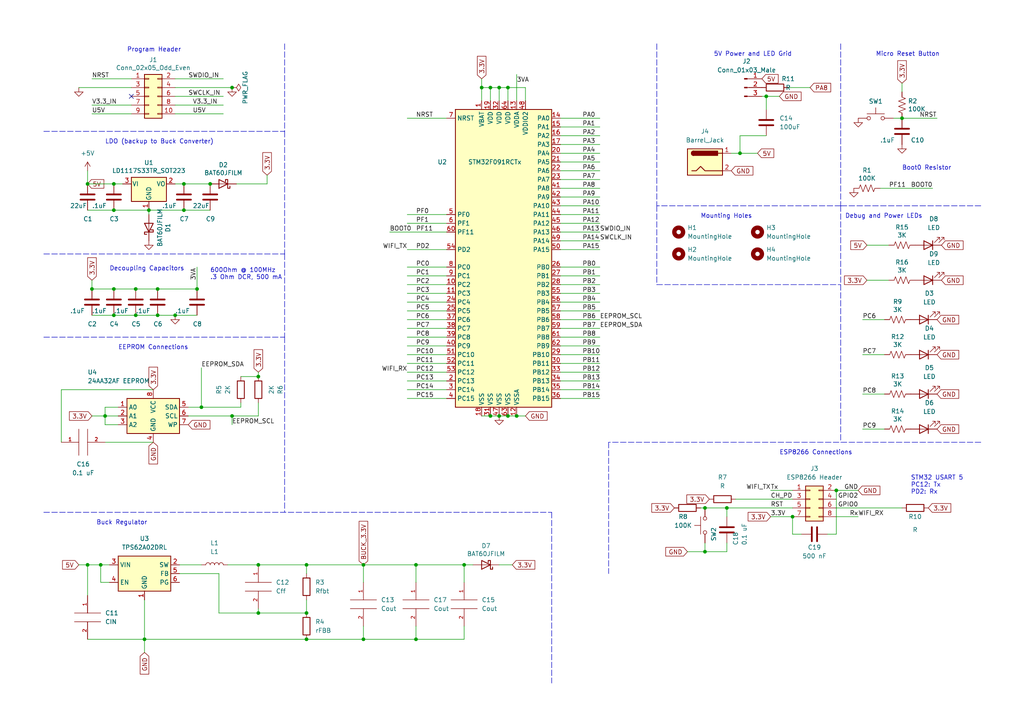
<source format=kicad_sch>
(kicad_sch (version 20211123) (generator eeschema)

  (uuid 9538e4ed-27e6-4c37-b989-9859dc0d49e8)

  (paper "A4")

  (title_block
    (title "LED Module ")
    (date "2023-01-27")
    (company "ECE 477 Group 5")
  )

  (lib_symbols
    (symbol "Connector:Barrel_Jack" (pin_names (offset 1.016)) (in_bom yes) (on_board yes)
      (property "Reference" "J" (id 0) (at 0 5.334 0)
        (effects (font (size 1.27 1.27)))
      )
      (property "Value" "Barrel_Jack" (id 1) (at 0 -5.08 0)
        (effects (font (size 1.27 1.27)))
      )
      (property "Footprint" "" (id 2) (at 1.27 -1.016 0)
        (effects (font (size 1.27 1.27)) hide)
      )
      (property "Datasheet" "~" (id 3) (at 1.27 -1.016 0)
        (effects (font (size 1.27 1.27)) hide)
      )
      (property "ki_keywords" "DC power barrel jack connector" (id 4) (at 0 0 0)
        (effects (font (size 1.27 1.27)) hide)
      )
      (property "ki_description" "DC Barrel Jack" (id 5) (at 0 0 0)
        (effects (font (size 1.27 1.27)) hide)
      )
      (property "ki_fp_filters" "BarrelJack*" (id 6) (at 0 0 0)
        (effects (font (size 1.27 1.27)) hide)
      )
      (symbol "Barrel_Jack_0_1"
        (rectangle (start -5.08 3.81) (end 5.08 -3.81)
          (stroke (width 0.254) (type default) (color 0 0 0 0))
          (fill (type background))
        )
        (arc (start -3.302 3.175) (mid -3.937 2.54) (end -3.302 1.905)
          (stroke (width 0.254) (type default) (color 0 0 0 0))
          (fill (type none))
        )
        (arc (start -3.302 3.175) (mid -3.937 2.54) (end -3.302 1.905)
          (stroke (width 0.254) (type default) (color 0 0 0 0))
          (fill (type outline))
        )
        (polyline
          (pts
            (xy 5.08 2.54)
            (xy 3.81 2.54)
          )
          (stroke (width 0.254) (type default) (color 0 0 0 0))
          (fill (type none))
        )
        (polyline
          (pts
            (xy -3.81 -2.54)
            (xy -2.54 -2.54)
            (xy -1.27 -1.27)
            (xy 0 -2.54)
            (xy 2.54 -2.54)
            (xy 5.08 -2.54)
          )
          (stroke (width 0.254) (type default) (color 0 0 0 0))
          (fill (type none))
        )
        (rectangle (start 3.683 3.175) (end -3.302 1.905)
          (stroke (width 0.254) (type default) (color 0 0 0 0))
          (fill (type outline))
        )
      )
      (symbol "Barrel_Jack_1_1"
        (pin passive line (at 7.62 2.54 180) (length 2.54)
          (name "~" (effects (font (size 1.27 1.27))))
          (number "1" (effects (font (size 1.27 1.27))))
        )
        (pin passive line (at 7.62 -2.54 180) (length 2.54)
          (name "~" (effects (font (size 1.27 1.27))))
          (number "2" (effects (font (size 1.27 1.27))))
        )
      )
    )
    (symbol "Connector:Conn_01x03_Male" (pin_names (offset 1.016) hide) (in_bom yes) (on_board yes)
      (property "Reference" "J" (id 0) (at 0 5.08 0)
        (effects (font (size 1.27 1.27)))
      )
      (property "Value" "Conn_01x03_Male" (id 1) (at 0 -5.08 0)
        (effects (font (size 1.27 1.27)))
      )
      (property "Footprint" "" (id 2) (at 0 0 0)
        (effects (font (size 1.27 1.27)) hide)
      )
      (property "Datasheet" "~" (id 3) (at 0 0 0)
        (effects (font (size 1.27 1.27)) hide)
      )
      (property "ki_keywords" "connector" (id 4) (at 0 0 0)
        (effects (font (size 1.27 1.27)) hide)
      )
      (property "ki_description" "Generic connector, single row, 01x03, script generated (kicad-library-utils/schlib/autogen/connector/)" (id 5) (at 0 0 0)
        (effects (font (size 1.27 1.27)) hide)
      )
      (property "ki_fp_filters" "Connector*:*_1x??_*" (id 6) (at 0 0 0)
        (effects (font (size 1.27 1.27)) hide)
      )
      (symbol "Conn_01x03_Male_1_1"
        (polyline
          (pts
            (xy 1.27 -2.54)
            (xy 0.8636 -2.54)
          )
          (stroke (width 0.1524) (type default) (color 0 0 0 0))
          (fill (type none))
        )
        (polyline
          (pts
            (xy 1.27 0)
            (xy 0.8636 0)
          )
          (stroke (width 0.1524) (type default) (color 0 0 0 0))
          (fill (type none))
        )
        (polyline
          (pts
            (xy 1.27 2.54)
            (xy 0.8636 2.54)
          )
          (stroke (width 0.1524) (type default) (color 0 0 0 0))
          (fill (type none))
        )
        (rectangle (start 0.8636 -2.413) (end 0 -2.667)
          (stroke (width 0.1524) (type default) (color 0 0 0 0))
          (fill (type outline))
        )
        (rectangle (start 0.8636 0.127) (end 0 -0.127)
          (stroke (width 0.1524) (type default) (color 0 0 0 0))
          (fill (type outline))
        )
        (rectangle (start 0.8636 2.667) (end 0 2.413)
          (stroke (width 0.1524) (type default) (color 0 0 0 0))
          (fill (type outline))
        )
        (pin passive line (at 5.08 2.54 180) (length 3.81)
          (name "Pin_1" (effects (font (size 1.27 1.27))))
          (number "1" (effects (font (size 1.27 1.27))))
        )
        (pin passive line (at 5.08 0 180) (length 3.81)
          (name "Pin_2" (effects (font (size 1.27 1.27))))
          (number "2" (effects (font (size 1.27 1.27))))
        )
        (pin passive line (at 5.08 -2.54 180) (length 3.81)
          (name "Pin_3" (effects (font (size 1.27 1.27))))
          (number "3" (effects (font (size 1.27 1.27))))
        )
      )
    )
    (symbol "Connector_Generic:Conn_02x04_Counter_Clockwise" (pin_names (offset 1.016) hide) (in_bom yes) (on_board yes)
      (property "Reference" "J3" (id 0) (at 1.27 8.89 0)
        (effects (font (size 1.27 1.27)))
      )
      (property "Value" "ESP8266 Header" (id 1) (at 1.27 6.35 0)
        (effects (font (size 1.27 1.27)))
      )
      (property "Footprint" "Connector_PinHeader_2.54mm:PinHeader_2x04_P2.54mm_Vertical" (id 2) (at 1.27 -7.62 0)
        (effects (font (size 1.27 1.27)) hide)
      )
      (property "Datasheet" "~" (id 3) (at 0 -8.89 0)
        (effects (font (size 1.27 1.27)) hide)
      )
      (property "ki_keywords" "connector" (id 4) (at 0 0 0)
        (effects (font (size 1.27 1.27)) hide)
      )
      (property "ki_description" "Generic connector, double row, 02x04, counter clockwise pin numbering scheme (similar to DIP packge numbering), script generated (kicad-library-utils/schlib/autogen/connector/)" (id 5) (at 0 0 0)
        (effects (font (size 1.27 1.27)) hide)
      )
      (property "ki_fp_filters" "Connector*:*_2x??_*" (id 6) (at 0 0 0)
        (effects (font (size 1.27 1.27)) hide)
      )
      (symbol "Conn_02x04_Counter_Clockwise_1_1"
        (rectangle (start -1.27 -4.953) (end 0 -5.207)
          (stroke (width 0.1524) (type default) (color 0 0 0 0))
          (fill (type none))
        )
        (rectangle (start -1.27 -2.413) (end 0 -2.667)
          (stroke (width 0.1524) (type default) (color 0 0 0 0))
          (fill (type none))
        )
        (rectangle (start -1.27 0.127) (end 0 -0.127)
          (stroke (width 0.1524) (type default) (color 0 0 0 0))
          (fill (type none))
        )
        (rectangle (start -1.27 2.667) (end 0 2.413)
          (stroke (width 0.1524) (type default) (color 0 0 0 0))
          (fill (type none))
        )
        (rectangle (start -1.27 3.81) (end 3.81 -6.35)
          (stroke (width 0.254) (type default) (color 0 0 0 0))
          (fill (type background))
        )
        (rectangle (start 3.81 -4.953) (end 2.54 -5.207)
          (stroke (width 0.1524) (type default) (color 0 0 0 0))
          (fill (type none))
        )
        (rectangle (start 3.81 -2.413) (end 2.54 -2.667)
          (stroke (width 0.1524) (type default) (color 0 0 0 0))
          (fill (type none))
        )
        (rectangle (start 3.81 0.127) (end 2.54 -0.127)
          (stroke (width 0.1524) (type default) (color 0 0 0 0))
          (fill (type none))
        )
        (rectangle (start 3.81 2.667) (end 2.54 2.413)
          (stroke (width 0.1524) (type default) (color 0 0 0 0))
          (fill (type none))
        )
        (pin output line (at -5.08 2.54 0) (length 3.81)
          (name "Tx" (effects (font (size 1.27 1.27))))
          (number "1" (effects (font (size 1.27 1.27))))
        )
        (pin passive line (at 7.62 2.54 180) (length 3.81)
          (name "GND" (effects (font (size 1.27 1.27))))
          (number "2" (effects (font (size 1.27 1.27))))
        )
        (pin passive line (at -5.08 0 0) (length 3.81)
          (name "CH_PD" (effects (font (size 1.27 1.27))))
          (number "3" (effects (font (size 1.27 1.27))))
        )
        (pin passive line (at 7.62 0 180) (length 3.81)
          (name "GPIO2" (effects (font (size 1.27 1.27))))
          (number "4" (effects (font (size 1.27 1.27))))
        )
        (pin passive line (at -5.08 -2.54 0) (length 3.81)
          (name "RST" (effects (font (size 1.27 1.27))))
          (number "5" (effects (font (size 1.27 1.27))))
        )
        (pin passive line (at 7.62 -2.54 180) (length 3.81)
          (name "GPIO0" (effects (font (size 1.27 1.27))))
          (number "6" (effects (font (size 1.27 1.27))))
        )
        (pin power_in line (at -5.08 -5.08 0) (length 3.81)
          (name "3.3V" (effects (font (size 1.27 1.27))))
          (number "7" (effects (font (size 1.27 1.27))))
        )
        (pin input line (at 7.62 -5.08 180) (length 3.81)
          (name "Rx" (effects (font (size 1.27 1.27))))
          (number "8" (effects (font (size 1.27 1.27))))
        )
      )
    )
    (symbol "Connector_Generic:Conn_02x05_Odd_Even" (pin_names (offset 1.016) hide) (in_bom yes) (on_board yes)
      (property "Reference" "J" (id 0) (at 1.27 7.62 0)
        (effects (font (size 1.27 1.27)))
      )
      (property "Value" "Conn_02x05_Odd_Even" (id 1) (at 1.27 -7.62 0)
        (effects (font (size 1.27 1.27)))
      )
      (property "Footprint" "" (id 2) (at 0 0 0)
        (effects (font (size 1.27 1.27)) hide)
      )
      (property "Datasheet" "~" (id 3) (at 0 0 0)
        (effects (font (size 1.27 1.27)) hide)
      )
      (property "ki_keywords" "connector" (id 4) (at 0 0 0)
        (effects (font (size 1.27 1.27)) hide)
      )
      (property "ki_description" "Generic connector, double row, 02x05, odd/even pin numbering scheme (row 1 odd numbers, row 2 even numbers), script generated (kicad-library-utils/schlib/autogen/connector/)" (id 5) (at 0 0 0)
        (effects (font (size 1.27 1.27)) hide)
      )
      (property "ki_fp_filters" "Connector*:*_2x??_*" (id 6) (at 0 0 0)
        (effects (font (size 1.27 1.27)) hide)
      )
      (symbol "Conn_02x05_Odd_Even_1_1"
        (rectangle (start -1.27 -4.953) (end 0 -5.207)
          (stroke (width 0.1524) (type default) (color 0 0 0 0))
          (fill (type none))
        )
        (rectangle (start -1.27 -2.413) (end 0 -2.667)
          (stroke (width 0.1524) (type default) (color 0 0 0 0))
          (fill (type none))
        )
        (rectangle (start -1.27 0.127) (end 0 -0.127)
          (stroke (width 0.1524) (type default) (color 0 0 0 0))
          (fill (type none))
        )
        (rectangle (start -1.27 2.667) (end 0 2.413)
          (stroke (width 0.1524) (type default) (color 0 0 0 0))
          (fill (type none))
        )
        (rectangle (start -1.27 5.207) (end 0 4.953)
          (stroke (width 0.1524) (type default) (color 0 0 0 0))
          (fill (type none))
        )
        (rectangle (start -1.27 6.35) (end 3.81 -6.35)
          (stroke (width 0.254) (type default) (color 0 0 0 0))
          (fill (type background))
        )
        (rectangle (start 3.81 -4.953) (end 2.54 -5.207)
          (stroke (width 0.1524) (type default) (color 0 0 0 0))
          (fill (type none))
        )
        (rectangle (start 3.81 -2.413) (end 2.54 -2.667)
          (stroke (width 0.1524) (type default) (color 0 0 0 0))
          (fill (type none))
        )
        (rectangle (start 3.81 0.127) (end 2.54 -0.127)
          (stroke (width 0.1524) (type default) (color 0 0 0 0))
          (fill (type none))
        )
        (rectangle (start 3.81 2.667) (end 2.54 2.413)
          (stroke (width 0.1524) (type default) (color 0 0 0 0))
          (fill (type none))
        )
        (rectangle (start 3.81 5.207) (end 2.54 4.953)
          (stroke (width 0.1524) (type default) (color 0 0 0 0))
          (fill (type none))
        )
        (pin passive line (at -5.08 5.08 0) (length 3.81)
          (name "Pin_1" (effects (font (size 1.27 1.27))))
          (number "1" (effects (font (size 1.27 1.27))))
        )
        (pin passive line (at 7.62 -5.08 180) (length 3.81)
          (name "Pin_10" (effects (font (size 1.27 1.27))))
          (number "10" (effects (font (size 1.27 1.27))))
        )
        (pin passive line (at 7.62 5.08 180) (length 3.81)
          (name "Pin_2" (effects (font (size 1.27 1.27))))
          (number "2" (effects (font (size 1.27 1.27))))
        )
        (pin passive line (at -5.08 2.54 0) (length 3.81)
          (name "Pin_3" (effects (font (size 1.27 1.27))))
          (number "3" (effects (font (size 1.27 1.27))))
        )
        (pin passive line (at 7.62 2.54 180) (length 3.81)
          (name "Pin_4" (effects (font (size 1.27 1.27))))
          (number "4" (effects (font (size 1.27 1.27))))
        )
        (pin passive line (at -5.08 0 0) (length 3.81)
          (name "Pin_5" (effects (font (size 1.27 1.27))))
          (number "5" (effects (font (size 1.27 1.27))))
        )
        (pin passive line (at 7.62 0 180) (length 3.81)
          (name "Pin_6" (effects (font (size 1.27 1.27))))
          (number "6" (effects (font (size 1.27 1.27))))
        )
        (pin passive line (at -5.08 -2.54 0) (length 3.81)
          (name "Pin_7" (effects (font (size 1.27 1.27))))
          (number "7" (effects (font (size 1.27 1.27))))
        )
        (pin passive line (at 7.62 -2.54 180) (length 3.81)
          (name "Pin_8" (effects (font (size 1.27 1.27))))
          (number "8" (effects (font (size 1.27 1.27))))
        )
        (pin passive line (at -5.08 -5.08 0) (length 3.81)
          (name "Pin_9" (effects (font (size 1.27 1.27))))
          (number "9" (effects (font (size 1.27 1.27))))
        )
      )
    )
    (symbol "Device:C" (pin_numbers hide) (pin_names (offset 0.254)) (in_bom yes) (on_board yes)
      (property "Reference" "C" (id 0) (at 0.635 2.54 0)
        (effects (font (size 1.27 1.27)) (justify left))
      )
      (property "Value" "C" (id 1) (at 0.635 -2.54 0)
        (effects (font (size 1.27 1.27)) (justify left))
      )
      (property "Footprint" "" (id 2) (at 0.9652 -3.81 0)
        (effects (font (size 1.27 1.27)) hide)
      )
      (property "Datasheet" "~" (id 3) (at 0 0 0)
        (effects (font (size 1.27 1.27)) hide)
      )
      (property "ki_keywords" "cap capacitor" (id 4) (at 0 0 0)
        (effects (font (size 1.27 1.27)) hide)
      )
      (property "ki_description" "Unpolarized capacitor" (id 5) (at 0 0 0)
        (effects (font (size 1.27 1.27)) hide)
      )
      (property "ki_fp_filters" "C_*" (id 6) (at 0 0 0)
        (effects (font (size 1.27 1.27)) hide)
      )
      (symbol "C_0_1"
        (polyline
          (pts
            (xy -2.032 -0.762)
            (xy 2.032 -0.762)
          )
          (stroke (width 0.508) (type default) (color 0 0 0 0))
          (fill (type none))
        )
        (polyline
          (pts
            (xy -2.032 0.762)
            (xy 2.032 0.762)
          )
          (stroke (width 0.508) (type default) (color 0 0 0 0))
          (fill (type none))
        )
      )
      (symbol "C_1_1"
        (pin passive line (at 0 3.81 270) (length 2.794)
          (name "~" (effects (font (size 1.27 1.27))))
          (number "1" (effects (font (size 1.27 1.27))))
        )
        (pin passive line (at 0 -3.81 90) (length 2.794)
          (name "~" (effects (font (size 1.27 1.27))))
          (number "2" (effects (font (size 1.27 1.27))))
        )
      )
    )
    (symbol "Device:L" (pin_numbers hide) (pin_names (offset 1.016) hide) (in_bom yes) (on_board yes)
      (property "Reference" "L" (id 0) (at -1.27 0 90)
        (effects (font (size 1.27 1.27)))
      )
      (property "Value" "L" (id 1) (at 1.905 0 90)
        (effects (font (size 1.27 1.27)))
      )
      (property "Footprint" "" (id 2) (at 0 0 0)
        (effects (font (size 1.27 1.27)) hide)
      )
      (property "Datasheet" "~" (id 3) (at 0 0 0)
        (effects (font (size 1.27 1.27)) hide)
      )
      (property "ki_keywords" "inductor choke coil reactor magnetic" (id 4) (at 0 0 0)
        (effects (font (size 1.27 1.27)) hide)
      )
      (property "ki_description" "Inductor" (id 5) (at 0 0 0)
        (effects (font (size 1.27 1.27)) hide)
      )
      (property "ki_fp_filters" "Choke_* *Coil* Inductor_* L_*" (id 6) (at 0 0 0)
        (effects (font (size 1.27 1.27)) hide)
      )
      (symbol "L_0_1"
        (arc (start 0 -2.54) (mid 0.635 -1.905) (end 0 -1.27)
          (stroke (width 0) (type default) (color 0 0 0 0))
          (fill (type none))
        )
        (arc (start 0 -1.27) (mid 0.635 -0.635) (end 0 0)
          (stroke (width 0) (type default) (color 0 0 0 0))
          (fill (type none))
        )
        (arc (start 0 0) (mid 0.635 0.635) (end 0 1.27)
          (stroke (width 0) (type default) (color 0 0 0 0))
          (fill (type none))
        )
        (arc (start 0 1.27) (mid 0.635 1.905) (end 0 2.54)
          (stroke (width 0) (type default) (color 0 0 0 0))
          (fill (type none))
        )
      )
      (symbol "L_1_1"
        (pin passive line (at 0 3.81 270) (length 1.27)
          (name "1" (effects (font (size 1.27 1.27))))
          (number "1" (effects (font (size 1.27 1.27))))
        )
        (pin passive line (at 0 -3.81 90) (length 1.27)
          (name "2" (effects (font (size 1.27 1.27))))
          (number "2" (effects (font (size 1.27 1.27))))
        )
      )
    )
    (symbol "Device:LED" (pin_numbers hide) (pin_names (offset 1.016) hide) (in_bom yes) (on_board yes)
      (property "Reference" "D" (id 0) (at 0 2.54 0)
        (effects (font (size 1.27 1.27)))
      )
      (property "Value" "LED" (id 1) (at 0 -2.54 0)
        (effects (font (size 1.27 1.27)))
      )
      (property "Footprint" "" (id 2) (at 0 0 0)
        (effects (font (size 1.27 1.27)) hide)
      )
      (property "Datasheet" "~" (id 3) (at 0 0 0)
        (effects (font (size 1.27 1.27)) hide)
      )
      (property "ki_keywords" "LED diode" (id 4) (at 0 0 0)
        (effects (font (size 1.27 1.27)) hide)
      )
      (property "ki_description" "Light emitting diode" (id 5) (at 0 0 0)
        (effects (font (size 1.27 1.27)) hide)
      )
      (property "ki_fp_filters" "LED* LED_SMD:* LED_THT:*" (id 6) (at 0 0 0)
        (effects (font (size 1.27 1.27)) hide)
      )
      (symbol "LED_0_1"
        (polyline
          (pts
            (xy -1.27 -1.27)
            (xy -1.27 1.27)
          )
          (stroke (width 0.254) (type default) (color 0 0 0 0))
          (fill (type none))
        )
        (polyline
          (pts
            (xy -1.27 0)
            (xy 1.27 0)
          )
          (stroke (width 0) (type default) (color 0 0 0 0))
          (fill (type none))
        )
        (polyline
          (pts
            (xy 1.27 -1.27)
            (xy 1.27 1.27)
            (xy -1.27 0)
            (xy 1.27 -1.27)
          )
          (stroke (width 0.254) (type default) (color 0 0 0 0))
          (fill (type none))
        )
        (polyline
          (pts
            (xy -3.048 -0.762)
            (xy -4.572 -2.286)
            (xy -3.81 -2.286)
            (xy -4.572 -2.286)
            (xy -4.572 -1.524)
          )
          (stroke (width 0) (type default) (color 0 0 0 0))
          (fill (type none))
        )
        (polyline
          (pts
            (xy -1.778 -0.762)
            (xy -3.302 -2.286)
            (xy -2.54 -2.286)
            (xy -3.302 -2.286)
            (xy -3.302 -1.524)
          )
          (stroke (width 0) (type default) (color 0 0 0 0))
          (fill (type none))
        )
      )
      (symbol "LED_1_1"
        (pin passive line (at -3.81 0 0) (length 2.54)
          (name "K" (effects (font (size 1.27 1.27))))
          (number "1" (effects (font (size 1.27 1.27))))
        )
        (pin passive line (at 3.81 0 180) (length 2.54)
          (name "A" (effects (font (size 1.27 1.27))))
          (number "2" (effects (font (size 1.27 1.27))))
        )
      )
    )
    (symbol "Device:R" (pin_numbers hide) (pin_names (offset 0)) (in_bom yes) (on_board yes)
      (property "Reference" "R" (id 0) (at 2.032 0 90)
        (effects (font (size 1.27 1.27)))
      )
      (property "Value" "R" (id 1) (at 0 0 90)
        (effects (font (size 1.27 1.27)))
      )
      (property "Footprint" "" (id 2) (at -1.778 0 90)
        (effects (font (size 1.27 1.27)) hide)
      )
      (property "Datasheet" "~" (id 3) (at 0 0 0)
        (effects (font (size 1.27 1.27)) hide)
      )
      (property "ki_keywords" "R res resistor" (id 4) (at 0 0 0)
        (effects (font (size 1.27 1.27)) hide)
      )
      (property "ki_description" "Resistor" (id 5) (at 0 0 0)
        (effects (font (size 1.27 1.27)) hide)
      )
      (property "ki_fp_filters" "R_*" (id 6) (at 0 0 0)
        (effects (font (size 1.27 1.27)) hide)
      )
      (symbol "R_0_1"
        (rectangle (start -1.016 -2.54) (end 1.016 2.54)
          (stroke (width 0.254) (type default) (color 0 0 0 0))
          (fill (type none))
        )
      )
      (symbol "R_1_1"
        (pin passive line (at 0 3.81 270) (length 1.27)
          (name "~" (effects (font (size 1.27 1.27))))
          (number "1" (effects (font (size 1.27 1.27))))
        )
        (pin passive line (at 0 -3.81 90) (length 1.27)
          (name "~" (effects (font (size 1.27 1.27))))
          (number "2" (effects (font (size 1.27 1.27))))
        )
      )
    )
    (symbol "Device:R_US" (pin_numbers hide) (pin_names (offset 0)) (in_bom yes) (on_board yes)
      (property "Reference" "R" (id 0) (at 2.54 0 90)
        (effects (font (size 1.27 1.27)))
      )
      (property "Value" "R_US" (id 1) (at -2.54 0 90)
        (effects (font (size 1.27 1.27)))
      )
      (property "Footprint" "" (id 2) (at 1.016 -0.254 90)
        (effects (font (size 1.27 1.27)) hide)
      )
      (property "Datasheet" "~" (id 3) (at 0 0 0)
        (effects (font (size 1.27 1.27)) hide)
      )
      (property "ki_keywords" "R res resistor" (id 4) (at 0 0 0)
        (effects (font (size 1.27 1.27)) hide)
      )
      (property "ki_description" "Resistor, US symbol" (id 5) (at 0 0 0)
        (effects (font (size 1.27 1.27)) hide)
      )
      (property "ki_fp_filters" "R_*" (id 6) (at 0 0 0)
        (effects (font (size 1.27 1.27)) hide)
      )
      (symbol "R_US_0_1"
        (polyline
          (pts
            (xy 0 -2.286)
            (xy 0 -2.54)
          )
          (stroke (width 0) (type default) (color 0 0 0 0))
          (fill (type none))
        )
        (polyline
          (pts
            (xy 0 2.286)
            (xy 0 2.54)
          )
          (stroke (width 0) (type default) (color 0 0 0 0))
          (fill (type none))
        )
        (polyline
          (pts
            (xy 0 -0.762)
            (xy 1.016 -1.143)
            (xy 0 -1.524)
            (xy -1.016 -1.905)
            (xy 0 -2.286)
          )
          (stroke (width 0) (type default) (color 0 0 0 0))
          (fill (type none))
        )
        (polyline
          (pts
            (xy 0 0.762)
            (xy 1.016 0.381)
            (xy 0 0)
            (xy -1.016 -0.381)
            (xy 0 -0.762)
          )
          (stroke (width 0) (type default) (color 0 0 0 0))
          (fill (type none))
        )
        (polyline
          (pts
            (xy 0 2.286)
            (xy 1.016 1.905)
            (xy 0 1.524)
            (xy -1.016 1.143)
            (xy 0 0.762)
          )
          (stroke (width 0) (type default) (color 0 0 0 0))
          (fill (type none))
        )
      )
      (symbol "R_US_1_1"
        (pin passive line (at 0 3.81 270) (length 1.27)
          (name "~" (effects (font (size 1.27 1.27))))
          (number "1" (effects (font (size 1.27 1.27))))
        )
        (pin passive line (at 0 -3.81 90) (length 1.27)
          (name "~" (effects (font (size 1.27 1.27))))
          (number "2" (effects (font (size 1.27 1.27))))
        )
      )
    )
    (symbol "Diode:BAT60A" (pin_numbers hide) (pin_names (offset 1.016) hide) (in_bom yes) (on_board yes)
      (property "Reference" "D" (id 0) (at 0 2.54 0)
        (effects (font (size 1.27 1.27)))
      )
      (property "Value" "BAT60A" (id 1) (at 0 -2.54 0)
        (effects (font (size 1.27 1.27)))
      )
      (property "Footprint" "Diode_SMD:D_SOD-323" (id 2) (at 0 -4.445 0)
        (effects (font (size 1.27 1.27)) hide)
      )
      (property "Datasheet" "https://www.infineon.com/dgdl/Infineon-BAT60ASERIES-DS-v01_01-en.pdf?fileId=db3a304313d846880113def70c9304a9" (id 3) (at 0 0 0)
        (effects (font (size 1.27 1.27)) hide)
      )
      (property "ki_keywords" "diode Schottky" (id 4) (at 0 0 0)
        (effects (font (size 1.27 1.27)) hide)
      )
      (property "ki_description" "10V 3A High Current Recitifier Schottky Diode, SOD-323" (id 5) (at 0 0 0)
        (effects (font (size 1.27 1.27)) hide)
      )
      (property "ki_fp_filters" "D*SOD?323*" (id 6) (at 0 0 0)
        (effects (font (size 1.27 1.27)) hide)
      )
      (symbol "BAT60A_0_1"
        (polyline
          (pts
            (xy 1.27 0)
            (xy -1.27 0)
          )
          (stroke (width 0) (type default) (color 0 0 0 0))
          (fill (type none))
        )
        (polyline
          (pts
            (xy 1.27 1.27)
            (xy 1.27 -1.27)
            (xy -1.27 0)
            (xy 1.27 1.27)
          )
          (stroke (width 0.254) (type default) (color 0 0 0 0))
          (fill (type none))
        )
        (polyline
          (pts
            (xy -1.905 0.635)
            (xy -1.905 1.27)
            (xy -1.27 1.27)
            (xy -1.27 -1.27)
            (xy -0.635 -1.27)
            (xy -0.635 -0.635)
          )
          (stroke (width 0.254) (type default) (color 0 0 0 0))
          (fill (type none))
        )
      )
      (symbol "BAT60A_1_1"
        (pin passive line (at -3.81 0 0) (length 2.54)
          (name "K" (effects (font (size 1.27 1.27))))
          (number "1" (effects (font (size 1.27 1.27))))
        )
        (pin passive line (at 3.81 0 180) (length 2.54)
          (name "A" (effects (font (size 1.27 1.27))))
          (number "2" (effects (font (size 1.27 1.27))))
        )
      )
    )
    (symbol "MCU_ST_STM32F0:STM32F091RCTx" (in_bom yes) (on_board yes)
      (property "Reference" "U" (id 0) (at -15.24 44.45 0)
        (effects (font (size 1.27 1.27)) (justify left))
      )
      (property "Value" "STM32F091RCTx" (id 1) (at 7.62 44.45 0)
        (effects (font (size 1.27 1.27)) (justify left))
      )
      (property "Footprint" "Package_QFP:LQFP-64_10x10mm_P0.5mm" (id 2) (at -15.24 -43.18 0)
        (effects (font (size 1.27 1.27)) (justify right) hide)
      )
      (property "Datasheet" "http://www.st.com/st-web-ui/static/active/en/resource/technical/document/datasheet/DM00115237.pdf" (id 3) (at 0 0 0)
        (effects (font (size 1.27 1.27)) hide)
      )
      (property "ki_keywords" "ARM Cortex-M0 STM32F0 STM32F0x1" (id 4) (at 0 0 0)
        (effects (font (size 1.27 1.27)) hide)
      )
      (property "ki_description" "ARM Cortex-M0 MCU, 256KB flash, 32KB RAM, 48MHz, 2-3.6V, 52 GPIO, LQFP-64" (id 5) (at 0 0 0)
        (effects (font (size 1.27 1.27)) hide)
      )
      (property "ki_fp_filters" "LQFP*10x10mm*P0.5mm*" (id 6) (at 0 0 0)
        (effects (font (size 1.27 1.27)) hide)
      )
      (symbol "STM32F091RCTx_0_1"
        (rectangle (start -15.24 -43.18) (end 12.7 43.18)
          (stroke (width 0.254) (type default) (color 0 0 0 0))
          (fill (type background))
        )
      )
      (symbol "STM32F091RCTx_1_1"
        (pin power_in line (at -7.62 45.72 270) (length 2.54)
          (name "VBAT" (effects (font (size 1.27 1.27))))
          (number "1" (effects (font (size 1.27 1.27))))
        )
        (pin bidirectional line (at -17.78 -7.62 0) (length 2.54)
          (name "PC2" (effects (font (size 1.27 1.27))))
          (number "10" (effects (font (size 1.27 1.27))))
        )
        (pin bidirectional line (at -17.78 -10.16 0) (length 2.54)
          (name "PC3" (effects (font (size 1.27 1.27))))
          (number "11" (effects (font (size 1.27 1.27))))
        )
        (pin power_in line (at 2.54 -45.72 90) (length 2.54)
          (name "VSSA" (effects (font (size 1.27 1.27))))
          (number "12" (effects (font (size 1.27 1.27))))
        )
        (pin power_in line (at 2.54 45.72 270) (length 2.54)
          (name "VDDA" (effects (font (size 1.27 1.27))))
          (number "13" (effects (font (size 1.27 1.27))))
        )
        (pin bidirectional line (at 15.24 40.64 180) (length 2.54)
          (name "PA0" (effects (font (size 1.27 1.27))))
          (number "14" (effects (font (size 1.27 1.27))))
        )
        (pin bidirectional line (at 15.24 38.1 180) (length 2.54)
          (name "PA1" (effects (font (size 1.27 1.27))))
          (number "15" (effects (font (size 1.27 1.27))))
        )
        (pin bidirectional line (at 15.24 35.56 180) (length 2.54)
          (name "PA2" (effects (font (size 1.27 1.27))))
          (number "16" (effects (font (size 1.27 1.27))))
        )
        (pin bidirectional line (at 15.24 33.02 180) (length 2.54)
          (name "PA3" (effects (font (size 1.27 1.27))))
          (number "17" (effects (font (size 1.27 1.27))))
        )
        (pin power_in line (at -7.62 -45.72 90) (length 2.54)
          (name "VSS" (effects (font (size 1.27 1.27))))
          (number "18" (effects (font (size 1.27 1.27))))
        )
        (pin power_in line (at -5.08 45.72 270) (length 2.54)
          (name "VDD" (effects (font (size 1.27 1.27))))
          (number "19" (effects (font (size 1.27 1.27))))
        )
        (pin bidirectional line (at -17.78 -35.56 0) (length 2.54)
          (name "PC13" (effects (font (size 1.27 1.27))))
          (number "2" (effects (font (size 1.27 1.27))))
        )
        (pin bidirectional line (at 15.24 30.48 180) (length 2.54)
          (name "PA4" (effects (font (size 1.27 1.27))))
          (number "20" (effects (font (size 1.27 1.27))))
        )
        (pin bidirectional line (at 15.24 27.94 180) (length 2.54)
          (name "PA5" (effects (font (size 1.27 1.27))))
          (number "21" (effects (font (size 1.27 1.27))))
        )
        (pin bidirectional line (at 15.24 25.4 180) (length 2.54)
          (name "PA6" (effects (font (size 1.27 1.27))))
          (number "22" (effects (font (size 1.27 1.27))))
        )
        (pin bidirectional line (at 15.24 22.86 180) (length 2.54)
          (name "PA7" (effects (font (size 1.27 1.27))))
          (number "23" (effects (font (size 1.27 1.27))))
        )
        (pin bidirectional line (at -17.78 -12.7 0) (length 2.54)
          (name "PC4" (effects (font (size 1.27 1.27))))
          (number "24" (effects (font (size 1.27 1.27))))
        )
        (pin bidirectional line (at -17.78 -15.24 0) (length 2.54)
          (name "PC5" (effects (font (size 1.27 1.27))))
          (number "25" (effects (font (size 1.27 1.27))))
        )
        (pin bidirectional line (at 15.24 -2.54 180) (length 2.54)
          (name "PB0" (effects (font (size 1.27 1.27))))
          (number "26" (effects (font (size 1.27 1.27))))
        )
        (pin bidirectional line (at 15.24 -5.08 180) (length 2.54)
          (name "PB1" (effects (font (size 1.27 1.27))))
          (number "27" (effects (font (size 1.27 1.27))))
        )
        (pin bidirectional line (at 15.24 -7.62 180) (length 2.54)
          (name "PB2" (effects (font (size 1.27 1.27))))
          (number "28" (effects (font (size 1.27 1.27))))
        )
        (pin bidirectional line (at 15.24 -27.94 180) (length 2.54)
          (name "PB10" (effects (font (size 1.27 1.27))))
          (number "29" (effects (font (size 1.27 1.27))))
        )
        (pin bidirectional line (at -17.78 -38.1 0) (length 2.54)
          (name "PC14" (effects (font (size 1.27 1.27))))
          (number "3" (effects (font (size 1.27 1.27))))
        )
        (pin bidirectional line (at 15.24 -30.48 180) (length 2.54)
          (name "PB11" (effects (font (size 1.27 1.27))))
          (number "30" (effects (font (size 1.27 1.27))))
        )
        (pin power_in line (at -5.08 -45.72 90) (length 2.54)
          (name "VSS" (effects (font (size 1.27 1.27))))
          (number "31" (effects (font (size 1.27 1.27))))
        )
        (pin power_in line (at -2.54 45.72 270) (length 2.54)
          (name "VDD" (effects (font (size 1.27 1.27))))
          (number "32" (effects (font (size 1.27 1.27))))
        )
        (pin bidirectional line (at 15.24 -33.02 180) (length 2.54)
          (name "PB12" (effects (font (size 1.27 1.27))))
          (number "33" (effects (font (size 1.27 1.27))))
        )
        (pin bidirectional line (at 15.24 -35.56 180) (length 2.54)
          (name "PB13" (effects (font (size 1.27 1.27))))
          (number "34" (effects (font (size 1.27 1.27))))
        )
        (pin bidirectional line (at 15.24 -38.1 180) (length 2.54)
          (name "PB14" (effects (font (size 1.27 1.27))))
          (number "35" (effects (font (size 1.27 1.27))))
        )
        (pin bidirectional line (at 15.24 -40.64 180) (length 2.54)
          (name "PB15" (effects (font (size 1.27 1.27))))
          (number "36" (effects (font (size 1.27 1.27))))
        )
        (pin bidirectional line (at -17.78 -17.78 0) (length 2.54)
          (name "PC6" (effects (font (size 1.27 1.27))))
          (number "37" (effects (font (size 1.27 1.27))))
        )
        (pin bidirectional line (at -17.78 -20.32 0) (length 2.54)
          (name "PC7" (effects (font (size 1.27 1.27))))
          (number "38" (effects (font (size 1.27 1.27))))
        )
        (pin bidirectional line (at -17.78 -22.86 0) (length 2.54)
          (name "PC8" (effects (font (size 1.27 1.27))))
          (number "39" (effects (font (size 1.27 1.27))))
        )
        (pin bidirectional line (at -17.78 -40.64 0) (length 2.54)
          (name "PC15" (effects (font (size 1.27 1.27))))
          (number "4" (effects (font (size 1.27 1.27))))
        )
        (pin bidirectional line (at -17.78 -25.4 0) (length 2.54)
          (name "PC9" (effects (font (size 1.27 1.27))))
          (number "40" (effects (font (size 1.27 1.27))))
        )
        (pin bidirectional line (at 15.24 20.32 180) (length 2.54)
          (name "PA8" (effects (font (size 1.27 1.27))))
          (number "41" (effects (font (size 1.27 1.27))))
        )
        (pin bidirectional line (at 15.24 17.78 180) (length 2.54)
          (name "PA9" (effects (font (size 1.27 1.27))))
          (number "42" (effects (font (size 1.27 1.27))))
        )
        (pin bidirectional line (at 15.24 15.24 180) (length 2.54)
          (name "PA10" (effects (font (size 1.27 1.27))))
          (number "43" (effects (font (size 1.27 1.27))))
        )
        (pin bidirectional line (at 15.24 12.7 180) (length 2.54)
          (name "PA11" (effects (font (size 1.27 1.27))))
          (number "44" (effects (font (size 1.27 1.27))))
        )
        (pin bidirectional line (at 15.24 10.16 180) (length 2.54)
          (name "PA12" (effects (font (size 1.27 1.27))))
          (number "45" (effects (font (size 1.27 1.27))))
        )
        (pin bidirectional line (at 15.24 7.62 180) (length 2.54)
          (name "PA13" (effects (font (size 1.27 1.27))))
          (number "46" (effects (font (size 1.27 1.27))))
        )
        (pin power_in line (at -2.54 -45.72 90) (length 2.54)
          (name "VSS" (effects (font (size 1.27 1.27))))
          (number "47" (effects (font (size 1.27 1.27))))
        )
        (pin power_in line (at 5.08 45.72 270) (length 2.54)
          (name "VDDIO2" (effects (font (size 1.27 1.27))))
          (number "48" (effects (font (size 1.27 1.27))))
        )
        (pin bidirectional line (at 15.24 5.08 180) (length 2.54)
          (name "PA14" (effects (font (size 1.27 1.27))))
          (number "49" (effects (font (size 1.27 1.27))))
        )
        (pin input line (at -17.78 12.7 0) (length 2.54)
          (name "PF0" (effects (font (size 1.27 1.27))))
          (number "5" (effects (font (size 1.27 1.27))))
        )
        (pin bidirectional line (at 15.24 2.54 180) (length 2.54)
          (name "PA15" (effects (font (size 1.27 1.27))))
          (number "50" (effects (font (size 1.27 1.27))))
        )
        (pin bidirectional line (at -17.78 -27.94 0) (length 2.54)
          (name "PC10" (effects (font (size 1.27 1.27))))
          (number "51" (effects (font (size 1.27 1.27))))
        )
        (pin bidirectional line (at -17.78 -30.48 0) (length 2.54)
          (name "PC11" (effects (font (size 1.27 1.27))))
          (number "52" (effects (font (size 1.27 1.27))))
        )
        (pin bidirectional line (at -17.78 -33.02 0) (length 2.54)
          (name "PC12" (effects (font (size 1.27 1.27))))
          (number "53" (effects (font (size 1.27 1.27))))
        )
        (pin bidirectional line (at -17.78 2.54 0) (length 2.54)
          (name "PD2" (effects (font (size 1.27 1.27))))
          (number "54" (effects (font (size 1.27 1.27))))
        )
        (pin bidirectional line (at 15.24 -10.16 180) (length 2.54)
          (name "PB3" (effects (font (size 1.27 1.27))))
          (number "55" (effects (font (size 1.27 1.27))))
        )
        (pin bidirectional line (at 15.24 -12.7 180) (length 2.54)
          (name "PB4" (effects (font (size 1.27 1.27))))
          (number "56" (effects (font (size 1.27 1.27))))
        )
        (pin bidirectional line (at 15.24 -15.24 180) (length 2.54)
          (name "PB5" (effects (font (size 1.27 1.27))))
          (number "57" (effects (font (size 1.27 1.27))))
        )
        (pin bidirectional line (at 15.24 -17.78 180) (length 2.54)
          (name "PB6" (effects (font (size 1.27 1.27))))
          (number "58" (effects (font (size 1.27 1.27))))
        )
        (pin bidirectional line (at 15.24 -20.32 180) (length 2.54)
          (name "PB7" (effects (font (size 1.27 1.27))))
          (number "59" (effects (font (size 1.27 1.27))))
        )
        (pin input line (at -17.78 10.16 0) (length 2.54)
          (name "PF1" (effects (font (size 1.27 1.27))))
          (number "6" (effects (font (size 1.27 1.27))))
        )
        (pin bidirectional line (at -17.78 7.62 0) (length 2.54)
          (name "PF11" (effects (font (size 1.27 1.27))))
          (number "60" (effects (font (size 1.27 1.27))))
        )
        (pin bidirectional line (at 15.24 -22.86 180) (length 2.54)
          (name "PB8" (effects (font (size 1.27 1.27))))
          (number "61" (effects (font (size 1.27 1.27))))
        )
        (pin bidirectional line (at 15.24 -25.4 180) (length 2.54)
          (name "PB9" (effects (font (size 1.27 1.27))))
          (number "62" (effects (font (size 1.27 1.27))))
        )
        (pin power_in line (at 0 -45.72 90) (length 2.54)
          (name "VSS" (effects (font (size 1.27 1.27))))
          (number "63" (effects (font (size 1.27 1.27))))
        )
        (pin power_in line (at 0 45.72 270) (length 2.54)
          (name "VDD" (effects (font (size 1.27 1.27))))
          (number "64" (effects (font (size 1.27 1.27))))
        )
        (pin input line (at -17.78 40.64 0) (length 2.54)
          (name "NRST" (effects (font (size 1.27 1.27))))
          (number "7" (effects (font (size 1.27 1.27))))
        )
        (pin bidirectional line (at -17.78 -2.54 0) (length 2.54)
          (name "PC0" (effects (font (size 1.27 1.27))))
          (number "8" (effects (font (size 1.27 1.27))))
        )
        (pin bidirectional line (at -17.78 -5.08 0) (length 2.54)
          (name "PC1" (effects (font (size 1.27 1.27))))
          (number "9" (effects (font (size 1.27 1.27))))
        )
      )
    )
    (symbol "Mechanical:MountingHole" (pin_names (offset 1.016)) (in_bom yes) (on_board yes)
      (property "Reference" "H" (id 0) (at 0 5.08 0)
        (effects (font (size 1.27 1.27)))
      )
      (property "Value" "MountingHole" (id 1) (at 0 3.175 0)
        (effects (font (size 1.27 1.27)))
      )
      (property "Footprint" "" (id 2) (at 0 0 0)
        (effects (font (size 1.27 1.27)) hide)
      )
      (property "Datasheet" "~" (id 3) (at 0 0 0)
        (effects (font (size 1.27 1.27)) hide)
      )
      (property "ki_keywords" "mounting hole" (id 4) (at 0 0 0)
        (effects (font (size 1.27 1.27)) hide)
      )
      (property "ki_description" "Mounting Hole without connection" (id 5) (at 0 0 0)
        (effects (font (size 1.27 1.27)) hide)
      )
      (property "ki_fp_filters" "MountingHole*" (id 6) (at 0 0 0)
        (effects (font (size 1.27 1.27)) hide)
      )
      (symbol "MountingHole_0_1"
        (circle (center 0 0) (radius 1.27)
          (stroke (width 1.27) (type default) (color 0 0 0 0))
          (fill (type none))
        )
      )
    )
    (symbol "Memory_EEPROM:24LC00" (in_bom yes) (on_board yes)
      (property "Reference" "U" (id 0) (at -6.35 6.35 0)
        (effects (font (size 1.27 1.27)))
      )
      (property "Value" "24LC00" (id 1) (at 1.27 6.35 0)
        (effects (font (size 1.27 1.27)) (justify left))
      )
      (property "Footprint" "" (id 2) (at 0 0 0)
        (effects (font (size 1.27 1.27)) hide)
      )
      (property "Datasheet" "http://ww1.microchip.com/downloads/en/DeviceDoc/21178G.pdf" (id 3) (at 0 0 0)
        (effects (font (size 1.27 1.27)) hide)
      )
      (property "ki_keywords" "I2C Serial EEPROM" (id 4) (at 0 0 0)
        (effects (font (size 1.27 1.27)) hide)
      )
      (property "ki_description" "I2C Serial EEPROM, 128 Bits, DIP-8/SOIC-8/TSSOP-8/DFN-8" (id 5) (at 0 0 0)
        (effects (font (size 1.27 1.27)) hide)
      )
      (property "ki_fp_filters" "DIP*W7.62mm* SOIC*3.9x4.9mm* TSSOP*4.4x3mm*P0.65mm* DFN*3x2mm*P0.5mm*" (id 6) (at 0 0 0)
        (effects (font (size 1.27 1.27)) hide)
      )
      (symbol "24LC00_1_1"
        (rectangle (start -7.62 5.08) (end 7.62 -5.08)
          (stroke (width 0.254) (type default) (color 0 0 0 0))
          (fill (type background))
        )
        (pin input line (at -10.16 2.54 0) (length 2.54)
          (name "A0" (effects (font (size 1.27 1.27))))
          (number "1" (effects (font (size 1.27 1.27))))
        )
        (pin input line (at -10.16 0 0) (length 2.54)
          (name "A1" (effects (font (size 1.27 1.27))))
          (number "2" (effects (font (size 1.27 1.27))))
        )
        (pin input line (at -10.16 -2.54 0) (length 2.54)
          (name "A2" (effects (font (size 1.27 1.27))))
          (number "3" (effects (font (size 1.27 1.27))))
        )
        (pin power_in line (at 0 -7.62 90) (length 2.54)
          (name "GND" (effects (font (size 1.27 1.27))))
          (number "4" (effects (font (size 1.27 1.27))))
        )
        (pin bidirectional line (at 10.16 2.54 180) (length 2.54)
          (name "SDA" (effects (font (size 1.27 1.27))))
          (number "5" (effects (font (size 1.27 1.27))))
        )
        (pin input line (at 10.16 0 180) (length 2.54)
          (name "SCL" (effects (font (size 1.27 1.27))))
          (number "6" (effects (font (size 1.27 1.27))))
        )
        (pin input line (at 10.16 -2.54 180) (length 2.54)
          (name "WP" (effects (font (size 1.27 1.27))))
          (number "7" (effects (font (size 1.27 1.27))))
        )
        (pin power_in line (at 0 7.62 270) (length 2.54)
          (name "VCC" (effects (font (size 1.27 1.27))))
          (number "8" (effects (font (size 1.27 1.27))))
        )
      )
    )
    (symbol "Regulator_Linear:LD1117S33TR_SOT223" (pin_names (offset 0.254)) (in_bom yes) (on_board yes)
      (property "Reference" "U" (id 0) (at -3.81 3.175 0)
        (effects (font (size 1.27 1.27)))
      )
      (property "Value" "LD1117S33TR_SOT223" (id 1) (at 0 3.175 0)
        (effects (font (size 1.27 1.27)) (justify left))
      )
      (property "Footprint" "Package_TO_SOT_SMD:SOT-223-3_TabPin2" (id 2) (at 0 5.08 0)
        (effects (font (size 1.27 1.27)) hide)
      )
      (property "Datasheet" "http://www.st.com/st-web-ui/static/active/en/resource/technical/document/datasheet/CD00000544.pdf" (id 3) (at 2.54 -6.35 0)
        (effects (font (size 1.27 1.27)) hide)
      )
      (property "ki_keywords" "REGULATOR LDO 3.3V" (id 4) (at 0 0 0)
        (effects (font (size 1.27 1.27)) hide)
      )
      (property "ki_description" "800mA Fixed Low Drop Positive Voltage Regulator, Fixed Output 3.3V, SOT-223" (id 5) (at 0 0 0)
        (effects (font (size 1.27 1.27)) hide)
      )
      (property "ki_fp_filters" "SOT?223*TabPin2*" (id 6) (at 0 0 0)
        (effects (font (size 1.27 1.27)) hide)
      )
      (symbol "LD1117S33TR_SOT223_0_1"
        (rectangle (start -5.08 -5.08) (end 5.08 1.905)
          (stroke (width 0.254) (type default) (color 0 0 0 0))
          (fill (type background))
        )
      )
      (symbol "LD1117S33TR_SOT223_1_1"
        (pin power_in line (at 0 -7.62 90) (length 2.54)
          (name "GND" (effects (font (size 1.27 1.27))))
          (number "1" (effects (font (size 1.27 1.27))))
        )
        (pin power_out line (at 7.62 0 180) (length 2.54)
          (name "VO" (effects (font (size 1.27 1.27))))
          (number "2" (effects (font (size 1.27 1.27))))
        )
        (pin power_in line (at -7.62 0 0) (length 2.54)
          (name "VI" (effects (font (size 1.27 1.27))))
          (number "3" (effects (font (size 1.27 1.27))))
        )
      )
    )
    (symbol "Regulator_Switching:AP62150Z6" (in_bom yes) (on_board yes)
      (property "Reference" "U?" (id 0) (at 0 10.16 0)
        (effects (font (size 1.27 1.27)))
      )
      (property "Value" "TPS62A02DRL" (id 1) (at 0 7.62 0)
        (effects (font (size 1.27 1.27)))
      )
      (property "Footprint" "Package_TO_SOT_SMD:SOT-563" (id 2) (at 0 0 0)
        (effects (font (size 1.27 1.27)) hide)
      )
      (property "Datasheet" "https://www.diodes.com/assets/Datasheets/AP62150.pdf" (id 3) (at 0 0 0)
        (effects (font (size 1.27 1.27)) hide)
      )
      (property "ki_keywords" "1.5A 1.3MHz PWM Buck DC/DC" (id 4) (at 0 0 0)
        (effects (font (size 1.27 1.27)) hide)
      )
      (property "ki_description" "1.5A, 1.3MHz Buck DC/DC Converter, adjustable output voltage, SOT-563" (id 5) (at 0 0 0)
        (effects (font (size 1.27 1.27)) hide)
      )
      (property "ki_fp_filters" "SOT?563*" (id 6) (at 0 0 0)
        (effects (font (size 1.27 1.27)) hide)
      )
      (symbol "AP62150Z6_0_1"
        (rectangle (start -7.62 5.08) (end 7.62 -5.08)
          (stroke (width 0.254) (type default) (color 0 0 0 0))
          (fill (type background))
        )
      )
      (symbol "AP62150Z6_1_1"
        (pin power_in line (at 0 -7.62 90) (length 2.54)
          (name "GND" (effects (font (size 1.27 1.27))))
          (number "1" (effects (font (size 1.27 1.27))))
        )
        (pin output line (at 10.16 2.54 180) (length 2.54)
          (name "SW" (effects (font (size 1.27 1.27))))
          (number "2" (effects (font (size 1.27 1.27))))
        )
        (pin power_in line (at -10.16 2.54 0) (length 2.54)
          (name "VIN" (effects (font (size 1.27 1.27))))
          (number "3" (effects (font (size 1.27 1.27))))
        )
        (pin input line (at -10.16 -2.54 0) (length 2.54)
          (name "EN" (effects (font (size 1.27 1.27))))
          (number "4" (effects (font (size 1.27 1.27))))
        )
        (pin output line (at 10.16 0 180) (length 2.54)
          (name "FB" (effects (font (size 1.27 1.27))))
          (number "5" (effects (font (size 1.27 1.27))))
        )
        (pin input line (at 10.16 -2.54 180) (length 2.54)
          (name "PG" (effects (font (size 1.27 1.27))))
          (number "6" (effects (font (size 1.27 1.27))))
        )
      )
    )
    (symbol "Switch:SW_Push" (pin_numbers hide) (pin_names (offset 1.016) hide) (in_bom yes) (on_board yes)
      (property "Reference" "SW" (id 0) (at 1.27 2.54 0)
        (effects (font (size 1.27 1.27)) (justify left))
      )
      (property "Value" "SW_Push" (id 1) (at 0 -1.524 0)
        (effects (font (size 1.27 1.27)))
      )
      (property "Footprint" "" (id 2) (at 0 5.08 0)
        (effects (font (size 1.27 1.27)) hide)
      )
      (property "Datasheet" "~" (id 3) (at 0 5.08 0)
        (effects (font (size 1.27 1.27)) hide)
      )
      (property "ki_keywords" "switch normally-open pushbutton push-button" (id 4) (at 0 0 0)
        (effects (font (size 1.27 1.27)) hide)
      )
      (property "ki_description" "Push button switch, generic, two pins" (id 5) (at 0 0 0)
        (effects (font (size 1.27 1.27)) hide)
      )
      (symbol "SW_Push_0_1"
        (circle (center -2.032 0) (radius 0.508)
          (stroke (width 0) (type default) (color 0 0 0 0))
          (fill (type none))
        )
        (polyline
          (pts
            (xy 0 1.27)
            (xy 0 3.048)
          )
          (stroke (width 0) (type default) (color 0 0 0 0))
          (fill (type none))
        )
        (polyline
          (pts
            (xy 2.54 1.27)
            (xy -2.54 1.27)
          )
          (stroke (width 0) (type default) (color 0 0 0 0))
          (fill (type none))
        )
        (circle (center 2.032 0) (radius 0.508)
          (stroke (width 0) (type default) (color 0 0 0 0))
          (fill (type none))
        )
        (pin passive line (at -5.08 0 0) (length 2.54)
          (name "1" (effects (font (size 1.27 1.27))))
          (number "1" (effects (font (size 1.27 1.27))))
        )
        (pin passive line (at 5.08 0 180) (length 2.54)
          (name "2" (effects (font (size 1.27 1.27))))
          (number "2" (effects (font (size 1.27 1.27))))
        )
      )
    )
    (symbol "power:+5V" (power) (pin_names (offset 0)) (in_bom yes) (on_board yes)
      (property "Reference" "#PWR" (id 0) (at 0 -3.81 0)
        (effects (font (size 1.27 1.27)) hide)
      )
      (property "Value" "+5V" (id 1) (at 0 3.556 0)
        (effects (font (size 1.27 1.27)))
      )
      (property "Footprint" "" (id 2) (at 0 0 0)
        (effects (font (size 1.27 1.27)) hide)
      )
      (property "Datasheet" "" (id 3) (at 0 0 0)
        (effects (font (size 1.27 1.27)) hide)
      )
      (property "ki_keywords" "power-flag" (id 4) (at 0 0 0)
        (effects (font (size 1.27 1.27)) hide)
      )
      (property "ki_description" "Power symbol creates a global label with name \"+5V\"" (id 5) (at 0 0 0)
        (effects (font (size 1.27 1.27)) hide)
      )
      (symbol "+5V_0_1"
        (polyline
          (pts
            (xy -0.762 1.27)
            (xy 0 2.54)
          )
          (stroke (width 0) (type default) (color 0 0 0 0))
          (fill (type none))
        )
        (polyline
          (pts
            (xy 0 0)
            (xy 0 2.54)
          )
          (stroke (width 0) (type default) (color 0 0 0 0))
          (fill (type none))
        )
        (polyline
          (pts
            (xy 0 2.54)
            (xy 0.762 1.27)
          )
          (stroke (width 0) (type default) (color 0 0 0 0))
          (fill (type none))
        )
      )
      (symbol "+5V_1_1"
        (pin power_in line (at 0 0 90) (length 0) hide
          (name "+5V" (effects (font (size 1.27 1.27))))
          (number "1" (effects (font (size 1.27 1.27))))
        )
      )
    )
    (symbol "power:GND" (power) (pin_names (offset 0)) (in_bom yes) (on_board yes)
      (property "Reference" "#PWR" (id 0) (at 0 -6.35 0)
        (effects (font (size 1.27 1.27)) hide)
      )
      (property "Value" "GND" (id 1) (at 0 -3.81 0)
        (effects (font (size 1.27 1.27)))
      )
      (property "Footprint" "" (id 2) (at 0 0 0)
        (effects (font (size 1.27 1.27)) hide)
      )
      (property "Datasheet" "" (id 3) (at 0 0 0)
        (effects (font (size 1.27 1.27)) hide)
      )
      (property "ki_keywords" "power-flag" (id 4) (at 0 0 0)
        (effects (font (size 1.27 1.27)) hide)
      )
      (property "ki_description" "Power symbol creates a global label with name \"GND\" , ground" (id 5) (at 0 0 0)
        (effects (font (size 1.27 1.27)) hide)
      )
      (symbol "GND_0_1"
        (polyline
          (pts
            (xy 0 0)
            (xy 0 -1.27)
            (xy 1.27 -1.27)
            (xy 0 -2.54)
            (xy -1.27 -1.27)
            (xy 0 -1.27)
          )
          (stroke (width 0) (type default) (color 0 0 0 0))
          (fill (type none))
        )
      )
      (symbol "GND_1_1"
        (pin power_in line (at 0 0 270) (length 0) hide
          (name "GND" (effects (font (size 1.27 1.27))))
          (number "1" (effects (font (size 1.27 1.27))))
        )
      )
    )
    (symbol "power:PWR_FLAG" (power) (pin_numbers hide) (pin_names (offset 0) hide) (in_bom yes) (on_board yes)
      (property "Reference" "#FLG" (id 0) (at 0 1.905 0)
        (effects (font (size 1.27 1.27)) hide)
      )
      (property "Value" "PWR_FLAG" (id 1) (at 0 3.81 0)
        (effects (font (size 1.27 1.27)))
      )
      (property "Footprint" "" (id 2) (at 0 0 0)
        (effects (font (size 1.27 1.27)) hide)
      )
      (property "Datasheet" "~" (id 3) (at 0 0 0)
        (effects (font (size 1.27 1.27)) hide)
      )
      (property "ki_keywords" "power-flag" (id 4) (at 0 0 0)
        (effects (font (size 1.27 1.27)) hide)
      )
      (property "ki_description" "Special symbol for telling ERC where power comes from" (id 5) (at 0 0 0)
        (effects (font (size 1.27 1.27)) hide)
      )
      (symbol "PWR_FLAG_0_0"
        (pin power_out line (at 0 0 90) (length 0)
          (name "pwr" (effects (font (size 1.27 1.27))))
          (number "1" (effects (font (size 1.27 1.27))))
        )
      )
      (symbol "PWR_FLAG_0_1"
        (polyline
          (pts
            (xy 0 0)
            (xy 0 1.27)
            (xy -1.016 1.905)
            (xy 0 2.54)
            (xy 1.016 1.905)
            (xy 0 1.27)
          )
          (stroke (width 0) (type default) (color 0 0 0 0))
          (fill (type none))
        )
      )
    )
    (symbol "pspice:CAP" (pin_names (offset 0.254)) (in_bom yes) (on_board yes)
      (property "Reference" "C" (id 0) (at 2.54 3.81 90)
        (effects (font (size 1.27 1.27)))
      )
      (property "Value" "CAP" (id 1) (at 2.54 -3.81 90)
        (effects (font (size 1.27 1.27)))
      )
      (property "Footprint" "" (id 2) (at 0 0 0)
        (effects (font (size 1.27 1.27)) hide)
      )
      (property "Datasheet" "~" (id 3) (at 0 0 0)
        (effects (font (size 1.27 1.27)) hide)
      )
      (property "ki_keywords" "simulation" (id 4) (at 0 0 0)
        (effects (font (size 1.27 1.27)) hide)
      )
      (property "ki_description" "Capacitor symbol for simulation only" (id 5) (at 0 0 0)
        (effects (font (size 1.27 1.27)) hide)
      )
      (symbol "CAP_0_1"
        (polyline
          (pts
            (xy -3.81 -1.27)
            (xy 3.81 -1.27)
          )
          (stroke (width 0) (type default) (color 0 0 0 0))
          (fill (type none))
        )
        (polyline
          (pts
            (xy -3.81 1.27)
            (xy 3.81 1.27)
          )
          (stroke (width 0) (type default) (color 0 0 0 0))
          (fill (type none))
        )
      )
      (symbol "CAP_1_1"
        (pin passive line (at 0 6.35 270) (length 5.08)
          (name "~" (effects (font (size 1.016 1.016))))
          (number "1" (effects (font (size 1.016 1.016))))
        )
        (pin passive line (at 0 -6.35 90) (length 5.08)
          (name "~" (effects (font (size 1.016 1.016))))
          (number "2" (effects (font (size 1.016 1.016))))
        )
      )
    )
  )

  (junction (at 26.67 83.82) (diameter 0) (color 0 0 0 0)
    (uuid 001d7921-8ef3-4c59-bb6a-c681f4193469)
  )
  (junction (at 60.96 53.34) (diameter 0) (color 0 0 0 0)
    (uuid 00cf5cd6-6352-4ecd-9e35-417d88e8c660)
  )
  (junction (at 74.93 177.8) (diameter 0) (color 0 0 0 0)
    (uuid 05c80e58-0621-424d-aaa1-c79952475a64)
  )
  (junction (at 58.42 118.11) (diameter 0) (color 0 0 0 0)
    (uuid 0ebb2d43-8555-47b9-948e-7341ae31c503)
  )
  (junction (at 88.9 185.42) (diameter 0) (color 0 0 0 0)
    (uuid 10e49381-9724-4eef-bb72-2e47d1261b10)
  )
  (junction (at 204.47 147.32) (diameter 0) (color 0 0 0 0)
    (uuid 12d76f94-43f7-4260-9c52-c3d75042d07b)
  )
  (junction (at 222.25 27.94) (diameter 0) (color 0 0 0 0)
    (uuid 17a38d5c-9d96-45b6-a9d3-b3620484bc7b)
  )
  (junction (at 120.65 185.42) (diameter 0) (color 0 0 0 0)
    (uuid 18593091-9e03-4f21-bab3-44c5d90284ac)
  )
  (junction (at 53.34 53.34) (diameter 0) (color 0 0 0 0)
    (uuid 24485594-06f1-4f4f-813a-edf2c9ea9d9c)
  )
  (junction (at 88.9 177.8) (diameter 0) (color 0 0 0 0)
    (uuid 25d438d2-45d3-484a-8bb8-ab4d1ca80c10)
  )
  (junction (at 147.32 120.65) (diameter 0) (color 0 0 0 0)
    (uuid 2671210c-343e-42c5-bfa0-6397ac0b7e06)
  )
  (junction (at 39.37 91.44) (diameter 0) (color 0 0 0 0)
    (uuid 30d908b4-1bb2-4a37-ba92-c0290b7ae530)
  )
  (junction (at 214.63 44.45) (diameter 0) (color 0 0 0 0)
    (uuid 32048c75-daf8-4769-af74-462aa2cc4ae9)
  )
  (junction (at 41.91 185.42) (diameter 0) (color 0 0 0 0)
    (uuid 36ad125a-cea1-4140-ab19-5faa86622af7)
  )
  (junction (at 33.02 60.96) (diameter 0) (color 0 0 0 0)
    (uuid 39f4a93e-a66f-49d9-9489-04177f4bdb50)
  )
  (junction (at 142.24 25.4) (diameter 0) (color 0 0 0 0)
    (uuid 3b63e359-1b65-4b4e-bd51-4dee4f5a5983)
  )
  (junction (at 105.41 163.83) (diameter 0) (color 0 0 0 0)
    (uuid 3b81d06a-ce18-4bca-803e-30b2703c3dd0)
  )
  (junction (at 147.32 25.4) (diameter 0) (color 0 0 0 0)
    (uuid 3e9c1a55-7729-470d-bcfe-ca15f9e9819e)
  )
  (junction (at 88.9 163.83) (diameter 0) (color 0 0 0 0)
    (uuid 3f0cd014-0886-48a5-a945-87b7cf6a29ba)
  )
  (junction (at 242.57 142.24) (diameter 0) (color 0 0 0 0)
    (uuid 484154e2-26b1-4b89-895c-ccc79c96406b)
  )
  (junction (at 139.7 25.4) (diameter 0) (color 0 0 0 0)
    (uuid 594a37f4-7e8b-4a25-b566-9211f5ce110f)
  )
  (junction (at 74.93 163.83) (diameter 0) (color 0 0 0 0)
    (uuid 60603cf4-3459-4f1d-adaa-ad8a82624b73)
  )
  (junction (at 67.31 120.65) (diameter 0) (color 0 0 0 0)
    (uuid 6453c4c1-9872-48cc-beb5-0c32f7a8bcbc)
  )
  (junction (at 149.86 120.65) (diameter 0) (color 0 0 0 0)
    (uuid 65650e53-bd15-415b-af78-ea3e14b0dc7d)
  )
  (junction (at 25.4 163.83) (diameter 0) (color 0 0 0 0)
    (uuid 76ac8108-399a-4496-9459-5dbbf0a32c05)
  )
  (junction (at 105.41 185.42) (diameter 0) (color 0 0 0 0)
    (uuid 832c288b-4503-4488-8d90-feca8fc04030)
  )
  (junction (at 39.37 83.82) (diameter 0) (color 0 0 0 0)
    (uuid 89460726-8ec5-4f46-968d-a3160f4c5f93)
  )
  (junction (at 67.31 25.4) (diameter 0) (color 0 0 0 0)
    (uuid 8abaee25-a262-4309-8b76-32f8b2d7e0ff)
  )
  (junction (at 43.18 60.96) (diameter 0) (color 0 0 0 0)
    (uuid 8c4bbe2b-6fb3-4548-8dd3-0f1711d4f6b1)
  )
  (junction (at 45.72 83.82) (diameter 0) (color 0 0 0 0)
    (uuid 9042990a-b399-4117-8078-5761730246af)
  )
  (junction (at 210.82 147.32) (diameter 0) (color 0 0 0 0)
    (uuid 993f1204-acd8-427c-91c0-4d5573b1a10c)
  )
  (junction (at 229.87 149.86) (diameter 0) (color 0 0 0 0)
    (uuid a503d77f-d6c4-45c6-b2b4-40db58217c92)
  )
  (junction (at 25.4 53.34) (diameter 0) (color 0 0 0 0)
    (uuid b8207972-6e65-4219-8942-8eacaca882e0)
  )
  (junction (at 134.62 163.83) (diameter 0) (color 0 0 0 0)
    (uuid b9a61122-681d-4ea0-9a03-ae52ebfff47b)
  )
  (junction (at 53.34 60.96) (diameter 0) (color 0 0 0 0)
    (uuid bc4e65d0-bed7-4df4-aec5-b3069edc8bb5)
  )
  (junction (at 144.78 25.4) (diameter 0) (color 0 0 0 0)
    (uuid bc964bc0-a69c-442b-8523-2abfc302e59b)
  )
  (junction (at 261.62 34.29) (diameter 0) (color 0 0 0 0)
    (uuid be9cc150-b788-472e-b8b7-9564a7ce402d)
  )
  (junction (at 30.48 120.65) (diameter 0) (color 0 0 0 0)
    (uuid c390e3f9-b8d5-4363-8edc-c6e39deaa144)
  )
  (junction (at 142.24 120.65) (diameter 0) (color 0 0 0 0)
    (uuid c5a10efe-7a10-4b9e-9cd8-a54114330eab)
  )
  (junction (at 57.15 83.82) (diameter 0) (color 0 0 0 0)
    (uuid ce5cd5e6-edb8-4bc2-9942-4e6e4a879e1c)
  )
  (junction (at 50.8 91.44) (diameter 0) (color 0 0 0 0)
    (uuid da0c8d41-b39e-4471-8532-960046ed3b3c)
  )
  (junction (at 204.47 160.02) (diameter 0) (color 0 0 0 0)
    (uuid df1895e8-5f4d-434d-b449-803a7f0859c8)
  )
  (junction (at 74.93 109.22) (diameter 0) (color 0 0 0 0)
    (uuid dfe691f4-6238-4df2-b80f-62dd5c318974)
  )
  (junction (at 45.72 91.44) (diameter 0) (color 0 0 0 0)
    (uuid e47744b9-0e80-4f40-97a2-e6c666060a7e)
  )
  (junction (at 33.02 91.44) (diameter 0) (color 0 0 0 0)
    (uuid e6d89a6c-16c2-4ac4-8377-9031f8311e7a)
  )
  (junction (at 33.02 83.82) (diameter 0) (color 0 0 0 0)
    (uuid e7cc63fe-687a-4121-9439-ff9d1ac38731)
  )
  (junction (at 120.65 163.83) (diameter 0) (color 0 0 0 0)
    (uuid e887ac76-5f58-407b-9378-0f867cfe0de5)
  )
  (junction (at 144.78 120.65) (diameter 0) (color 0 0 0 0)
    (uuid f4e605a5-bff5-4896-ba3d-c2d51cc5f9d8)
  )
  (junction (at 33.02 53.34) (diameter 0) (color 0 0 0 0)
    (uuid fa7db4f9-3398-4772-8fa3-435b9044520a)
  )
  (junction (at 29.21 163.83) (diameter 0) (color 0 0 0 0)
    (uuid fc065df3-8a8d-4f8a-869e-5d12e5e544f4)
  )

  (no_connect (at 38.1 27.94) (uuid 8ac7fb36-f939-44c0-b12d-167c3839b5d7))

  (wire (pts (xy 162.56 59.69) (xy 173.99 59.69))
    (stroke (width 0) (type default) (color 0 0 0 0))
    (uuid 0150a597-9ca4-4081-88d2-6ff7d09ea1a2)
  )
  (wire (pts (xy 113.03 67.31) (xy 129.54 67.31))
    (stroke (width 0) (type default) (color 0 0 0 0))
    (uuid 051bc363-fba1-444e-8503-a4b387f3616c)
  )
  (polyline (pts (xy 190.5 59.69) (xy 190.5 82.55))
    (stroke (width 0) (type default) (color 0 0 0 0))
    (uuid 05c11f86-2b28-40b8-980e-cf7608ddca0a)
  )

  (wire (pts (xy 162.56 77.47) (xy 173.99 77.47))
    (stroke (width 0) (type default) (color 0 0 0 0))
    (uuid 05e7bc89-2182-401c-803d-ae34796e9841)
  )
  (wire (pts (xy 54.61 120.65) (xy 67.31 120.65))
    (stroke (width 0) (type default) (color 0 0 0 0))
    (uuid 063f75b7-8560-4f8e-b2ec-7b089ee057f1)
  )
  (wire (pts (xy 29.21 163.83) (xy 31.75 163.83))
    (stroke (width 0) (type default) (color 0 0 0 0))
    (uuid 06633731-f2c7-4809-bf70-eec98162aa07)
  )
  (wire (pts (xy 50.8 91.44) (xy 57.15 91.44))
    (stroke (width 0) (type default) (color 0 0 0 0))
    (uuid 071fe165-eed0-4ec5-8ce3-44801c72d2c9)
  )
  (wire (pts (xy 204.47 160.02) (xy 210.82 160.02))
    (stroke (width 0) (type default) (color 0 0 0 0))
    (uuid 073f8032-938c-4dba-8843-ad0e2959de1a)
  )
  (wire (pts (xy 22.86 25.4) (xy 38.1 25.4))
    (stroke (width 0) (type default) (color 0 0 0 0))
    (uuid 074815e6-91a0-4090-a290-29b93ecec84f)
  )
  (wire (pts (xy 199.39 160.02) (xy 204.47 160.02))
    (stroke (width 0) (type default) (color 0 0 0 0))
    (uuid 07b48360-ed74-4e6d-b8bc-203379790358)
  )
  (wire (pts (xy 129.54 107.95) (xy 118.11 107.95))
    (stroke (width 0) (type default) (color 0 0 0 0))
    (uuid 083e1a17-4d2b-41f4-9f1b-ca7db66d10c6)
  )
  (wire (pts (xy 152.4 25.4) (xy 152.4 29.21))
    (stroke (width 0) (type default) (color 0 0 0 0))
    (uuid 08bad1ef-7879-432e-92ea-cae26bc2291c)
  )
  (wire (pts (xy 58.42 118.11) (xy 69.85 118.11))
    (stroke (width 0) (type default) (color 0 0 0 0))
    (uuid 09f59b50-ceb2-4111-95d7-553b36132c35)
  )
  (wire (pts (xy 30.48 118.11) (xy 30.48 120.65))
    (stroke (width 0) (type default) (color 0 0 0 0))
    (uuid 0c5ae104-5f6a-462e-9b76-ffcd94462bbe)
  )
  (wire (pts (xy 50.8 53.34) (xy 53.34 53.34))
    (stroke (width 0) (type default) (color 0 0 0 0))
    (uuid 0c7a4b18-4f87-4530-9664-42ea05ddb3cf)
  )
  (wire (pts (xy 129.54 85.09) (xy 118.11 85.09))
    (stroke (width 0) (type default) (color 0 0 0 0))
    (uuid 0f744dc3-8721-49cc-9c6c-bbc875ac49de)
  )
  (wire (pts (xy 129.54 34.29) (xy 118.11 34.29))
    (stroke (width 0) (type default) (color 0 0 0 0))
    (uuid 11a364a0-8d31-431e-8b25-ceb35237b885)
  )
  (wire (pts (xy 162.56 36.83) (xy 173.99 36.83))
    (stroke (width 0) (type default) (color 0 0 0 0))
    (uuid 12a61f3b-c9a1-475a-b95a-228fd98d7166)
  )
  (wire (pts (xy 147.32 120.65) (xy 149.86 120.65))
    (stroke (width 0) (type default) (color 0 0 0 0))
    (uuid 13f7a552-a646-40e6-b51b-e08ee801d2ce)
  )
  (wire (pts (xy 17.78 113.03) (xy 17.78 128.27))
    (stroke (width 0) (type default) (color 0 0 0 0))
    (uuid 141d4d16-49b9-4a0e-b60c-18aa20f3e189)
  )
  (wire (pts (xy 250.19 92.71) (xy 256.54 92.71))
    (stroke (width 0) (type default) (color 0 0 0 0))
    (uuid 14d112ac-8ba1-4942-8ebd-887110424969)
  )
  (wire (pts (xy 25.4 185.42) (xy 41.91 185.42))
    (stroke (width 0) (type default) (color 0 0 0 0))
    (uuid 159d30d8-559e-4629-8f0b-7576525170c1)
  )
  (wire (pts (xy 147.32 25.4) (xy 152.4 25.4))
    (stroke (width 0) (type default) (color 0 0 0 0))
    (uuid 160deb35-a0f6-4e92-8900-29c92dc5c1d8)
  )
  (wire (pts (xy 30.48 123.19) (xy 34.29 123.19))
    (stroke (width 0) (type default) (color 0 0 0 0))
    (uuid 194fc133-31de-4ddb-b8d5-3719de51bfcc)
  )
  (wire (pts (xy 45.72 91.44) (xy 50.8 91.44))
    (stroke (width 0) (type default) (color 0 0 0 0))
    (uuid 198c8220-35a2-4b8b-97eb-1f4e2ae5b6f2)
  )
  (wire (pts (xy 129.54 62.23) (xy 118.11 62.23))
    (stroke (width 0) (type default) (color 0 0 0 0))
    (uuid 1af2914c-4be8-475a-8589-caf6b4c3e0ae)
  )
  (wire (pts (xy 162.56 52.07) (xy 173.99 52.07))
    (stroke (width 0) (type default) (color 0 0 0 0))
    (uuid 1b4be093-1a7b-4454-8070-4dd739e51e0d)
  )
  (wire (pts (xy 105.41 163.83) (xy 88.9 163.83))
    (stroke (width 0) (type default) (color 0 0 0 0))
    (uuid 1b921c6c-05ee-463f-93cc-08e3ca213f6d)
  )
  (wire (pts (xy 29.21 168.91) (xy 31.75 168.91))
    (stroke (width 0) (type default) (color 0 0 0 0))
    (uuid 1c359650-9720-4ff5-b7eb-b9ba37db5887)
  )
  (wire (pts (xy 129.54 80.01) (xy 118.11 80.01))
    (stroke (width 0) (type default) (color 0 0 0 0))
    (uuid 1c5ea616-a39d-40ac-92a4-ccfd992fdc70)
  )
  (polyline (pts (xy 190.5 82.55) (xy 243.84 82.55))
    (stroke (width 0) (type default) (color 0 0 0 0))
    (uuid 1e474927-d044-48fb-bc05-52b3fa0eea54)
  )

  (wire (pts (xy 162.56 115.57) (xy 173.99 115.57))
    (stroke (width 0) (type default) (color 0 0 0 0))
    (uuid 1fc1f7a5-2a0c-44bb-8e36-dd6ae1a56c20)
  )
  (wire (pts (xy 162.56 107.95) (xy 173.99 107.95))
    (stroke (width 0) (type default) (color 0 0 0 0))
    (uuid 2054b6b3-5651-4b1d-8d76-ae66606df61d)
  )
  (wire (pts (xy 129.54 90.17) (xy 118.11 90.17))
    (stroke (width 0) (type default) (color 0 0 0 0))
    (uuid 20c1f2b0-56dc-40de-9474-4172d911dab5)
  )
  (wire (pts (xy 63.5 166.37) (xy 63.5 177.8))
    (stroke (width 0) (type default) (color 0 0 0 0))
    (uuid 25210095-9252-4c3b-90f2-3701fe26f210)
  )
  (wire (pts (xy 77.47 50.8) (xy 77.47 53.34))
    (stroke (width 0) (type default) (color 0 0 0 0))
    (uuid 2545c40d-c5a0-44b7-87db-18f60adb5bad)
  )
  (wire (pts (xy 26.67 83.82) (xy 33.02 83.82))
    (stroke (width 0) (type default) (color 0 0 0 0))
    (uuid 26dabacb-c140-48a7-9522-6c9958b48d56)
  )
  (wire (pts (xy 33.02 83.82) (xy 39.37 83.82))
    (stroke (width 0) (type default) (color 0 0 0 0))
    (uuid 2713445a-5e01-40d8-94c6-c4d9a94c1daa)
  )
  (wire (pts (xy 30.48 128.27) (xy 44.45 128.27))
    (stroke (width 0) (type default) (color 0 0 0 0))
    (uuid 2848d60c-c0d5-49ce-887b-5c26352775a2)
  )
  (wire (pts (xy 69.85 116.84) (xy 69.85 118.11))
    (stroke (width 0) (type default) (color 0 0 0 0))
    (uuid 2946b095-11f4-4da1-a769-b25141451fa1)
  )
  (wire (pts (xy 162.56 39.37) (xy 173.99 39.37))
    (stroke (width 0) (type default) (color 0 0 0 0))
    (uuid 2a6b41d0-b2b4-448f-b144-f3f20353eb05)
  )
  (wire (pts (xy 129.54 102.87) (xy 118.11 102.87))
    (stroke (width 0) (type default) (color 0 0 0 0))
    (uuid 2af41a6f-50e3-4940-94db-0303a147d3dd)
  )
  (wire (pts (xy 229.87 149.86) (xy 229.87 154.94))
    (stroke (width 0) (type default) (color 0 0 0 0))
    (uuid 2bf50815-2a74-49dc-9256-387f76210184)
  )
  (wire (pts (xy 142.24 25.4) (xy 144.78 25.4))
    (stroke (width 0) (type default) (color 0 0 0 0))
    (uuid 2cca5513-154c-4754-acfb-9f9dd73a748a)
  )
  (wire (pts (xy 162.56 113.03) (xy 173.99 113.03))
    (stroke (width 0) (type default) (color 0 0 0 0))
    (uuid 2cf9b91f-36d1-4c3a-b482-be26cfa6723f)
  )
  (wire (pts (xy 139.7 22.86) (xy 139.7 25.4))
    (stroke (width 0) (type default) (color 0 0 0 0))
    (uuid 2f1d6725-2284-4e27-a0ee-fd677164caf9)
  )
  (wire (pts (xy 105.41 163.83) (xy 120.65 163.83))
    (stroke (width 0) (type default) (color 0 0 0 0))
    (uuid 30a97fa8-ff45-43e2-908c-02a05b8731dd)
  )
  (wire (pts (xy 129.54 105.41) (xy 118.11 105.41))
    (stroke (width 0) (type default) (color 0 0 0 0))
    (uuid 30e6816a-934e-4ead-9b92-dcd91099f61d)
  )
  (wire (pts (xy 139.7 29.21) (xy 139.7 25.4))
    (stroke (width 0) (type default) (color 0 0 0 0))
    (uuid 31d27d57-2781-410f-9201-8603f9b58b2c)
  )
  (wire (pts (xy 222.25 27.94) (xy 220.98 27.94))
    (stroke (width 0) (type default) (color 0 0 0 0))
    (uuid 3405bf17-86f6-465b-93ba-28f61308cf13)
  )
  (wire (pts (xy 162.56 97.79) (xy 173.99 97.79))
    (stroke (width 0) (type default) (color 0 0 0 0))
    (uuid 376b0330-5976-42a1-9795-d51a0cb15beb)
  )
  (wire (pts (xy 45.72 83.82) (xy 57.15 83.82))
    (stroke (width 0) (type default) (color 0 0 0 0))
    (uuid 3781d0c5-d328-422a-90a6-6ba9d7b972df)
  )
  (wire (pts (xy 53.34 53.34) (xy 60.96 53.34))
    (stroke (width 0) (type default) (color 0 0 0 0))
    (uuid 3903491a-81fe-4388-bfed-3194999660b5)
  )
  (wire (pts (xy 25.4 53.34) (xy 33.02 53.34))
    (stroke (width 0) (type default) (color 0 0 0 0))
    (uuid 39597e81-f70e-461a-8b54-a3cbec89ae00)
  )
  (wire (pts (xy 162.56 49.53) (xy 173.99 49.53))
    (stroke (width 0) (type default) (color 0 0 0 0))
    (uuid 3a3c2d06-2914-4049-8266-3e33b3477ac7)
  )
  (wire (pts (xy 41.91 173.99) (xy 41.91 185.42))
    (stroke (width 0) (type default) (color 0 0 0 0))
    (uuid 3b57646c-6ed8-4a00-ae01-4f8a395faaf0)
  )
  (wire (pts (xy 34.29 118.11) (xy 30.48 118.11))
    (stroke (width 0) (type default) (color 0 0 0 0))
    (uuid 3d49e3b0-f12c-4161-ba40-e2f415aa440e)
  )
  (wire (pts (xy 139.7 25.4) (xy 142.24 25.4))
    (stroke (width 0) (type default) (color 0 0 0 0))
    (uuid 3e666765-0ac1-4bbb-bbb4-e69aaf33a81b)
  )
  (wire (pts (xy 120.65 181.61) (xy 120.65 185.42))
    (stroke (width 0) (type default) (color 0 0 0 0))
    (uuid 3edeed73-8ebc-490d-a770-d1eec67e7668)
  )
  (wire (pts (xy 259.08 34.29) (xy 261.62 34.29))
    (stroke (width 0) (type default) (color 0 0 0 0))
    (uuid 405ad324-03a8-44c5-b00a-a994ebe99fbf)
  )
  (wire (pts (xy 214.63 44.45) (xy 212.09 44.45))
    (stroke (width 0) (type default) (color 0 0 0 0))
    (uuid 40bc1bb0-266c-402e-ab6b-1162df90ab81)
  )
  (wire (pts (xy 203.2 147.32) (xy 204.47 147.32))
    (stroke (width 0) (type default) (color 0 0 0 0))
    (uuid 45f7a0e9-9a98-43c3-b2f4-e077b5c07a1c)
  )
  (polyline (pts (xy 12.7 148.59) (xy 160.02 148.59))
    (stroke (width 0) (type default) (color 0 0 0 0))
    (uuid 47ac9772-3d12-4e4c-be34-49c86c4d11b8)
  )

  (wire (pts (xy 250.19 124.46) (xy 256.54 124.46))
    (stroke (width 0) (type default) (color 0 0 0 0))
    (uuid 4b6b0586-d054-43f1-9b6d-71f70594e087)
  )
  (polyline (pts (xy 190.5 12.7) (xy 190.5 59.69))
    (stroke (width 0) (type default) (color 0 0 0 0))
    (uuid 4c1e5e81-0c3f-46e2-ad8e-fbb34d7fd258)
  )

  (wire (pts (xy 50.8 25.4) (xy 67.31 25.4))
    (stroke (width 0) (type default) (color 0 0 0 0))
    (uuid 4e0e0a7b-af34-4e88-ae9b-2f3f183beb60)
  )
  (wire (pts (xy 213.36 144.78) (xy 229.87 144.78))
    (stroke (width 0) (type default) (color 0 0 0 0))
    (uuid 5479aeb0-420d-4d64-8fd8-d329766066a7)
  )
  (wire (pts (xy 134.62 181.61) (xy 134.62 185.42))
    (stroke (width 0) (type default) (color 0 0 0 0))
    (uuid 554d0d1c-ff1b-4bca-8752-65b211346d97)
  )
  (wire (pts (xy 149.86 29.21) (xy 149.86 21.59))
    (stroke (width 0) (type default) (color 0 0 0 0))
    (uuid 554e6b91-842b-4b82-acea-8be18d8f5bac)
  )
  (wire (pts (xy 50.8 27.94) (xy 64.77 27.94))
    (stroke (width 0) (type default) (color 0 0 0 0))
    (uuid 560363b2-f1f5-4f4e-a01c-b944d8cc7821)
  )
  (wire (pts (xy 39.37 83.82) (xy 45.72 83.82))
    (stroke (width 0) (type default) (color 0 0 0 0))
    (uuid 5741e9af-81a3-47b4-b66e-4e1dfdedeccd)
  )
  (wire (pts (xy 129.54 72.39) (xy 118.11 72.39))
    (stroke (width 0) (type default) (color 0 0 0 0))
    (uuid 57e89710-4035-4fce-b4ab-3eb33fbf297d)
  )
  (wire (pts (xy 74.93 163.83) (xy 88.9 163.83))
    (stroke (width 0) (type default) (color 0 0 0 0))
    (uuid 591486c0-8d22-4fcf-a436-074a12a03edd)
  )
  (polyline (pts (xy 176.53 128.27) (xy 176.53 166.37))
    (stroke (width 0) (type default) (color 0 0 0 0))
    (uuid 5c016e54-96e0-4b1c-bc90-ff3473aedc43)
  )

  (wire (pts (xy 129.54 87.63) (xy 118.11 87.63))
    (stroke (width 0) (type default) (color 0 0 0 0))
    (uuid 5d5b0a64-b828-4f15-a96b-3a0ad38c9616)
  )
  (wire (pts (xy 162.56 46.99) (xy 173.99 46.99))
    (stroke (width 0) (type default) (color 0 0 0 0))
    (uuid 5e1866e0-7fc9-4bfe-b82d-d200c9cd8c20)
  )
  (wire (pts (xy 66.04 163.83) (xy 74.93 163.83))
    (stroke (width 0) (type default) (color 0 0 0 0))
    (uuid 5eb6e503-1e48-4349-98be-4442b2f6a23b)
  )
  (wire (pts (xy 63.5 177.8) (xy 74.93 177.8))
    (stroke (width 0) (type default) (color 0 0 0 0))
    (uuid 611735b7-93c0-40cf-8f71-edcf09b9b961)
  )
  (wire (pts (xy 222.25 27.94) (xy 222.25 31.75))
    (stroke (width 0) (type default) (color 0 0 0 0))
    (uuid 61f93405-1bad-4e42-861e-c6209cea6435)
  )
  (wire (pts (xy 129.54 77.47) (xy 118.11 77.47))
    (stroke (width 0) (type default) (color 0 0 0 0))
    (uuid 62f14c43-2006-4d9c-9ab8-2c0be4ab8f71)
  )
  (wire (pts (xy 250.19 114.3) (xy 256.54 114.3))
    (stroke (width 0) (type default) (color 0 0 0 0))
    (uuid 6331c853-2994-4e96-a456-70ecf7674f21)
  )
  (wire (pts (xy 26.67 120.65) (xy 30.48 120.65))
    (stroke (width 0) (type default) (color 0 0 0 0))
    (uuid 64e01688-bf15-4987-92c1-c1c615089175)
  )
  (wire (pts (xy 144.78 29.21) (xy 144.78 25.4))
    (stroke (width 0) (type default) (color 0 0 0 0))
    (uuid 65e36e29-7a79-403a-a1b5-d40ad42edffb)
  )
  (wire (pts (xy 251.46 81.28) (xy 257.81 81.28))
    (stroke (width 0) (type default) (color 0 0 0 0))
    (uuid 660190eb-2890-4958-8da2-d63590e8e03c)
  )
  (wire (pts (xy 162.56 95.25) (xy 173.99 95.25))
    (stroke (width 0) (type default) (color 0 0 0 0))
    (uuid 672cbe39-a10a-45bc-b930-efeb4d296788)
  )
  (wire (pts (xy 50.8 22.86) (xy 64.77 22.86))
    (stroke (width 0) (type default) (color 0 0 0 0))
    (uuid 686b705f-3684-4570-911d-2cd72fefbdbe)
  )
  (wire (pts (xy 54.61 118.11) (xy 58.42 118.11))
    (stroke (width 0) (type default) (color 0 0 0 0))
    (uuid 68c94620-68ce-4295-9719-18381e30f222)
  )
  (wire (pts (xy 162.56 54.61) (xy 173.99 54.61))
    (stroke (width 0) (type default) (color 0 0 0 0))
    (uuid 6a39023a-a193-4053-9314-e48e7fa182bd)
  )
  (wire (pts (xy 162.56 64.77) (xy 173.99 64.77))
    (stroke (width 0) (type default) (color 0 0 0 0))
    (uuid 6e2190a8-0a8f-4569-8c96-006456c6e6b2)
  )
  (wire (pts (xy 242.57 147.32) (xy 261.62 147.32))
    (stroke (width 0) (type default) (color 0 0 0 0))
    (uuid 6e21a33b-7ae7-4ba9-805f-0d09a8e86804)
  )
  (wire (pts (xy 162.56 69.85) (xy 173.99 69.85))
    (stroke (width 0) (type default) (color 0 0 0 0))
    (uuid 6fb29b39-d38b-4fe4-9627-ba1d524fd9c7)
  )
  (wire (pts (xy 26.67 81.28) (xy 26.67 83.82))
    (stroke (width 0) (type default) (color 0 0 0 0))
    (uuid 71492eae-dcde-4d8c-a6f1-80770a680a3d)
  )
  (wire (pts (xy 74.93 107.95) (xy 74.93 109.22))
    (stroke (width 0) (type default) (color 0 0 0 0))
    (uuid 79073c57-46e7-4396-b557-04a02bba0109)
  )
  (wire (pts (xy 25.4 60.96) (xy 33.02 60.96))
    (stroke (width 0) (type default) (color 0 0 0 0))
    (uuid 790a19b0-516d-4651-b0b4-2f431397247f)
  )
  (wire (pts (xy 120.65 163.83) (xy 134.62 163.83))
    (stroke (width 0) (type default) (color 0 0 0 0))
    (uuid 790c6da0-9b1a-43e4-8281-b75505d99a8e)
  )
  (wire (pts (xy 232.41 154.94) (xy 229.87 154.94))
    (stroke (width 0) (type default) (color 0 0 0 0))
    (uuid 7d19c40d-34fd-41f6-bab5-5ae7a732abaa)
  )
  (wire (pts (xy 240.03 154.94) (xy 242.57 154.94))
    (stroke (width 0) (type default) (color 0 0 0 0))
    (uuid 7d753842-e88d-4906-9ec6-0c6f061d7aac)
  )
  (wire (pts (xy 162.56 100.33) (xy 173.99 100.33))
    (stroke (width 0) (type default) (color 0 0 0 0))
    (uuid 7db5d8f0-a910-4752-a005-fa209f1abdec)
  )
  (wire (pts (xy 129.54 97.79) (xy 118.11 97.79))
    (stroke (width 0) (type default) (color 0 0 0 0))
    (uuid 7dcc42dc-83c5-4a58-bb53-a5f05330d5f8)
  )
  (wire (pts (xy 69.85 109.22) (xy 74.93 109.22))
    (stroke (width 0) (type default) (color 0 0 0 0))
    (uuid 7f9fc1bd-a6c9-450b-80ac-2cb3ef3f0e29)
  )
  (wire (pts (xy 68.58 53.34) (xy 77.47 53.34))
    (stroke (width 0) (type default) (color 0 0 0 0))
    (uuid 7fe205fe-6e0e-4d47-97e6-ac4d30e9624d)
  )
  (polyline (pts (xy 82.55 12.7) (xy 82.55 38.1))
    (stroke (width 0) (type default) (color 0 0 0 0))
    (uuid 8103a23b-5a33-4354-9bf1-c3325ae77250)
  )

  (wire (pts (xy 144.78 163.83) (xy 148.59 163.83))
    (stroke (width 0) (type default) (color 0 0 0 0))
    (uuid 81098c9e-f8f8-4907-b197-22ff875f1d98)
  )
  (polyline (pts (xy 12.7 97.79) (xy 82.55 97.79))
    (stroke (width 0) (type default) (color 0 0 0 0))
    (uuid 819d5acf-863e-43cd-9c42-c5ab95883177)
  )

  (wire (pts (xy 162.56 72.39) (xy 173.99 72.39))
    (stroke (width 0) (type default) (color 0 0 0 0))
    (uuid 831551e9-d1a7-41ec-a611-e552a75a9404)
  )
  (wire (pts (xy 129.54 115.57) (xy 118.11 115.57))
    (stroke (width 0) (type default) (color 0 0 0 0))
    (uuid 833632e3-89a5-48d8-98b6-547be90ad674)
  )
  (wire (pts (xy 74.93 176.53) (xy 74.93 177.8))
    (stroke (width 0) (type default) (color 0 0 0 0))
    (uuid 837ea7d3-fc69-4b48-b771-96751aeb0d30)
  )
  (wire (pts (xy 53.34 60.96) (xy 60.96 60.96))
    (stroke (width 0) (type default) (color 0 0 0 0))
    (uuid 8548e026-66af-4296-90e9-67eb8298e6f4)
  )
  (wire (pts (xy 250.19 102.87) (xy 256.54 102.87))
    (stroke (width 0) (type default) (color 0 0 0 0))
    (uuid 8550c966-41ab-4479-bd42-53e91d102a54)
  )
  (wire (pts (xy 162.56 102.87) (xy 173.99 102.87))
    (stroke (width 0) (type default) (color 0 0 0 0))
    (uuid 86359855-82b9-4b88-b24d-0cce9e35d2ed)
  )
  (wire (pts (xy 162.56 62.23) (xy 173.99 62.23))
    (stroke (width 0) (type default) (color 0 0 0 0))
    (uuid 8afd9c35-4e4d-476d-9e26-4a9f78600246)
  )
  (wire (pts (xy 88.9 173.99) (xy 88.9 177.8))
    (stroke (width 0) (type default) (color 0 0 0 0))
    (uuid 8c6d7f58-aa74-48c7-9046-068192377d43)
  )
  (wire (pts (xy 214.63 39.37) (xy 214.63 44.45))
    (stroke (width 0) (type default) (color 0 0 0 0))
    (uuid 8cc71da1-9bac-42d4-bb4e-7a6d299134e1)
  )
  (wire (pts (xy 242.57 149.86) (xy 248.92 149.86))
    (stroke (width 0) (type default) (color 0 0 0 0))
    (uuid 8f5761f2-9403-4d60-89b2-8a5524361a1e)
  )
  (wire (pts (xy 219.71 44.45) (xy 214.63 44.45))
    (stroke (width 0) (type default) (color 0 0 0 0))
    (uuid 8f68e951-9db8-4b52-b55a-6b757d606006)
  )
  (wire (pts (xy 162.56 34.29) (xy 173.99 34.29))
    (stroke (width 0) (type default) (color 0 0 0 0))
    (uuid 91e74aa6-705f-40ba-b6bd-d9322523111d)
  )
  (polyline (pts (xy 243.84 12.7) (xy 243.84 59.69))
    (stroke (width 0) (type default) (color 0 0 0 0))
    (uuid 922a6ac3-7559-4fe8-bca7-f23cbd4e8627)
  )

  (wire (pts (xy 147.32 29.21) (xy 147.32 25.4))
    (stroke (width 0) (type default) (color 0 0 0 0))
    (uuid 925b0ad6-5413-4b16-a720-28e9e56ec287)
  )
  (wire (pts (xy 242.57 142.24) (xy 242.57 154.94))
    (stroke (width 0) (type default) (color 0 0 0 0))
    (uuid 96183de4-9aa2-4736-b963-53e610dce734)
  )
  (wire (pts (xy 43.18 60.96) (xy 53.34 60.96))
    (stroke (width 0) (type default) (color 0 0 0 0))
    (uuid 98559c04-1edf-4a16-a403-ee803395c189)
  )
  (wire (pts (xy 67.31 120.65) (xy 67.31 123.19))
    (stroke (width 0) (type default) (color 0 0 0 0))
    (uuid 98752396-9a7f-481c-b2c4-de62d5a92ed1)
  )
  (polyline (pts (xy 82.55 97.79) (xy 82.55 148.59))
    (stroke (width 0) (type default) (color 0 0 0 0))
    (uuid 99848c18-b5e1-4e29-9df5-1ac7899b8e82)
  )

  (wire (pts (xy 38.1 30.48) (xy 26.67 30.48))
    (stroke (width 0) (type default) (color 0 0 0 0))
    (uuid 99c24618-7c42-44ff-8b2e-8907a5455d99)
  )
  (wire (pts (xy 58.42 106.68) (xy 58.42 118.11))
    (stroke (width 0) (type default) (color 0 0 0 0))
    (uuid 99cea1c0-a022-4e43-b0a2-5ab2e7b1d831)
  )
  (wire (pts (xy 88.9 166.37) (xy 88.9 163.83))
    (stroke (width 0) (type default) (color 0 0 0 0))
    (uuid 9b6121e5-e6cd-4e99-84db-a3cfc2d605b9)
  )
  (wire (pts (xy 142.24 29.21) (xy 142.24 25.4))
    (stroke (width 0) (type default) (color 0 0 0 0))
    (uuid 9b8a3f3b-1d5f-41e8-8e66-8a5056a0d9ec)
  )
  (wire (pts (xy 134.62 163.83) (xy 134.62 168.91))
    (stroke (width 0) (type default) (color 0 0 0 0))
    (uuid 9f08e886-94f5-4652-9ee8-cadbdff142d5)
  )
  (wire (pts (xy 162.56 110.49) (xy 173.99 110.49))
    (stroke (width 0) (type default) (color 0 0 0 0))
    (uuid 9f9d4e75-460b-4229-b546-57433be75d08)
  )
  (wire (pts (xy 129.54 82.55) (xy 118.11 82.55))
    (stroke (width 0) (type default) (color 0 0 0 0))
    (uuid a039febc-b3cb-4b9f-b74e-8b5ae338878a)
  )
  (wire (pts (xy 222.25 39.37) (xy 214.63 39.37))
    (stroke (width 0) (type default) (color 0 0 0 0))
    (uuid a127f893-31f0-4e7d-bd09-f0ce9a47760e)
  )
  (wire (pts (xy 105.41 185.42) (xy 120.65 185.42))
    (stroke (width 0) (type default) (color 0 0 0 0))
    (uuid a295dfb1-e799-4a62-a3d7-928ad067a5ef)
  )
  (wire (pts (xy 29.21 163.83) (xy 29.21 168.91))
    (stroke (width 0) (type default) (color 0 0 0 0))
    (uuid a3299ab5-3dc3-46bd-84ec-03bef122851b)
  )
  (wire (pts (xy 204.47 157.48) (xy 204.47 160.02))
    (stroke (width 0) (type default) (color 0 0 0 0))
    (uuid a4bec09c-9ca0-40dd-bf95-d38316002fe9)
  )
  (wire (pts (xy 162.56 105.41) (xy 173.99 105.41))
    (stroke (width 0) (type default) (color 0 0 0 0))
    (uuid a679272f-a3f0-45fb-87aa-a0b2b5803612)
  )
  (wire (pts (xy 50.8 33.02) (xy 64.77 33.02))
    (stroke (width 0) (type default) (color 0 0 0 0))
    (uuid a966cc50-e3cb-495c-a79b-6ec88d834960)
  )
  (wire (pts (xy 105.41 168.91) (xy 105.41 163.83))
    (stroke (width 0) (type default) (color 0 0 0 0))
    (uuid ac06ff77-5c79-42eb-aa4d-6d63306b7b46)
  )
  (wire (pts (xy 162.56 57.15) (xy 173.99 57.15))
    (stroke (width 0) (type default) (color 0 0 0 0))
    (uuid ac57bf13-f9c0-4cc2-ad04-7a6ba98578e1)
  )
  (wire (pts (xy 74.93 177.8) (xy 88.9 177.8))
    (stroke (width 0) (type default) (color 0 0 0 0))
    (uuid ad0c55bf-978c-4a2a-9ae7-1065c54d7381)
  )
  (wire (pts (xy 142.24 120.65) (xy 144.78 120.65))
    (stroke (width 0) (type default) (color 0 0 0 0))
    (uuid b1ea61e3-8197-47f3-a174-72d230429ed2)
  )
  (wire (pts (xy 41.91 185.42) (xy 41.91 189.23))
    (stroke (width 0) (type default) (color 0 0 0 0))
    (uuid b2031a69-256c-4046-b319-43b89bc20b29)
  )
  (wire (pts (xy 43.18 62.23) (xy 43.18 60.96))
    (stroke (width 0) (type default) (color 0 0 0 0))
    (uuid b4b3542d-81a0-443a-a057-e92e83e673be)
  )
  (wire (pts (xy 251.46 71.12) (xy 257.81 71.12))
    (stroke (width 0) (type default) (color 0 0 0 0))
    (uuid b80e58a7-3307-4f4e-861e-ac752feb9054)
  )
  (polyline (pts (xy 12.7 38.1) (xy 82.55 38.1))
    (stroke (width 0) (type default) (color 0 0 0 0))
    (uuid b8b7f564-1846-433e-aca2-b0381f9cf44c)
  )

  (wire (pts (xy 162.56 87.63) (xy 173.99 87.63))
    (stroke (width 0) (type default) (color 0 0 0 0))
    (uuid b9b56633-e27e-4ae9-b502-b04db674814a)
  )
  (wire (pts (xy 35.56 53.34) (xy 33.02 53.34))
    (stroke (width 0) (type default) (color 0 0 0 0))
    (uuid b9d7e704-05fd-4e1e-9a19-5200b9526e44)
  )
  (wire (pts (xy 44.45 113.03) (xy 17.78 113.03))
    (stroke (width 0) (type default) (color 0 0 0 0))
    (uuid bb64926c-f991-499d-b57c-b6bd0fc09be3)
  )
  (wire (pts (xy 204.47 147.32) (xy 210.82 147.32))
    (stroke (width 0) (type default) (color 0 0 0 0))
    (uuid bc88a4df-cc89-422f-a590-70093fb3d516)
  )
  (wire (pts (xy 261.62 34.29) (xy 271.78 34.29))
    (stroke (width 0) (type default) (color 0 0 0 0))
    (uuid be9828e8-7ae9-4348-ad70-c43f0f365654)
  )
  (wire (pts (xy 120.65 185.42) (xy 134.62 185.42))
    (stroke (width 0) (type default) (color 0 0 0 0))
    (uuid bed4fac2-a292-464b-98fa-d750369a6dfd)
  )
  (wire (pts (xy 149.86 120.65) (xy 152.4 120.65))
    (stroke (width 0) (type default) (color 0 0 0 0))
    (uuid bfe2f720-6582-4904-988c-88eeb3402573)
  )
  (wire (pts (xy 33.02 91.44) (xy 39.37 91.44))
    (stroke (width 0) (type default) (color 0 0 0 0))
    (uuid c340d0fc-d55d-475c-8e5a-10e62389c6d5)
  )
  (wire (pts (xy 144.78 25.4) (xy 147.32 25.4))
    (stroke (width 0) (type default) (color 0 0 0 0))
    (uuid c459c58d-c409-4c7e-a828-f0ab8a98ebbe)
  )
  (wire (pts (xy 41.91 185.42) (xy 88.9 185.42))
    (stroke (width 0) (type default) (color 0 0 0 0))
    (uuid c544a370-9b69-477d-b5e8-67bf4e74a073)
  )
  (wire (pts (xy 139.7 120.65) (xy 142.24 120.65))
    (stroke (width 0) (type default) (color 0 0 0 0))
    (uuid c6856901-58da-4d47-8b84-a30396a67ec7)
  )
  (polyline (pts (xy 12.7 73.66) (xy 82.55 73.66))
    (stroke (width 0) (type default) (color 0 0 0 0))
    (uuid c727b697-06f1-4cd0-82b4-9c4e8f30ec69)
  )

  (wire (pts (xy 25.4 163.83) (xy 25.4 172.72))
    (stroke (width 0) (type default) (color 0 0 0 0))
    (uuid c73f2c03-919c-4be0-bb58-0255c03efd4c)
  )
  (wire (pts (xy 226.06 27.94) (xy 222.25 27.94))
    (stroke (width 0) (type default) (color 0 0 0 0))
    (uuid c800e23a-3f0c-4918-bee7-94703d2339e1)
  )
  (wire (pts (xy 210.82 149.86) (xy 210.82 147.32))
    (stroke (width 0) (type default) (color 0 0 0 0))
    (uuid c9487c72-ec54-4ed4-913f-4d8a40e71315)
  )
  (wire (pts (xy 223.52 142.24) (xy 229.87 142.24))
    (stroke (width 0) (type default) (color 0 0 0 0))
    (uuid c9af946f-b7e2-4039-8e5f-6bc0b530f0f1)
  )
  (wire (pts (xy 105.41 181.61) (xy 105.41 185.42))
    (stroke (width 0) (type default) (color 0 0 0 0))
    (uuid ca8a84a1-597a-4dec-b676-d6a4aebadbdc)
  )
  (wire (pts (xy 210.82 147.32) (xy 229.87 147.32))
    (stroke (width 0) (type default) (color 0 0 0 0))
    (uuid cb9daacc-cdf2-46a3-8880-e75e0332dc7b)
  )
  (wire (pts (xy 129.54 100.33) (xy 118.11 100.33))
    (stroke (width 0) (type default) (color 0 0 0 0))
    (uuid cbe9fb0f-1393-4f98-ab3d-28189cd4fb56)
  )
  (wire (pts (xy 57.15 77.47) (xy 57.15 83.82))
    (stroke (width 0) (type default) (color 0 0 0 0))
    (uuid cc25d09c-35c7-41e7-be08-11221978f8bb)
  )
  (wire (pts (xy 134.62 163.83) (xy 137.16 163.83))
    (stroke (width 0) (type default) (color 0 0 0 0))
    (uuid cc33f6dd-af5c-494a-82d9-a78b0b17382b)
  )
  (polyline (pts (xy 82.55 73.66) (xy 82.55 97.79))
    (stroke (width 0) (type default) (color 0 0 0 0))
    (uuid cd117e33-81f3-4e15-9ad9-5cbdfd6c73a8)
  )
  (polyline (pts (xy 243.84 59.69) (xy 190.5 59.69))
    (stroke (width 0) (type default) (color 0 0 0 0))
    (uuid cf80fcf0-8530-4b16-b5ec-ec5dd4c095bd)
  )

  (wire (pts (xy 162.56 85.09) (xy 173.99 85.09))
    (stroke (width 0) (type default) (color 0 0 0 0))
    (uuid d3197f7f-9a98-4fbd-957b-d629a634d50a)
  )
  (wire (pts (xy 30.48 120.65) (xy 30.48 123.19))
    (stroke (width 0) (type default) (color 0 0 0 0))
    (uuid d3a4380a-021c-45cf-8a02-2cbb2bd982d5)
  )
  (wire (pts (xy 25.4 49.53) (xy 25.4 53.34))
    (stroke (width 0) (type default) (color 0 0 0 0))
    (uuid d4e95aa0-57e4-47b6-a6b2-4749d2491cdb)
  )
  (wire (pts (xy 242.57 142.24) (xy 248.92 142.24))
    (stroke (width 0) (type default) (color 0 0 0 0))
    (uuid db94d2ab-3e2f-40b0-86b3-f05bdf4acb1d)
  )
  (wire (pts (xy 223.52 149.86) (xy 229.87 149.86))
    (stroke (width 0) (type default) (color 0 0 0 0))
    (uuid db9d4d1d-fc48-4130-af9e-595cd4bab9a2)
  )
  (wire (pts (xy 228.6 25.4) (xy 234.95 25.4))
    (stroke (width 0) (type default) (color 0 0 0 0))
    (uuid dbf5a698-1d03-4fbf-b45a-33563b5507a1)
  )
  (wire (pts (xy 30.48 120.65) (xy 34.29 120.65))
    (stroke (width 0) (type default) (color 0 0 0 0))
    (uuid de9190be-0426-45cf-b72f-6e933d6151f4)
  )
  (wire (pts (xy 74.93 116.84) (xy 74.93 120.65))
    (stroke (width 0) (type default) (color 0 0 0 0))
    (uuid df5d76e2-ff36-4202-9147-739b0f873780)
  )
  (wire (pts (xy 38.1 22.86) (xy 26.67 22.86))
    (stroke (width 0) (type default) (color 0 0 0 0))
    (uuid df689fde-5163-400f-8865-2f685726ded9)
  )
  (wire (pts (xy 129.54 64.77) (xy 118.11 64.77))
    (stroke (width 0) (type default) (color 0 0 0 0))
    (uuid dffcf68d-1dc4-432b-936a-b761a573d792)
  )
  (wire (pts (xy 261.62 24.13) (xy 261.62 26.67))
    (stroke (width 0) (type default) (color 0 0 0 0))
    (uuid e0f591d3-de8d-436d-8e60-6065c877a507)
  )
  (wire (pts (xy 120.65 163.83) (xy 120.65 168.91))
    (stroke (width 0) (type default) (color 0 0 0 0))
    (uuid e1005603-1844-4963-b59c-76ea294269ed)
  )
  (wire (pts (xy 162.56 41.91) (xy 173.99 41.91))
    (stroke (width 0) (type default) (color 0 0 0 0))
    (uuid e22a8115-21c4-4079-b548-13d39057d641)
  )
  (polyline (pts (xy 284.48 128.27) (xy 176.53 128.27))
    (stroke (width 0) (type default) (color 0 0 0 0))
    (uuid e607bf39-86ac-4789-9dd8-0aeab6b27e9f)
  )

  (wire (pts (xy 162.56 82.55) (xy 173.99 82.55))
    (stroke (width 0) (type default) (color 0 0 0 0))
    (uuid e682de9f-cfe4-4eb4-bf46-5f9ba649d8da)
  )
  (wire (pts (xy 52.07 163.83) (xy 58.42 163.83))
    (stroke (width 0) (type default) (color 0 0 0 0))
    (uuid e72203a7-4fd3-4622-bb9c-8600bfabdd8f)
  )
  (wire (pts (xy 88.9 185.42) (xy 105.41 185.42))
    (stroke (width 0) (type default) (color 0 0 0 0))
    (uuid e7fa8b01-c04d-4cd8-b62e-117b1879bf95)
  )
  (wire (pts (xy 39.37 91.44) (xy 45.72 91.44))
    (stroke (width 0) (type default) (color 0 0 0 0))
    (uuid e918b919-3275-46f5-9abf-7feb327608c4)
  )
  (wire (pts (xy 129.54 113.03) (xy 118.11 113.03))
    (stroke (width 0) (type default) (color 0 0 0 0))
    (uuid eb245694-5d4a-4580-b58e-31acf2bba517)
  )
  (wire (pts (xy 144.78 120.65) (xy 147.32 120.65))
    (stroke (width 0) (type default) (color 0 0 0 0))
    (uuid ebc12e1b-80b0-437c-bc63-293e25268c98)
  )
  (wire (pts (xy 33.02 60.96) (xy 43.18 60.96))
    (stroke (width 0) (type default) (color 0 0 0 0))
    (uuid ec0769d5-8342-4541-99ef-679eace61bff)
  )
  (wire (pts (xy 26.67 33.02) (xy 38.1 33.02))
    (stroke (width 0) (type default) (color 0 0 0 0))
    (uuid ec712280-0db0-4074-8487-e2eabcb78806)
  )
  (polyline (pts (xy 160.02 148.59) (xy 160.02 198.12))
    (stroke (width 0) (type default) (color 0 0 0 0))
    (uuid ed2162d1-7ea5-4976-b565-9a1b0aac87fc)
  )
  (polyline (pts (xy 284.48 59.69) (xy 243.84 59.69))
    (stroke (width 0) (type default) (color 0 0 0 0))
    (uuid edae224e-e14d-4290-a0e2-b4931f6a231e)
  )

  (wire (pts (xy 25.4 163.83) (xy 29.21 163.83))
    (stroke (width 0) (type default) (color 0 0 0 0))
    (uuid ef535116-2a8d-4f09-9e81-6f8d70d5ba44)
  )
  (wire (pts (xy 67.31 120.65) (xy 74.93 120.65))
    (stroke (width 0) (type default) (color 0 0 0 0))
    (uuid f01e3653-dacc-49e5-8a9c-a02e75316ef3)
  )
  (wire (pts (xy 162.56 90.17) (xy 173.99 90.17))
    (stroke (width 0) (type default) (color 0 0 0 0))
    (uuid f1bf31f1-be51-4bf7-bd62-4c1691fb964a)
  )
  (wire (pts (xy 255.27 54.61) (xy 270.51 54.61))
    (stroke (width 0) (type default) (color 0 0 0 0))
    (uuid f214b5c8-ef87-46e3-a1a6-be5658c634c5)
  )
  (wire (pts (xy 129.54 95.25) (xy 118.11 95.25))
    (stroke (width 0) (type default) (color 0 0 0 0))
    (uuid f21adf6a-f285-4b44-adee-f33ac0ad1ce8)
  )
  (polyline (pts (xy 82.55 38.1) (xy 82.55 73.66))
    (stroke (width 0) (type default) (color 0 0 0 0))
    (uuid f29d2a8c-a73d-4764-8d38-e5a2a07979ff)
  )

  (wire (pts (xy 129.54 92.71) (xy 118.11 92.71))
    (stroke (width 0) (type default) (color 0 0 0 0))
    (uuid f3628934-f111-4433-a08a-77780e1fa256)
  )
  (wire (pts (xy 52.07 166.37) (xy 63.5 166.37))
    (stroke (width 0) (type default) (color 0 0 0 0))
    (uuid f3d356a5-96bf-497c-852c-421c5dac97bd)
  )
  (wire (pts (xy 162.56 44.45) (xy 173.99 44.45))
    (stroke (width 0) (type default) (color 0 0 0 0))
    (uuid f467e92c-cfec-45d6-9135-43909aa23e31)
  )
  (wire (pts (xy 162.56 67.31) (xy 173.99 67.31))
    (stroke (width 0) (type default) (color 0 0 0 0))
    (uuid f722ea3c-0557-407a-b5bf-641f8a291a63)
  )
  (wire (pts (xy 22.86 163.83) (xy 25.4 163.83))
    (stroke (width 0) (type default) (color 0 0 0 0))
    (uuid f89b1101-c117-456f-9da2-5d43ec9522ce)
  )
  (wire (pts (xy 210.82 157.48) (xy 210.82 160.02))
    (stroke (width 0) (type default) (color 0 0 0 0))
    (uuid f98c79eb-fa9b-4b48-9ed5-dae3baf9edae)
  )
  (wire (pts (xy 129.54 110.49) (xy 118.11 110.49))
    (stroke (width 0) (type default) (color 0 0 0 0))
    (uuid fb7892a0-29e9-4d08-86e9-ed9ad1c00745)
  )
  (wire (pts (xy 50.8 30.48) (xy 64.77 30.48))
    (stroke (width 0) (type default) (color 0 0 0 0))
    (uuid fbdc63e1-c554-4671-b0ed-f93dd16f3e69)
  )
  (wire (pts (xy 162.56 92.71) (xy 173.99 92.71))
    (stroke (width 0) (type default) (color 0 0 0 0))
    (uuid fd23d600-64d7-41d7-a114-849a5c445d5c)
  )
  (polyline (pts (xy 243.84 59.69) (xy 243.84 128.27))
    (stroke (width 0) (type default) (color 0 0 0 0))
    (uuid fde97888-c8b0-443c-ab70-bc69c9949344)
  )

  (wire (pts (xy 26.67 91.44) (xy 33.02 91.44))
    (stroke (width 0) (type default) (color 0 0 0 0))
    (uuid ff4b7d11-a1c8-4839-82ac-cf1bfed96fb7)
  )
  (wire (pts (xy 162.56 80.01) (xy 173.99 80.01))
    (stroke (width 0) (type default) (color 0 0 0 0))
    (uuid ff965ae9-0de4-48fa-a1a6-d1580e191547)
  )

  (text "Micro Reset Button" (at 254 16.51 0)
    (effects (font (size 1.27 1.27)) (justify left bottom))
    (uuid 1994f723-64aa-4a2d-a4e6-40eb628b1bc0)
  )
  (text "EEPROM Connections" (at 34.29 101.6 0)
    (effects (font (size 1.27 1.27)) (justify left bottom))
    (uuid 240774c3-18ac-49dc-9d97-8e5204482764)
  )
  (text "Mounting Holes" (at 203.2 63.5 0)
    (effects (font (size 1.27 1.27)) (justify left bottom))
    (uuid 45357def-2b57-4ff7-9f06-ce1543ccea57)
  )
  (text "\nSTM32 USART 5\nPC12: Tx\nPD2: Rx" (at 264.16 143.51 0)
    (effects (font (size 1.27 1.27)) (justify left bottom))
    (uuid 4a06368c-ac2a-4bd5-acce-393b80f8a278)
  )
  (text "5V Power and LED Grid" (at 207.01 16.51 0)
    (effects (font (size 1.27 1.27)) (justify left bottom))
    (uuid 4f1f1fa5-ac2c-40ca-baf2-24cee817236a)
  )
  (text "Program Header" (at 36.83 15.24 0)
    (effects (font (size 1.27 1.27)) (justify left bottom))
    (uuid 6c81640a-72a5-49a4-8e9e-ce76864d44fe)
  )
  (text "600Ohm @ 100MHz\n.3 Ohm DCR, 500 mA" (at 60.96 81.28 0)
    (effects (font (size 1.27 1.27)) (justify left bottom))
    (uuid 70f53d3a-f58b-46f3-aa80-cb222b643443)
  )
  (text "Decoupling Capacitors" (at 31.75 78.74 0)
    (effects (font (size 1.27 1.27)) (justify left bottom))
    (uuid 7887991d-773e-48c0-b841-bc3bd0933136)
  )
  (text "ESP8266 Connections" (at 226.06 132.08 0)
    (effects (font (size 1.27 1.27)) (justify left bottom))
    (uuid 87cac154-b9d1-4a7e-a967-b26bda25a107)
  )
  (text "Debug and Power LEDs" (at 245.11 63.5 0)
    (effects (font (size 1.27 1.27)) (justify left bottom))
    (uuid 9873f90c-b01c-47ec-81ea-bb563f2b67dc)
  )
  (text "Boot0 Resistor" (at 261.62 49.53 0)
    (effects (font (size 1.27 1.27)) (justify left bottom))
    (uuid a4b2d0e4-ceb7-4675-9cde-dc0ccf7cd8f3)
  )
  (text "Buck Regulator" (at 27.94 152.4 0)
    (effects (font (size 1.27 1.27)) (justify left bottom))
    (uuid d7b25d02-a1de-4f10-98b1-8fe18e792001)
  )
  (text "LDO (backup to Buck Converter)" (at 30.48 41.91 0)
    (effects (font (size 1.27 1.27)) (justify left bottom))
    (uuid d93c2d83-c71c-4929-98fa-9769f1831381)
  )

  (label "PA3" (at 168.91 41.91 0)
    (effects (font (size 1.27 1.27)) (justify left bottom))
    (uuid 06246b13-4cc5-4813-9e84-3092eaa4c6ff)
  )
  (label "WIFI_TX" (at 118.11 72.39 180)
    (effects (font (size 1.27 1.27)) (justify right bottom))
    (uuid 0c762556-4e85-40d4-8be7-e677af464ab9)
  )
  (label "PA14" (at 168.91 69.85 0)
    (effects (font (size 1.27 1.27)) (justify left bottom))
    (uuid 0e99bc84-7b91-48e8-914f-64b870ddaaea)
  )
  (label "PA15" (at 168.91 72.39 0)
    (effects (font (size 1.27 1.27)) (justify left bottom))
    (uuid 0ebc7e3d-c040-4c6e-aaf8-1870c68a4ff3)
  )
  (label "PB13" (at 168.91 110.49 0)
    (effects (font (size 1.27 1.27)) (justify left bottom))
    (uuid 110e0661-9a24-4e5c-a8df-427c10f2d91e)
  )
  (label "3VA" (at 57.15 81.28 90)
    (effects (font (size 1.27 1.27)) (justify left bottom))
    (uuid 1347a48f-a9f7-470c-893f-af03f52f8d81)
  )
  (label "PC9" (at 120.65 100.33 0)
    (effects (font (size 1.27 1.27)) (justify left bottom))
    (uuid 15d09f2a-616a-4679-9c4a-51cbcd498c23)
  )
  (label "PA7" (at 168.91 52.07 0)
    (effects (font (size 1.27 1.27)) (justify left bottom))
    (uuid 1a3908e6-1e81-477c-b81d-11898b35bbc6)
  )
  (label "3VA" (at 149.86 24.13 0)
    (effects (font (size 1.27 1.27)) (justify left bottom))
    (uuid 1de9dde9-f32f-45ab-be8b-8ff4403cbd31)
  )
  (label "PA0" (at 168.91 34.29 0)
    (effects (font (size 1.27 1.27)) (justify left bottom))
    (uuid 2194fffb-efb2-4804-822b-bc479e4ddd6a)
  )
  (label "GPIO2" (at 248.92 144.78 180)
    (effects (font (size 1.27 1.27)) (justify right bottom))
    (uuid 21e8b061-e079-4c1c-b04f-797d22773789)
  )
  (label "PA11" (at 168.91 62.23 0)
    (effects (font (size 1.27 1.27)) (justify left bottom))
    (uuid 249cef6d-6e38-4ebb-bf7b-c4567d4a2239)
  )
  (label "PC7" (at 250.19 102.87 0)
    (effects (font (size 1.27 1.27)) (justify left bottom))
    (uuid 25d7e578-a049-4a02-92c8-1e0ec94c12b0)
  )
  (label "PC6" (at 250.19 92.71 0)
    (effects (font (size 1.27 1.27)) (justify left bottom))
    (uuid 29985b6d-3b69-4de8-820d-0b9fd70d2463)
  )
  (label "CH_PD" (at 223.52 144.78 0)
    (effects (font (size 1.27 1.27)) (justify left bottom))
    (uuid 2f0d7c37-b4d0-43a6-97dc-e87abc2138a9)
  )
  (label "PF11" (at 120.65 67.31 0)
    (effects (font (size 1.27 1.27)) (justify left bottom))
    (uuid 308921f5-5212-48d1-b87d-a5e65e963425)
  )
  (label "RST" (at 223.52 147.32 0)
    (effects (font (size 1.27 1.27)) (justify left bottom))
    (uuid 323aabd4-2931-4054-93c4-fae687570ca6)
  )
  (label "PC15" (at 120.65 115.57 0)
    (effects (font (size 1.27 1.27)) (justify left bottom))
    (uuid 342b238b-4bf8-4acb-8775-5aea0771c70f)
  )
  (label "EEPROM_SCL" (at 173.99 92.71 0)
    (effects (font (size 1.27 1.27)) (justify left bottom))
    (uuid 3c523127-6787-4e07-ad09-6a6d476b6d02)
  )
  (label "PA13" (at 168.91 67.31 0)
    (effects (font (size 1.27 1.27)) (justify left bottom))
    (uuid 3e78fc52-54f0-47bd-8712-670ab6f5336c)
  )
  (label "PB12" (at 168.91 107.95 0)
    (effects (font (size 1.27 1.27)) (justify left bottom))
    (uuid 42e27ade-eeba-4263-a787-39f108a3f5bf)
  )
  (label "PB14" (at 168.91 113.03 0)
    (effects (font (size 1.27 1.27)) (justify left bottom))
    (uuid 43fce39d-e397-4218-a870-6e68ca7850bb)
  )
  (label "PC6" (at 120.65 92.71 0)
    (effects (font (size 1.27 1.27)) (justify left bottom))
    (uuid 48cffc50-fb06-4eb1-9b93-78f85a43b110)
  )
  (label "PD2" (at 120.65 72.39 0)
    (effects (font (size 1.27 1.27)) (justify left bottom))
    (uuid 4c3f0484-35fb-40b3-9c12-239ebdd949e5)
  )
  (label "PF0" (at 120.65 62.23 0)
    (effects (font (size 1.27 1.27)) (justify left bottom))
    (uuid 4c6335cd-12b0-4110-b591-a416d64018c7)
  )
  (label "3.3V" (at 223.52 149.86 0)
    (effects (font (size 1.27 1.27)) (justify left bottom))
    (uuid 4c7abb5d-f827-480d-9327-e15d9fcfceea)
  )
  (label "PC12" (at 120.65 107.95 0)
    (effects (font (size 1.27 1.27)) (justify left bottom))
    (uuid 54bb022c-4f06-483c-8e47-3bfbe88d31c6)
  )
  (label "PC2" (at 120.65 82.55 0)
    (effects (font (size 1.27 1.27)) (justify left bottom))
    (uuid 5915437d-3d33-40dc-bddd-7a4b3a8695a3)
  )
  (label "V3.3_IN" (at 55.88 30.48 0)
    (effects (font (size 1.27 1.27)) (justify left bottom))
    (uuid 5cc6d770-b491-48db-80e1-a31881bdc80d)
  )
  (label "SWDIO_IN" (at 173.99 67.31 0)
    (effects (font (size 1.27 1.27)) (justify left bottom))
    (uuid 5d39eaa6-1063-496d-94bf-38c228872342)
  )
  (label "PB3" (at 168.91 85.09 0)
    (effects (font (size 1.27 1.27)) (justify left bottom))
    (uuid 5e9726ce-4d01-40c5-88cc-419709628a07)
  )
  (label "EEPROM_SDA" (at 58.42 106.68 0)
    (effects (font (size 1.27 1.27)) (justify left bottom))
    (uuid 60031a4a-1c45-4b8a-8428-66343d3551b6)
  )
  (label "Tx" (at 223.52 142.24 0)
    (effects (font (size 1.27 1.27)) (justify left bottom))
    (uuid 6325df47-1a16-48f7-8f43-e072e88dbcca)
  )
  (label "Rx" (at 248.92 149.86 180)
    (effects (font (size 1.27 1.27)) (justify right bottom))
    (uuid 64ab8e95-3185-485a-8a47-6f13703b848b)
  )
  (label "PC8" (at 250.19 114.3 0)
    (effects (font (size 1.27 1.27)) (justify left bottom))
    (uuid 66bcb743-5198-4c71-809c-614d186bbb20)
  )
  (label "BOOT0" (at 264.16 54.61 0)
    (effects (font (size 1.27 1.27)) (justify left bottom))
    (uuid 6a66fc9e-c892-4458-921d-87615fa3a44a)
  )
  (label "PC7" (at 120.65 95.25 0)
    (effects (font (size 1.27 1.27)) (justify left bottom))
    (uuid 6c40c0fe-1748-458d-bd29-8f24d16f7097)
  )
  (label "WIFI_RX" (at 248.92 149.86 0)
    (effects (font (size 1.27 1.27)) (justify left bottom))
    (uuid 6f60e324-72a3-4282-8580-dad93cf31c5f)
  )
  (label "PA10" (at 168.91 59.69 0)
    (effects (font (size 1.27 1.27)) (justify left bottom))
    (uuid 6faf24c9-afc6-43f9-9326-68c5c2ccabec)
  )
  (label "PC1" (at 120.65 80.01 0)
    (effects (font (size 1.27 1.27)) (justify left bottom))
    (uuid 744ca325-0072-47d4-b749-801bb8d1a28d)
  )
  (label "PC0" (at 120.65 77.47 0)
    (effects (font (size 1.27 1.27)) (justify left bottom))
    (uuid 7a1bfc36-ef05-4214-80d9-db7f491573ae)
  )
  (label "PB9" (at 168.91 100.33 0)
    (effects (font (size 1.27 1.27)) (justify left bottom))
    (uuid 7ab03275-c9ff-4f53-a683-5b84029f7ff5)
  )
  (label "PA8" (at 168.91 54.61 0)
    (effects (font (size 1.27 1.27)) (justify left bottom))
    (uuid 80dec395-b03d-42e4-894e-d6e2d9479fc8)
  )
  (label "NRST" (at 266.7 34.29 0)
    (effects (font (size 1.27 1.27)) (justify left bottom))
    (uuid 83b640fe-b342-4b70-b228-0b9c66696e3e)
  )
  (label "V3.3_IN" (at 26.67 30.48 0)
    (effects (font (size 1.27 1.27)) (justify left bottom))
    (uuid 8a23bcdb-c019-4bd7-82a4-b9066bcb3aba)
  )
  (label "PA6" (at 168.91 49.53 0)
    (effects (font (size 1.27 1.27)) (justify left bottom))
    (uuid 8a37a2ac-9063-4f9f-8082-a7cf43d90bfd)
  )
  (label "GND" (at 248.92 142.24 180)
    (effects (font (size 1.27 1.27)) (justify right bottom))
    (uuid 8b0e005c-6e4a-422e-aded-ab7940c03362)
  )
  (label "PA1" (at 168.91 36.83 0)
    (effects (font (size 1.27 1.27)) (justify left bottom))
    (uuid 8bd21d15-4278-4bfb-9081-da5dec67eaa5)
  )
  (label "PA5" (at 168.91 46.99 0)
    (effects (font (size 1.27 1.27)) (justify left bottom))
    (uuid 8c334f51-6a0b-406c-9f2c-47b0eaeba7c1)
  )
  (label "PC11" (at 120.65 105.41 0)
    (effects (font (size 1.27 1.27)) (justify left bottom))
    (uuid 8d170399-f0ef-41c8-b923-0b2c3f069513)
  )
  (label "PA12" (at 168.91 64.77 0)
    (effects (font (size 1.27 1.27)) (justify left bottom))
    (uuid 8da24d4e-7dc6-4522-ac07-504b8e25e6eb)
  )
  (label "WIFI_TX" (at 223.52 142.24 180)
    (effects (font (size 1.27 1.27)) (justify right bottom))
    (uuid 8f8e41c2-3acb-4de8-aecd-893fc53016f7)
  )
  (label "PB1" (at 168.91 80.01 0)
    (effects (font (size 1.27 1.27)) (justify left bottom))
    (uuid 8f97d945-610e-4294-8734-ed76e417b74a)
  )
  (label "PC8" (at 120.65 97.79 0)
    (effects (font (size 1.27 1.27)) (justify left bottom))
    (uuid 92b9c171-f48f-4a07-a929-746ef8b65aa5)
  )
  (label "SWCLK_IN" (at 173.99 69.85 0)
    (effects (font (size 1.27 1.27)) (justify left bottom))
    (uuid 93de6b54-010c-4a31-a08a-d11be2aedd9d)
  )
  (label "NRST" (at 26.67 22.86 0)
    (effects (font (size 1.27 1.27)) (justify left bottom))
    (uuid 947d6c7d-dc19-4856-a158-49558a98847f)
  )
  (label "SWCLK_IN" (at 54.61 27.94 0)
    (effects (font (size 1.27 1.27)) (justify left bottom))
    (uuid 970d452e-0d6e-457f-9ba4-3c0630e216dc)
  )
  (label "EEPROM_SDA" (at 173.99 95.25 0)
    (effects (font (size 1.27 1.27)) (justify left bottom))
    (uuid 982fbba6-e290-4ab7-bd99-d3b6fccf99ec)
  )
  (label "SWDIO_IN" (at 54.61 22.86 0)
    (effects (font (size 1.27 1.27)) (justify left bottom))
    (uuid 9994c4c6-47d1-4ef0-b938-b5690fdc29dc)
  )
  (label "U5V" (at 55.88 33.02 0)
    (effects (font (size 1.27 1.27)) (justify left bottom))
    (uuid 9d3ccc3f-3b98-4650-998a-594b38c6aef7)
  )
  (label "PA2" (at 168.91 39.37 0)
    (effects (font (size 1.27 1.27)) (justify left bottom))
    (uuid a294cc83-b7a3-4d8e-8390-ecf01eed960d)
  )
  (label "PA9" (at 168.91 57.15 0)
    (effects (font (size 1.27 1.27)) (justify left bottom))
    (uuid a39d52c1-2020-4018-824d-ae6a843ea56a)
  )
  (label "PC10" (at 120.65 102.87 0)
    (effects (font (size 1.27 1.27)) (justify left bottom))
    (uuid a411903f-4de6-4ee7-aee3-770ddf1a3374)
  )
  (label "PC5" (at 120.65 90.17 0)
    (effects (font (size 1.27 1.27)) (justify left bottom))
    (uuid a41c656b-c1d5-4600-8933-88a1e064dd0d)
  )
  (label "PA4" (at 168.91 44.45 0)
    (effects (font (size 1.27 1.27)) (justify left bottom))
    (uuid aba21c1b-7164-4ac1-b852-2ab77931dfce)
  )
  (label "NRST" (at 120.65 34.29 0)
    (effects (font (size 1.27 1.27)) (justify left bottom))
    (uuid adc0d4a4-b490-48cc-ac8c-68ad9b2ac288)
  )
  (label "PB2" (at 168.91 82.55 0)
    (effects (font (size 1.27 1.27)) (justify left bottom))
    (uuid afd0b185-caaf-4f93-99db-f0b618dfdb0d)
  )
  (label "PB0" (at 168.91 77.47 0)
    (effects (font (size 1.27 1.27)) (justify left bottom))
    (uuid b428b46e-6bb2-4218-88bb-f65b402ba084)
  )
  (label "BOOT0" (at 113.03 67.31 0)
    (effects (font (size 1.27 1.27)) (justify left bottom))
    (uuid b7cc3d0e-1fc8-4cd7-a3c2-1509da6ebf42)
  )
  (label "PC4" (at 120.65 87.63 0)
    (effects (font (size 1.27 1.27)) (justify left bottom))
    (uuid bd576e5e-f6a8-448a-bb78-4f045c3f1b37)
  )
  (label "U5V" (at 26.67 33.02 0)
    (effects (font (size 1.27 1.27)) (justify left bottom))
    (uuid bea06c88-f6d1-4881-a90f-de290cdec45c)
  )
  (label "PF1" (at 120.65 64.77 0)
    (effects (font (size 1.27 1.27)) (justify left bottom))
    (uuid c21aac6a-b524-482d-8502-14ec07c89028)
  )
  (label "PC3" (at 120.65 85.09 0)
    (effects (font (size 1.27 1.27)) (justify left bottom))
    (uuid c3f23d07-a72a-42cc-a576-aacd2bbb7961)
  )
  (label "PB8" (at 168.91 97.79 0)
    (effects (font (size 1.27 1.27)) (justify left bottom))
    (uuid c736206d-92c2-49fd-be8c-937d2bb55d25)
  )
  (label "PB4" (at 168.91 87.63 0)
    (effects (font (size 1.27 1.27)) (justify left bottom))
    (uuid c9fd13d8-34fc-4eff-b8ce-cde6d5a9c87a)
  )
  (label "GPIO0" (at 248.92 147.32 180)
    (effects (font (size 1.27 1.27)) (justify right bottom))
    (uuid ccb798bc-765d-4dcc-82f2-705e6591c16c)
  )
  (label "PB10" (at 168.91 102.87 0)
    (effects (font (size 1.27 1.27)) (justify left bottom))
    (uuid d60ee6ad-5508-4033-91ca-1337fb1b7a0d)
  )
  (label "PC14" (at 120.65 113.03 0)
    (effects (font (size 1.27 1.27)) (justify left bottom))
    (uuid dc0220f9-04c1-449e-84d0-375c676e54f2)
  )
  (label "PB11" (at 168.91 105.41 0)
    (effects (font (size 1.27 1.27)) (justify left bottom))
    (uuid df2e1f24-b744-41fa-a600-538bf3e9f386)
  )
  (label "WIFI_RX" (at 118.11 107.95 180)
    (effects (font (size 1.27 1.27)) (justify right bottom))
    (uuid e17bf926-e3bd-4b7e-9541-f8f5cb51cec7)
  )
  (label "PC9" (at 250.19 124.46 0)
    (effects (font (size 1.27 1.27)) (justify left bottom))
    (uuid e2c36697-554a-4db9-845b-1104dce46f59)
  )
  (label "EEPROM_SCL" (at 67.31 123.19 0)
    (effects (font (size 1.27 1.27)) (justify left bottom))
    (uuid e5def5a0-0535-48e4-aa07-8b904e8e9d72)
  )
  (label "PF11" (at 257.81 54.61 0)
    (effects (font (size 1.27 1.27)) (justify left bottom))
    (uuid e7b85e10-7383-4228-a20c-fa7f6aeb2ccb)
  )
  (label "PC13" (at 120.65 110.49 0)
    (effects (font (size 1.27 1.27)) (justify left bottom))
    (uuid ec1e31f9-8ff4-4179-bca9-591f5f6c21ff)
  )
  (label "PB6" (at 168.91 92.71 0)
    (effects (font (size 1.27 1.27)) (justify left bottom))
    (uuid f2571a4c-3e67-4916-9c0e-b0974b924c84)
  )
  (label "PB15" (at 168.91 115.57 0)
    (effects (font (size 1.27 1.27)) (justify left bottom))
    (uuid f4d361d4-830c-4f52-84de-4efdea02d66c)
  )
  (label "PB7" (at 168.91 95.25 0)
    (effects (font (size 1.27 1.27)) (justify left bottom))
    (uuid f9bb99c7-ccda-4b6c-a116-fa3715af7191)
  )
  (label "PB5" (at 168.91 90.17 0)
    (effects (font (size 1.27 1.27)) (justify left bottom))
    (uuid faad28a2-09fa-4ce9-a367-71b6860b94ed)
  )

  (global_label "3.3V" (shape input) (at 26.67 81.28 90) (fields_autoplaced)
    (effects (font (size 1.27 1.27)) (justify left))
    (uuid 063ef32a-e380-47c9-bffe-e4e1261667e5)
    (property "Intersheet References" "${INTERSHEET_REFS}" (id 0) (at 26.5906 74.7545 90)
      (effects (font (size 1.27 1.27)) (justify left) hide)
    )
  )
  (global_label "GND" (shape input) (at 271.78 124.46 0) (fields_autoplaced)
    (effects (font (size 1.27 1.27)) (justify left))
    (uuid 0bb42d5f-b6c6-42ca-959a-9ad340e026e3)
    (property "Intersheet References" "${INTERSHEET_REFS}" (id 0) (at 278.0636 124.3806 0)
      (effects (font (size 1.27 1.27)) (justify left) hide)
    )
  )
  (global_label "GND" (shape input) (at 271.78 102.87 0) (fields_autoplaced)
    (effects (font (size 1.27 1.27)) (justify left))
    (uuid 2bc06178-0e15-48d5-9faa-a1858da64839)
    (property "Intersheet References" "${INTERSHEET_REFS}" (id 0) (at 278.0636 102.7906 0)
      (effects (font (size 1.27 1.27)) (justify left) hide)
    )
  )
  (global_label "GND" (shape input) (at 248.92 142.24 0) (fields_autoplaced)
    (effects (font (size 1.27 1.27)) (justify left))
    (uuid 34912844-37ea-4e3b-864e-3b8bfab65e0d)
    (property "Intersheet References" "${INTERSHEET_REFS}" (id 0) (at 255.2036 142.1606 0)
      (effects (font (size 1.27 1.27)) (justify left) hide)
    )
  )
  (global_label "5V" (shape input) (at 219.71 44.45 0) (fields_autoplaced)
    (effects (font (size 1.27 1.27)) (justify left))
    (uuid 37a18981-8fda-4ed4-bc36-7ff3050e9930)
    (property "Intersheet References" "${INTERSHEET_REFS}" (id 0) (at 224.4212 44.3706 0)
      (effects (font (size 1.27 1.27)) (justify left) hide)
    )
  )
  (global_label "GND" (shape input) (at 271.78 114.3 0) (fields_autoplaced)
    (effects (font (size 1.27 1.27)) (justify left))
    (uuid 3ce8f9c0-8c29-4b36-bd91-62a6d7db7f0a)
    (property "Intersheet References" "${INTERSHEET_REFS}" (id 0) (at 278.0636 114.2206 0)
      (effects (font (size 1.27 1.27)) (justify left) hide)
    )
  )
  (global_label "3.3V" (shape input) (at 139.7 22.86 90) (fields_autoplaced)
    (effects (font (size 1.27 1.27)) (justify left))
    (uuid 41535fbb-fac6-4207-a5fb-0ce65c02f2f6)
    (property "Intersheet References" "${INTERSHEET_REFS}" (id 0) (at 139.6206 16.3345 90)
      (effects (font (size 1.27 1.27)) (justify left) hide)
    )
  )
  (global_label "3.3V" (shape input) (at 44.45 113.03 90) (fields_autoplaced)
    (effects (font (size 1.27 1.27)) (justify left))
    (uuid 438f1cbb-ed22-4ee0-97a6-d6e6b08f8ba7)
    (property "Intersheet References" "${INTERSHEET_REFS}" (id 0) (at 44.3706 106.5045 90)
      (effects (font (size 1.27 1.27)) (justify left) hide)
    )
  )
  (global_label "3.3V" (shape input) (at 251.46 81.28 180) (fields_autoplaced)
    (effects (font (size 1.27 1.27)) (justify right))
    (uuid 53b15f8d-2bd4-4e8b-a7f8-9bcd21dfe18c)
    (property "Intersheet References" "${INTERSHEET_REFS}" (id 0) (at 244.9345 81.2006 0)
      (effects (font (size 1.27 1.27)) (justify right) hide)
    )
  )
  (global_label "GND" (shape input) (at 273.05 71.12 0) (fields_autoplaced)
    (effects (font (size 1.27 1.27)) (justify left))
    (uuid 54b4a7e9-2d30-4fae-b521-1800bdcff2a0)
    (property "Intersheet References" "${INTERSHEET_REFS}" (id 0) (at 279.3336 71.0406 0)
      (effects (font (size 1.27 1.27)) (justify left) hide)
    )
  )
  (global_label "3.3V" (shape input) (at 26.67 120.65 180) (fields_autoplaced)
    (effects (font (size 1.27 1.27)) (justify right))
    (uuid 677eb441-07e4-425e-8392-d8213b082473)
    (property "Intersheet References" "${INTERSHEET_REFS}" (id 0) (at 20.1445 120.5706 0)
      (effects (font (size 1.27 1.27)) (justify right) hide)
    )
  )
  (global_label "GND" (shape input) (at 54.61 123.19 0) (fields_autoplaced)
    (effects (font (size 1.27 1.27)) (justify left))
    (uuid 679c3c83-840d-4429-a78f-239d1b17f015)
    (property "Intersheet References" "${INTERSHEET_REFS}" (id 0) (at 60.8936 123.1106 0)
      (effects (font (size 1.27 1.27)) (justify left) hide)
    )
  )
  (global_label "PA8" (shape input) (at 234.95 25.4 0) (fields_autoplaced)
    (effects (font (size 1.27 1.27)) (justify left))
    (uuid 6af005ae-2199-491c-b385-53975bd00707)
    (property "Intersheet References" "${INTERSHEET_REFS}" (id 0) (at 240.9312 25.3206 0)
      (effects (font (size 1.27 1.27)) (justify left) hide)
    )
  )
  (global_label "5V" (shape input) (at 251.46 71.12 180) (fields_autoplaced)
    (effects (font (size 1.27 1.27)) (justify right))
    (uuid 702e11aa-e131-4f3e-9cb9-c36bd9e55c7c)
    (property "Intersheet References" "${INTERSHEET_REFS}" (id 0) (at 246.7488 71.1994 0)
      (effects (font (size 1.27 1.27)) (justify right) hide)
    )
  )
  (global_label "3.3V" (shape input) (at 269.24 147.32 0) (fields_autoplaced)
    (effects (font (size 1.27 1.27)) (justify left))
    (uuid 7b9bc586-eb73-441c-9e1a-0ae1149b53df)
    (property "Intersheet References" "${INTERSHEET_REFS}" (id 0) (at 275.7655 147.3994 0)
      (effects (font (size 1.27 1.27)) (justify left) hide)
    )
  )
  (global_label "GND" (shape input) (at 152.4 120.65 0) (fields_autoplaced)
    (effects (font (size 1.27 1.27)) (justify left))
    (uuid 7bd764f0-14db-4f99-bc6c-4e1de351d5e2)
    (property "Intersheet References" "${INTERSHEET_REFS}" (id 0) (at 158.6836 120.5706 0)
      (effects (font (size 1.27 1.27)) (justify left) hide)
    )
  )
  (global_label "3.3V" (shape input) (at 261.62 24.13 90) (fields_autoplaced)
    (effects (font (size 1.27 1.27)) (justify left))
    (uuid 7c923de6-b07f-4279-b117-1cdb365d2ed0)
    (property "Intersheet References" "${INTERSHEET_REFS}" (id 0) (at 261.5406 17.6045 90)
      (effects (font (size 1.27 1.27)) (justify left) hide)
    )
  )
  (global_label "GND" (shape input) (at 44.45 128.27 270) (fields_autoplaced)
    (effects (font (size 1.27 1.27)) (justify right))
    (uuid 7e4de15e-b33d-4d3b-bb3d-67450f1ff544)
    (property "Intersheet References" "${INTERSHEET_REFS}" (id 0) (at 44.5294 134.5536 90)
      (effects (font (size 1.27 1.27)) (justify right) hide)
    )
  )
  (global_label "GND" (shape input) (at 212.09 49.53 0) (fields_autoplaced)
    (effects (font (size 1.27 1.27)) (justify left))
    (uuid 7f28f56e-8dbd-41a9-a6e3-cf863e07c224)
    (property "Intersheet References" "${INTERSHEET_REFS}" (id 0) (at 218.3736 49.4506 0)
      (effects (font (size 1.27 1.27)) (justify left) hide)
    )
  )
  (global_label "3.3V" (shape input) (at 223.52 149.86 180) (fields_autoplaced)
    (effects (font (size 1.27 1.27)) (justify right))
    (uuid 86e8f4b0-192c-413e-a913-acff36a115dc)
    (property "Intersheet References" "${INTERSHEET_REFS}" (id 0) (at 216.9945 149.7806 0)
      (effects (font (size 1.27 1.27)) (justify right) hide)
    )
  )
  (global_label "GND" (shape input) (at 273.05 81.28 0) (fields_autoplaced)
    (effects (font (size 1.27 1.27)) (justify left))
    (uuid 8967a184-9ee6-4ceb-8e38-09ca452dd23c)
    (property "Intersheet References" "${INTERSHEET_REFS}" (id 0) (at 279.3336 81.2006 0)
      (effects (font (size 1.27 1.27)) (justify left) hide)
    )
  )
  (global_label "5V" (shape input) (at 22.86 163.83 180) (fields_autoplaced)
    (effects (font (size 1.27 1.27)) (justify right))
    (uuid 9b704ea4-eaae-43ee-b568-c9834b95237e)
    (property "Intersheet References" "${INTERSHEET_REFS}" (id 0) (at 18.1488 163.9094 0)
      (effects (font (size 1.27 1.27)) (justify right) hide)
    )
  )
  (global_label "3.3V" (shape input) (at 205.74 144.78 180) (fields_autoplaced)
    (effects (font (size 1.27 1.27)) (justify right))
    (uuid 9c7bd2b4-5c26-43d7-819f-696ed73ec76b)
    (property "Intersheet References" "${INTERSHEET_REFS}" (id 0) (at 199.2145 144.7006 0)
      (effects (font (size 1.27 1.27)) (justify right) hide)
    )
  )
  (global_label "3.3V" (shape input) (at 74.93 107.95 90) (fields_autoplaced)
    (effects (font (size 1.27 1.27)) (justify left))
    (uuid 9d64d986-5464-4a8c-99c0-33609c2bcbc0)
    (property "Intersheet References" "${INTERSHEET_REFS}" (id 0) (at 75.0094 101.4245 90)
      (effects (font (size 1.27 1.27)) (justify left) hide)
    )
  )
  (global_label "GND" (shape input) (at 271.78 92.71 0) (fields_autoplaced)
    (effects (font (size 1.27 1.27)) (justify left))
    (uuid a4703da5-689d-4ea8-940c-e666ed7dc59b)
    (property "Intersheet References" "${INTERSHEET_REFS}" (id 0) (at 278.0636 92.6306 0)
      (effects (font (size 1.27 1.27)) (justify left) hide)
    )
  )
  (global_label "BUCK_3.3V" (shape input) (at 105.41 163.83 90) (fields_autoplaced)
    (effects (font (size 1.27 1.27)) (justify left))
    (uuid af7f6240-e2be-4098-8fcf-d43a7e734782)
    (property "Intersheet References" "${INTERSHEET_REFS}" (id 0) (at 105.3306 151.1964 90)
      (effects (font (size 1.27 1.27)) (justify left) hide)
    )
  )
  (global_label "5V" (shape input) (at 25.4 53.34 0) (fields_autoplaced)
    (effects (font (size 1.27 1.27)) (justify left))
    (uuid b97d6f7f-3993-4858-8e58-d5fca9647f6b)
    (property "Intersheet References" "${INTERSHEET_REFS}" (id 0) (at 30.1112 53.2606 0)
      (effects (font (size 1.27 1.27)) (justify left) hide)
    )
  )
  (global_label "GND" (shape input) (at 41.91 189.23 270) (fields_autoplaced)
    (effects (font (size 1.27 1.27)) (justify right))
    (uuid bfaf19ab-9cac-4185-8d8b-5418ffedc7ca)
    (property "Intersheet References" "${INTERSHEET_REFS}" (id 0) (at 41.8306 195.5136 90)
      (effects (font (size 1.27 1.27)) (justify right) hide)
    )
  )
  (global_label "3.3V" (shape input) (at 148.59 163.83 0) (fields_autoplaced)
    (effects (font (size 1.27 1.27)) (justify left))
    (uuid cbabbfa7-2024-4592-a0ad-fc3c2bb1fd42)
    (property "Intersheet References" "${INTERSHEET_REFS}" (id 0) (at 155.1155 163.7506 0)
      (effects (font (size 1.27 1.27)) (justify left) hide)
    )
  )
  (global_label "GND" (shape input) (at 226.06 27.94 0) (fields_autoplaced)
    (effects (font (size 1.27 1.27)) (justify left))
    (uuid cdbecc1d-c447-4766-a488-d8f00a0f1990)
    (property "Intersheet References" "${INTERSHEET_REFS}" (id 0) (at 232.3436 27.8606 0)
      (effects (font (size 1.27 1.27)) (justify left) hide)
    )
  )
  (global_label "GND" (shape input) (at 199.39 160.02 180) (fields_autoplaced)
    (effects (font (size 1.27 1.27)) (justify right))
    (uuid cde5c787-6e58-4ec6-9135-2ef941dc8bae)
    (property "Intersheet References" "${INTERSHEET_REFS}" (id 0) (at 193.1064 160.0994 0)
      (effects (font (size 1.27 1.27)) (justify right) hide)
    )
  )
  (global_label "3.3V" (shape input) (at 77.47 50.8 90) (fields_autoplaced)
    (effects (font (size 1.27 1.27)) (justify left))
    (uuid dc542a74-3cf6-4d42-8438-45e8782471ea)
    (property "Intersheet References" "${INTERSHEET_REFS}" (id 0) (at 77.3906 44.2745 90)
      (effects (font (size 1.27 1.27)) (justify left) hide)
    )
  )
  (global_label "5V" (shape input) (at 220.98 22.86 0) (fields_autoplaced)
    (effects (font (size 1.27 1.27)) (justify left))
    (uuid dcf2c71f-4861-4ecf-af2f-3fc6ee9c85e8)
    (property "Intersheet References" "${INTERSHEET_REFS}" (id 0) (at 225.6912 22.7806 0)
      (effects (font (size 1.27 1.27)) (justify left) hide)
    )
  )
  (global_label "3.3V" (shape input) (at 195.58 147.32 180) (fields_autoplaced)
    (effects (font (size 1.27 1.27)) (justify right))
    (uuid fc1c337c-3b02-404e-8d55-f35b367c2bce)
    (property "Intersheet References" "${INTERSHEET_REFS}" (id 0) (at 189.0545 147.2406 0)
      (effects (font (size 1.27 1.27)) (justify right) hide)
    )
  )

  (symbol (lib_id "Device:C") (at 53.34 57.15 0) (unit 1)
    (in_bom yes) (on_board yes)
    (uuid 03c7f4ef-720f-48a4-8072-c0223759fc16)
    (property "Reference" "C7" (id 0) (at 52.07 63.5 0)
      (effects (font (size 1.27 1.27)) (justify left))
    )
    (property "Value" ".1uF" (id 1) (at 46.99 59.69 0)
      (effects (font (size 1.27 1.27)) (justify left))
    )
    (property "Footprint" "Capacitor_SMD:C_0805_2012Metric_Pad1.18x1.45mm_HandSolder" (id 2) (at 54.3052 60.96 0)
      (effects (font (size 1.27 1.27)) hide)
    )
    (property "Datasheet" "https://datasheet.lcsc.com/szlcsc/Samsung-Electro-Mechanics-CL21C101JBANNNC_C1790.pdf" (id 3) (at 53.34 57.15 0)
      (effects (font (size 1.27 1.27)) hide)
    )
    (pin "1" (uuid 7a8105c9-923c-4068-80af-07aa8bd4ede5))
    (pin "2" (uuid bfe12dbb-c55e-453d-a584-ff2c4ff6cb79))
  )

  (symbol (lib_id "Device:C") (at 60.96 57.15 0) (unit 1)
    (in_bom yes) (on_board yes)
    (uuid 0887eb27-c795-47c8-8b85-804ff1430157)
    (property "Reference" "C9" (id 0) (at 59.69 63.5 0)
      (effects (font (size 1.27 1.27)) (justify left))
    )
    (property "Value" "22uF" (id 1) (at 55.88 59.69 0)
      (effects (font (size 1.27 1.27)) (justify left))
    )
    (property "Footprint" "Capacitor_SMD:C_0805_2012Metric_Pad1.18x1.45mm_HandSolder" (id 2) (at 61.9252 60.96 0)
      (effects (font (size 1.27 1.27)) hide)
    )
    (property "Datasheet" "https://datasheet.lcsc.com/szlcsc/Samsung-Electro-Mechanics-CL21A226MAQNNNE_C45783.pdf" (id 3) (at 60.96 57.15 0)
      (effects (font (size 1.27 1.27)) hide)
    )
    (pin "1" (uuid eabefcf5-7a2a-47a2-a506-c7f7fecadbd6))
    (pin "2" (uuid b0c8d4da-76f3-4ccc-b25a-47e4bbfa1923))
  )

  (symbol (lib_id "power:GND") (at 261.62 41.91 0) (unit 1)
    (in_bom yes) (on_board yes)
    (uuid 11e833ce-c814-4e84-aae9-3161bf92a24b)
    (property "Reference" "#PWR0107" (id 0) (at 261.62 48.26 0)
      (effects (font (size 1.27 1.27)) hide)
    )
    (property "Value" "GND" (id 1) (at 261.747 46.3042 0)
      (effects (font (size 1.27 1.27)) hide)
    )
    (property "Footprint" "" (id 2) (at 261.62 41.91 0)
      (effects (font (size 1.27 1.27)) hide)
    )
    (property "Datasheet" "" (id 3) (at 261.62 41.91 0)
      (effects (font (size 1.27 1.27)) hide)
    )
    (pin "1" (uuid ec2cda2e-85eb-4559-8765-6285c4a5c1ca))
  )

  (symbol (lib_id "Device:C") (at 39.37 87.63 0) (unit 1)
    (in_bom yes) (on_board yes)
    (uuid 17389fd7-4396-47ba-9330-8fa6cd46b625)
    (property "Reference" "C5" (id 0) (at 38.1 93.98 0)
      (effects (font (size 1.27 1.27)) (justify left))
    )
    (property "Value" ".1uF" (id 1) (at 33.02 90.17 0)
      (effects (font (size 1.27 1.27)) (justify left))
    )
    (property "Footprint" "Capacitor_SMD:C_0805_2012Metric_Pad1.18x1.45mm_HandSolder" (id 2) (at 40.3352 91.44 0)
      (effects (font (size 1.27 1.27)) hide)
    )
    (property "Datasheet" "" (id 3) (at 39.37 87.63 0)
      (effects (font (size 1.27 1.27)) hide)
    )
    (pin "1" (uuid c4fe70a2-bc63-4866-ba00-544cba292eeb))
    (pin "2" (uuid 2ce839a7-ae56-4836-a547-aefa450214ac))
  )

  (symbol (lib_id "Device:L") (at 62.23 163.83 90) (unit 1)
    (in_bom yes) (on_board yes) (fields_autoplaced)
    (uuid 18478180-447d-452f-8e2f-8ad7864dabbc)
    (property "Reference" "L1" (id 0) (at 62.23 157.48 90))
    (property "Value" "L1" (id 1) (at 62.23 160.02 90))
    (property "Footprint" "" (id 2) (at 62.23 163.83 0)
      (effects (font (size 1.27 1.27)) hide)
    )
    (property "Datasheet" "~" (id 3) (at 62.23 163.83 0)
      (effects (font (size 1.27 1.27)) hide)
    )
    (pin "1" (uuid 0029975a-6e23-45f8-ac24-7afe05b5d78e))
    (pin "2" (uuid cda8ade1-ce19-4970-b5e2-08e33be6687a))
  )

  (symbol (lib_id "Device:R_US") (at 261.62 81.28 270) (unit 1)
    (in_bom yes) (on_board yes)
    (uuid 199f157d-6f84-41da-be4c-6e21ffdc4f00)
    (property "Reference" "R16" (id 0) (at 261.62 76.073 90))
    (property "Value" "3K" (id 1) (at 261.62 78.3844 90))
    (property "Footprint" "Resistor_SMD:R_0805_2012Metric_Pad1.20x1.40mm_HandSolder" (id 2) (at 261.366 82.296 90)
      (effects (font (size 1.27 1.27)) hide)
    )
    (property "Datasheet" "" (id 3) (at 261.62 81.28 0)
      (effects (font (size 1.27 1.27)) hide)
    )
    (pin "1" (uuid 8e865536-7e57-40b8-97a2-c3d4b4b14caf))
    (pin "2" (uuid acbae352-7edb-481c-9de1-1fbd99403011))
  )

  (symbol (lib_id "Regulator_Switching:AP62150Z6") (at 41.91 166.37 0) (unit 1)
    (in_bom yes) (on_board yes) (fields_autoplaced)
    (uuid 1acc92f3-89c4-405b-ac8a-4df3b00c1baf)
    (property "Reference" "U3" (id 0) (at 41.91 156.21 0))
    (property "Value" "TPS62A02DRL" (id 1) (at 41.91 158.75 0))
    (property "Footprint" "Package_TO_SOT_SMD:SOT-563" (id 2) (at 41.91 166.37 0)
      (effects (font (size 1.27 1.27)) hide)
    )
    (property "Datasheet" "https://www.diodes.com/assets/Datasheets/AP62150.pdf" (id 3) (at 41.91 166.37 0)
      (effects (font (size 1.27 1.27)) hide)
    )
    (pin "1" (uuid 90b85bb2-f986-4149-a188-e2ad8cae45a4))
    (pin "2" (uuid c92fdc35-3b2c-4bce-b852-b98386997ac6))
    (pin "3" (uuid 5cb79770-9335-4fd8-97c8-6f0f483b1d43))
    (pin "4" (uuid f1786e6d-f899-4f54-a26e-1f91a561abf5))
    (pin "5" (uuid 0312cce6-8696-4614-adbc-409f676850a4))
    (pin "6" (uuid bb3f7920-3b52-4b52-ac5c-5ec9c6961fab))
  )

  (symbol (lib_id "Device:R") (at 209.55 144.78 90) (unit 1)
    (in_bom yes) (on_board yes) (fields_autoplaced)
    (uuid 1d229ce5-68e4-4b2c-b7ac-0a8f7eb68f9f)
    (property "Reference" "R7" (id 0) (at 209.55 138.43 90))
    (property "Value" "R" (id 1) (at 209.55 140.97 90))
    (property "Footprint" "Resistor_SMD:R_0805_2012Metric_Pad1.20x1.40mm_HandSolder" (id 2) (at 209.55 146.558 90)
      (effects (font (size 1.27 1.27)) hide)
    )
    (property "Datasheet" "~" (id 3) (at 209.55 144.78 0)
      (effects (font (size 1.27 1.27)) hide)
    )
    (pin "1" (uuid c2bdb5bb-adb7-441d-be8e-0dd784a4e510))
    (pin "2" (uuid ab055db9-7a1d-4a3b-bb5a-e414e9d47038))
  )

  (symbol (lib_id "Connector_Generic:Conn_02x04_Counter_Clockwise") (at 234.95 144.78 0) (unit 1)
    (in_bom yes) (on_board yes) (fields_autoplaced)
    (uuid 1dd52c0d-fca4-40e3-a66e-63a630188b65)
    (property "Reference" "J3" (id 0) (at 236.22 135.89 0))
    (property "Value" "ESP8266 Header" (id 1) (at 236.22 138.43 0))
    (property "Footprint" "Connector_PinHeader_2.54mm:PinHeader_2x04_P2.54mm_Vertical" (id 2) (at 236.22 152.4 0)
      (effects (font (size 1.27 1.27)) hide)
    )
    (property "Datasheet" "~" (id 3) (at 234.95 153.67 0)
      (effects (font (size 1.27 1.27)) hide)
    )
    (pin "1" (uuid afa25061-bb52-43e1-a5b3-a722efaf77f2))
    (pin "2" (uuid 3cb812ba-4ad3-4778-8cc9-4019323407ef))
    (pin "3" (uuid 27a1afc2-4b29-4cdf-9404-18b4c8e94761))
    (pin "4" (uuid 7109bfe0-a86f-4bf2-a941-9ad86f3a1b63))
    (pin "5" (uuid 0d44ec53-c68f-4e05-8057-e719efc00c58))
    (pin "6" (uuid f23b68b1-5009-42ca-9993-ba1508fe76bb))
    (pin "7" (uuid 9356a682-7fc0-4033-bf46-f86fde1a80b7))
    (pin "8" (uuid 9c084f48-9df8-4ecc-bfc8-b1b259fed0fa))
  )

  (symbol (lib_id "Device:C") (at 261.62 38.1 0) (unit 1)
    (in_bom yes) (on_board yes)
    (uuid 1f70fcae-a5be-441e-a2e5-0893ed10b59b)
    (property "Reference" "C10" (id 0) (at 264.16 40.64 0)
      (effects (font (size 1.27 1.27)) (justify left))
    )
    (property "Value" ".1uF" (id 1) (at 255.27 40.64 0)
      (effects (font (size 1.27 1.27)) (justify left))
    )
    (property "Footprint" "Capacitor_SMD:C_0805_2012Metric_Pad1.18x1.45mm_HandSolder" (id 2) (at 262.5852 41.91 0)
      (effects (font (size 1.27 1.27)) hide)
    )
    (property "Datasheet" "" (id 3) (at 261.62 38.1 0)
      (effects (font (size 1.27 1.27)) hide)
    )
    (pin "1" (uuid 9534dd4a-b3c9-4ea9-9b3c-3e34ff4ac17c))
    (pin "2" (uuid a4c2604a-de43-44c5-86a3-466c6729cc82))
  )

  (symbol (lib_id "pspice:CAP") (at 105.41 175.26 0) (unit 1)
    (in_bom yes) (on_board yes) (fields_autoplaced)
    (uuid 23c2eddd-3206-4af6-bf12-38fdee15eebc)
    (property "Reference" "C13" (id 0) (at 110.49 173.9899 0)
      (effects (font (size 1.27 1.27)) (justify left))
    )
    (property "Value" "Cout" (id 1) (at 110.49 176.5299 0)
      (effects (font (size 1.27 1.27)) (justify left))
    )
    (property "Footprint" "" (id 2) (at 105.41 175.26 0)
      (effects (font (size 1.27 1.27)) hide)
    )
    (property "Datasheet" "~" (id 3) (at 105.41 175.26 0)
      (effects (font (size 1.27 1.27)) hide)
    )
    (pin "1" (uuid b23fe1b5-e6bb-4bf8-b398-7d5b342436db))
    (pin "2" (uuid 9b19fc39-4647-4574-8433-75d0ac16c677))
  )

  (symbol (lib_id "Connector:Conn_01x03_Male") (at 215.9 25.4 0) (unit 1)
    (in_bom yes) (on_board yes) (fields_autoplaced)
    (uuid 2425d3d1-7476-4fcd-aa0f-cce73cb98f07)
    (property "Reference" "J2" (id 0) (at 216.535 17.78 0))
    (property "Value" "Conn_01x03_Male" (id 1) (at 216.535 20.32 0))
    (property "Footprint" "Connector_JST:JST_PH_S3B-PH-K_1x03_P2.00mm_Horizontal" (id 2) (at 215.9 25.4 0)
      (effects (font (size 1.27 1.27)) hide)
    )
    (property "Datasheet" "~" (id 3) (at 215.9 25.4 0)
      (effects (font (size 1.27 1.27)) hide)
    )
    (pin "1" (uuid 6a139f25-593b-4ea2-bc58-1e51909196c0))
    (pin "2" (uuid 837b87bc-a503-4896-9888-fcfe5e2274be))
    (pin "3" (uuid f2c47a13-8131-4011-a6af-4d075785affd))
  )

  (symbol (lib_id "Device:C") (at 236.22 154.94 270) (unit 1)
    (in_bom yes) (on_board yes)
    (uuid 26f22d55-ad88-4c98-9e79-022a40fdbaf0)
    (property "Reference" "C19" (id 0) (at 236.22 158.75 90))
    (property "Value" "500 nF" (id 1) (at 236.22 161.29 90))
    (property "Footprint" "Capacitor_SMD:C_0805_2012Metric_Pad1.18x1.45mm_HandSolder" (id 2) (at 232.41 155.9052 0)
      (effects (font (size 1.27 1.27)) hide)
    )
    (property "Datasheet" "~" (id 3) (at 236.22 154.94 0)
      (effects (font (size 1.27 1.27)) hide)
    )
    (pin "1" (uuid 2a939d01-0eb7-45a1-81ea-48fa76a16bb8))
    (pin "2" (uuid 35b3b78e-39c4-4899-8876-904598b6c98a))
  )

  (symbol (lib_id "Device:C") (at 57.15 87.63 0) (unit 1)
    (in_bom yes) (on_board yes)
    (uuid 27411561-01fe-4286-8cc7-c1b63d59df39)
    (property "Reference" "C8" (id 0) (at 55.88 93.98 0)
      (effects (font (size 1.27 1.27)) (justify left))
    )
    (property "Value" ".1uF" (id 1) (at 50.8 90.17 0)
      (effects (font (size 1.27 1.27)) (justify left))
    )
    (property "Footprint" "Capacitor_SMD:C_0805_2012Metric_Pad1.18x1.45mm_HandSolder" (id 2) (at 58.1152 91.44 0)
      (effects (font (size 1.27 1.27)) hide)
    )
    (property "Datasheet" "" (id 3) (at 57.15 87.63 0)
      (effects (font (size 1.27 1.27)) hide)
    )
    (pin "1" (uuid efa4b020-3993-41c9-8e0f-db13f1b098c8))
    (pin "2" (uuid 6c237791-d668-4ad2-b63f-2fe5ae10a9e5))
  )

  (symbol (lib_id "Memory_EEPROM:24LC00") (at 44.45 120.65 0) (unit 1)
    (in_bom yes) (on_board yes)
    (uuid 31bbc494-6096-43ed-8a27-2e3e0fc58d86)
    (property "Reference" "U4" (id 0) (at 25.4 107.95 0)
      (effects (font (size 1.27 1.27)) (justify left))
    )
    (property "Value" "24AA32AF EEPROM" (id 1) (at 25.4 110.49 0)
      (effects (font (size 1.27 1.27)) (justify left))
    )
    (property "Footprint" "Package_DIP:DIP-8_W7.62mm_Socket" (id 2) (at 44.45 120.65 0)
      (effects (font (size 1.27 1.27)) hide)
    )
    (property "Datasheet" "http://ww1.microchip.com/downloads/en/DeviceDoc/21178G.pdf" (id 3) (at 44.45 120.65 0)
      (effects (font (size 1.27 1.27)) hide)
    )
    (pin "1" (uuid b97fd0b2-cca4-478b-8fd7-1676e2bcd355))
    (pin "2" (uuid 6c131b3b-e9f1-4996-8346-b2d66e7e84f9))
    (pin "3" (uuid 43d13847-ec30-4eef-8a87-a88c9526854e))
    (pin "4" (uuid 8b7d93a5-4539-45e4-8703-4e0b8a6c3da5))
    (pin "5" (uuid e6f519ef-2807-4351-b5b0-ac2a18db1bf7))
    (pin "6" (uuid 84f2ad5c-d152-445e-a7aa-9d4631eecac2))
    (pin "7" (uuid b7b125ac-9c68-46ee-8452-5104b7808750))
    (pin "8" (uuid 26013d13-7a8a-4fe9-8f4c-bd18184bef0b))
  )

  (symbol (lib_id "power:PWR_FLAG") (at 67.31 25.4 270) (unit 1)
    (in_bom yes) (on_board yes)
    (uuid 373cfb3d-1a7a-436a-b7e1-9b37a06e2161)
    (property "Reference" "#FLG0101" (id 0) (at 69.215 25.4 0)
      (effects (font (size 1.27 1.27)) hide)
    )
    (property "Value" "PWR_FLAG" (id 1) (at 71.12 25.4 0))
    (property "Footprint" "" (id 2) (at 67.31 25.4 0)
      (effects (font (size 1.27 1.27)) hide)
    )
    (property "Datasheet" "~" (id 3) (at 67.31 25.4 0)
      (effects (font (size 1.27 1.27)) hide)
    )
    (pin "1" (uuid eda8071c-e750-4143-94ce-008a130d30f2))
  )

  (symbol (lib_id "Device:C") (at 33.02 87.63 0) (unit 1)
    (in_bom yes) (on_board yes)
    (uuid 3d9e546c-3086-43dc-be44-fcc39a73206d)
    (property "Reference" "C4" (id 0) (at 31.75 93.98 0)
      (effects (font (size 1.27 1.27)) (justify left))
    )
    (property "Value" ".1uF" (id 1) (at 26.67 90.17 0)
      (effects (font (size 1.27 1.27)) (justify left))
    )
    (property "Footprint" "Capacitor_SMD:C_0805_2012Metric_Pad1.18x1.45mm_HandSolder" (id 2) (at 33.9852 91.44 0)
      (effects (font (size 1.27 1.27)) hide)
    )
    (property "Datasheet" "" (id 3) (at 33.02 87.63 0)
      (effects (font (size 1.27 1.27)) hide)
    )
    (pin "1" (uuid 5993cabe-beaa-4522-af32-bcdd72e041ca))
    (pin "2" (uuid c44034cf-c892-4783-8fa4-88851e408cd3))
  )

  (symbol (lib_id "power:GND") (at 248.92 34.29 0) (unit 1)
    (in_bom yes) (on_board yes)
    (uuid 3ff670cd-ffb3-439b-9af1-d73390668826)
    (property "Reference" "#PWR0108" (id 0) (at 248.92 40.64 0)
      (effects (font (size 1.27 1.27)) hide)
    )
    (property "Value" "GND" (id 1) (at 249.047 38.6842 0)
      (effects (font (size 1.27 1.27)) hide)
    )
    (property "Footprint" "" (id 2) (at 248.92 34.29 0)
      (effects (font (size 1.27 1.27)) hide)
    )
    (property "Datasheet" "" (id 3) (at 248.92 34.29 0)
      (effects (font (size 1.27 1.27)) hide)
    )
    (pin "1" (uuid 94de8913-7e32-4205-b1e3-f5b843fdcb6f))
  )

  (symbol (lib_id "pspice:CAP") (at 74.93 170.18 0) (unit 1)
    (in_bom yes) (on_board yes) (fields_autoplaced)
    (uuid 447ca9f7-50b4-46de-89d9-ca068a1b1a0b)
    (property "Reference" "C12" (id 0) (at 80.01 168.9099 0)
      (effects (font (size 1.27 1.27)) (justify left))
    )
    (property "Value" "Cff" (id 1) (at 80.01 171.4499 0)
      (effects (font (size 1.27 1.27)) (justify left))
    )
    (property "Footprint" "" (id 2) (at 74.93 170.18 0)
      (effects (font (size 1.27 1.27)) hide)
    )
    (property "Datasheet" "~" (id 3) (at 74.93 170.18 0)
      (effects (font (size 1.27 1.27)) hide)
    )
    (pin "1" (uuid f7f20583-ab90-46c6-8d50-d2bc03d5deae))
    (pin "2" (uuid 161cc52d-b186-4f66-819c-cd53983c10bb))
  )

  (symbol (lib_id "Device:R") (at 265.43 147.32 90) (unit 1)
    (in_bom yes) (on_board yes)
    (uuid 4532c1b2-8ed4-49e6-8f7c-b550a6d63db9)
    (property "Reference" "R10" (id 0) (at 265.43 149.86 90))
    (property "Value" "R" (id 1) (at 265.43 153.67 90))
    (property "Footprint" "Resistor_SMD:R_0805_2012Metric_Pad1.20x1.40mm_HandSolder" (id 2) (at 265.43 149.098 90)
      (effects (font (size 1.27 1.27)) hide)
    )
    (property "Datasheet" "~" (id 3) (at 265.43 147.32 0)
      (effects (font (size 1.27 1.27)) hide)
    )
    (pin "1" (uuid 43c14cf0-5794-4e75-8d97-07faa0b20ea8))
    (pin "2" (uuid ac0e8ce3-0c4f-43f9-9ab9-0ad4d5de4711))
  )

  (symbol (lib_id "Device:R_US") (at 261.62 30.48 0) (unit 1)
    (in_bom yes) (on_board yes)
    (uuid 4b9b9490-484d-4f2f-aaa9-f6dbfc6a3d65)
    (property "Reference" "R2" (id 0) (at 263.3472 29.3116 0)
      (effects (font (size 1.27 1.27)) (justify left))
    )
    (property "Value" "100K" (id 1) (at 263.3472 31.623 0)
      (effects (font (size 1.27 1.27)) (justify left))
    )
    (property "Footprint" "Resistor_SMD:R_0805_2012Metric_Pad1.20x1.40mm_HandSolder" (id 2) (at 262.636 30.734 90)
      (effects (font (size 1.27 1.27)) hide)
    )
    (property "Datasheet" "" (id 3) (at 261.62 30.48 0)
      (effects (font (size 1.27 1.27)) hide)
    )
    (pin "1" (uuid 30b0be8c-ccba-4b8e-ae46-c9df7354340a))
    (pin "2" (uuid 3f6b81bf-6365-47cd-aa6c-c1ce57f63aca))
  )

  (symbol (lib_id "Device:R_US") (at 260.35 124.46 270) (unit 1)
    (in_bom yes) (on_board yes)
    (uuid 54ba8d5c-ae68-4c61-beb5-d089bda3f8ab)
    (property "Reference" "R14" (id 0) (at 260.35 119.253 90))
    (property "Value" "3K" (id 1) (at 260.35 121.5644 90))
    (property "Footprint" "Resistor_SMD:R_0805_2012Metric_Pad1.20x1.40mm_HandSolder" (id 2) (at 260.096 125.476 90)
      (effects (font (size 1.27 1.27)) hide)
    )
    (property "Datasheet" "" (id 3) (at 260.35 124.46 0)
      (effects (font (size 1.27 1.27)) hide)
    )
    (pin "1" (uuid d9f80868-96ca-4df3-b5d5-f6f13e0a11a0))
    (pin "2" (uuid e9897ebb-a1d1-4202-b4c7-f25008a17a9d))
  )

  (symbol (lib_id "Mechanical:MountingHole") (at 219.71 73.66 0) (unit 1)
    (in_bom yes) (on_board yes) (fields_autoplaced)
    (uuid 59398cac-fd77-444e-9c8c-50373aefc347)
    (property "Reference" "H4" (id 0) (at 222.25 72.3899 0)
      (effects (font (size 1.27 1.27)) (justify left))
    )
    (property "Value" "MountingHole" (id 1) (at 222.25 74.9299 0)
      (effects (font (size 1.27 1.27)) (justify left))
    )
    (property "Footprint" "MountingHole:MountingHole_3.2mm_M3" (id 2) (at 219.71 73.66 0)
      (effects (font (size 1.27 1.27)) hide)
    )
    (property "Datasheet" "~" (id 3) (at 219.71 73.66 0)
      (effects (font (size 1.27 1.27)) hide)
    )
  )

  (symbol (lib_id "Device:C") (at 26.67 87.63 0) (unit 1)
    (in_bom yes) (on_board yes)
    (uuid 5a96ec7d-775a-4197-bd3a-b35afffc8167)
    (property "Reference" "C2" (id 0) (at 25.4 93.98 0)
      (effects (font (size 1.27 1.27)) (justify left))
    )
    (property "Value" ".1uF" (id 1) (at 20.32 90.17 0)
      (effects (font (size 1.27 1.27)) (justify left))
    )
    (property "Footprint" "Capacitor_SMD:C_0805_2012Metric_Pad1.18x1.45mm_HandSolder" (id 2) (at 27.6352 91.44 0)
      (effects (font (size 1.27 1.27)) hide)
    )
    (property "Datasheet" "" (id 3) (at 26.67 87.63 0)
      (effects (font (size 1.27 1.27)) hide)
    )
    (pin "1" (uuid 3c0f72d0-6e34-4105-9d6b-3c52d838711d))
    (pin "2" (uuid 32e3e6f9-94f5-46d5-99aa-da60b3af6b20))
  )

  (symbol (lib_id "Device:LED") (at 269.24 81.28 180) (unit 1)
    (in_bom yes) (on_board yes) (fields_autoplaced)
    (uuid 5af0907a-cc5c-4a2d-827a-e091ca759470)
    (property "Reference" "D9" (id 0) (at 270.8275 73.66 0))
    (property "Value" "LED" (id 1) (at 270.8275 76.2 0))
    (property "Footprint" "LED_SMD:LED_0805_2012Metric_Pad1.15x1.40mm_HandSolder" (id 2) (at 269.24 81.28 0)
      (effects (font (size 1.27 1.27)) hide)
    )
    (property "Datasheet" "~" (id 3) (at 269.24 81.28 0)
      (effects (font (size 1.27 1.27)) hide)
    )
    (pin "1" (uuid fed927fe-eafb-4471-ac5d-756725ea174d))
    (pin "2" (uuid 51854738-fa9c-4052-b2b8-d2dde367270a))
  )

  (symbol (lib_id "Device:C") (at 222.25 35.56 0) (unit 1)
    (in_bom yes) (on_board yes) (fields_autoplaced)
    (uuid 61a55e3a-73e1-4b5e-9e35-63f792c09229)
    (property "Reference" "C14" (id 0) (at 226.06 34.2899 0)
      (effects (font (size 1.27 1.27)) (justify left))
    )
    (property "Value" "100uF" (id 1) (at 226.06 36.8299 0)
      (effects (font (size 1.27 1.27)) (justify left))
    )
    (property "Footprint" "Capacitor_THT:C_Rect_L7.0mm_W2.0mm_P5.00mm" (id 2) (at 223.2152 39.37 0)
      (effects (font (size 1.27 1.27)) hide)
    )
    (property "Datasheet" "~" (id 3) (at 222.25 35.56 0)
      (effects (font (size 1.27 1.27)) hide)
    )
    (pin "1" (uuid c133284a-17da-4b48-a8b9-bb11350bfee0))
    (pin "2" (uuid 2da60390-ff21-4437-82a4-3e8bcdc893cf))
  )

  (symbol (lib_id "Mechanical:MountingHole") (at 196.85 73.66 0) (unit 1)
    (in_bom yes) (on_board yes) (fields_autoplaced)
    (uuid 622b77b6-409c-43f6-9eed-dd8b04a79249)
    (property "Reference" "H2" (id 0) (at 199.39 72.3899 0)
      (effects (font (size 1.27 1.27)) (justify left))
    )
    (property "Value" "MountingHole" (id 1) (at 199.39 74.9299 0)
      (effects (font (size 1.27 1.27)) (justify left))
    )
    (property "Footprint" "MountingHole:MountingHole_3.2mm_M3" (id 2) (at 196.85 73.66 0)
      (effects (font (size 1.27 1.27)) hide)
    )
    (property "Datasheet" "~" (id 3) (at 196.85 73.66 0)
      (effects (font (size 1.27 1.27)) hide)
    )
  )

  (symbol (lib_id "power:GND") (at 43.18 69.85 0) (unit 1)
    (in_bom yes) (on_board yes)
    (uuid 693f6a68-d06a-4d5a-9783-5457f185ef44)
    (property "Reference" "#PWR0106" (id 0) (at 43.18 76.2 0)
      (effects (font (size 1.27 1.27)) hide)
    )
    (property "Value" "GND" (id 1) (at 43.307 74.2442 0)
      (effects (font (size 1.27 1.27)) hide)
    )
    (property "Footprint" "" (id 2) (at 43.18 69.85 0)
      (effects (font (size 1.27 1.27)) hide)
    )
    (property "Datasheet" "" (id 3) (at 43.18 69.85 0)
      (effects (font (size 1.27 1.27)) hide)
    )
    (pin "1" (uuid afb634bf-d2d4-4560-a891-17cee2360f85))
  )

  (symbol (lib_id "Mechanical:MountingHole") (at 196.85 67.31 0) (unit 1)
    (in_bom yes) (on_board yes) (fields_autoplaced)
    (uuid 6db4c715-f604-4ad5-b3e6-77e085153a04)
    (property "Reference" "H1" (id 0) (at 199.39 66.0399 0)
      (effects (font (size 1.27 1.27)) (justify left))
    )
    (property "Value" "MountingHole" (id 1) (at 199.39 68.5799 0)
      (effects (font (size 1.27 1.27)) (justify left))
    )
    (property "Footprint" "MountingHole:MountingHole_3.2mm_M3" (id 2) (at 196.85 67.31 0)
      (effects (font (size 1.27 1.27)) hide)
    )
    (property "Datasheet" "~" (id 3) (at 196.85 67.31 0)
      (effects (font (size 1.27 1.27)) hide)
    )
  )

  (symbol (lib_id "pspice:CAP") (at 25.4 179.07 0) (unit 1)
    (in_bom yes) (on_board yes) (fields_autoplaced)
    (uuid 6ed4fcfa-dd7a-462f-8e7b-85c8fde5689a)
    (property "Reference" "C11" (id 0) (at 30.48 177.7999 0)
      (effects (font (size 1.27 1.27)) (justify left))
    )
    (property "Value" "CIN" (id 1) (at 30.48 180.3399 0)
      (effects (font (size 1.27 1.27)) (justify left))
    )
    (property "Footprint" "" (id 2) (at 25.4 179.07 0)
      (effects (font (size 1.27 1.27)) hide)
    )
    (property "Datasheet" "~" (id 3) (at 25.4 179.07 0)
      (effects (font (size 1.27 1.27)) hide)
    )
    (pin "1" (uuid e0aaccdb-4489-45a3-8c40-99823221c3ac))
    (pin "2" (uuid 62ae953d-4fe5-40c2-9144-c6263cfa4722))
  )

  (symbol (lib_id "Device:R") (at 88.9 181.61 0) (unit 1)
    (in_bom yes) (on_board yes) (fields_autoplaced)
    (uuid 725902aa-a66d-41d3-8425-3047ef8d2561)
    (property "Reference" "R4" (id 0) (at 91.44 180.3399 0)
      (effects (font (size 1.27 1.27)) (justify left))
    )
    (property "Value" "rFBB" (id 1) (at 91.44 182.8799 0)
      (effects (font (size 1.27 1.27)) (justify left))
    )
    (property "Footprint" "" (id 2) (at 87.122 181.61 90)
      (effects (font (size 1.27 1.27)) hide)
    )
    (property "Datasheet" "~" (id 3) (at 88.9 181.61 0)
      (effects (font (size 1.27 1.27)) hide)
    )
    (pin "1" (uuid ec09c969-83ec-40d3-9cc1-7095e6ac4650))
    (pin "2" (uuid 18909c61-dd05-4939-b566-37c6c1698a95))
  )

  (symbol (lib_id "Device:R") (at 224.79 25.4 90) (unit 1)
    (in_bom yes) (on_board yes)
    (uuid 76abd028-2505-456e-9c1d-86a704fa9431)
    (property "Reference" "R11" (id 0) (at 228.6 22.86 90))
    (property "Value" "R" (id 1) (at 228.6 25.4 90))
    (property "Footprint" "Resistor_SMD:R_0805_2012Metric_Pad1.20x1.40mm_HandSolder" (id 2) (at 224.79 27.178 90)
      (effects (font (size 1.27 1.27)) hide)
    )
    (property "Datasheet" "~" (id 3) (at 224.79 25.4 0)
      (effects (font (size 1.27 1.27)) hide)
    )
    (pin "1" (uuid ff1ae2bc-2c31-4f28-8548-351bdd3fc5c2))
    (pin "2" (uuid 7631df0a-c421-427d-8f7c-222c94c21a65))
  )

  (symbol (lib_id "Diode:BAT60A") (at 64.77 53.34 180) (unit 1)
    (in_bom yes) (on_board yes)
    (uuid 7816bf3c-78ac-4d86-8419-8f9745c22f9d)
    (property "Reference" "D2" (id 0) (at 64.77 47.8282 0))
    (property "Value" "BAT60JFILM" (id 1) (at 64.77 50.1396 0))
    (property "Footprint" "Diode_SMD:D_SOD-323" (id 2) (at 64.77 48.895 0)
      (effects (font (size 1.27 1.27)) hide)
    )
    (property "Datasheet" "https://www.infineon.com/dgdl/Infineon-BAT60ASERIES-DS-v01_01-en.pdf?fileId=db3a304313d846880113def70c9304a9" (id 3) (at 64.77 53.34 0)
      (effects (font (size 1.27 1.27)) hide)
    )
    (pin "1" (uuid 2f9221d0-9237-419d-a405-ed6293d81ca2))
    (pin "2" (uuid 8caa6ac8-9324-4dbf-9999-0ab7579656ee))
  )

  (symbol (lib_id "Diode:BAT60A") (at 140.97 163.83 180) (unit 1)
    (in_bom yes) (on_board yes)
    (uuid 817997f0-f4ac-40a3-8daf-bc036e4b4d2e)
    (property "Reference" "D7" (id 0) (at 140.97 158.3182 0))
    (property "Value" "BAT60JFILM" (id 1) (at 140.97 160.6296 0))
    (property "Footprint" "Diode_SMD:D_SOD-323" (id 2) (at 140.97 159.385 0)
      (effects (font (size 1.27 1.27)) hide)
    )
    (property "Datasheet" "https://www.infineon.com/dgdl/Infineon-BAT60ASERIES-DS-v01_01-en.pdf?fileId=db3a304313d846880113def70c9304a9" (id 3) (at 140.97 163.83 0)
      (effects (font (size 1.27 1.27)) hide)
    )
    (pin "1" (uuid 1432bd96-5fe4-4e82-a7ea-af893b11f075))
    (pin "2" (uuid e2718c32-4e1a-41cd-a717-dd0d877e446b))
  )

  (symbol (lib_id "Device:LED") (at 267.97 114.3 180) (unit 1)
    (in_bom yes) (on_board yes) (fields_autoplaced)
    (uuid 81bc3e11-cfb2-4896-aaec-ed1720bbbf6d)
    (property "Reference" "D5" (id 0) (at 269.5575 106.68 0))
    (property "Value" "LED" (id 1) (at 269.5575 109.22 0))
    (property "Footprint" "LED_SMD:LED_0805_2012Metric_Pad1.15x1.40mm_HandSolder" (id 2) (at 267.97 114.3 0)
      (effects (font (size 1.27 1.27)) hide)
    )
    (property "Datasheet" "~" (id 3) (at 267.97 114.3 0)
      (effects (font (size 1.27 1.27)) hide)
    )
    (pin "1" (uuid 620eb872-8a87-44ce-9fc9-2d497d601537))
    (pin "2" (uuid fc7c3535-d786-4a05-a85f-84c428afba0a))
  )

  (symbol (lib_id "MCU_ST_STM32F0:STM32F091RCTx") (at 147.32 74.93 0) (unit 1)
    (in_bom yes) (on_board yes)
    (uuid 826883eb-791a-4f94-b3a6-d07e9c71fba1)
    (property "Reference" "U2" (id 0) (at 128.27 46.99 0))
    (property "Value" "STM32F091RCTx" (id 1) (at 143.51 46.99 0))
    (property "Footprint" "Package_QFP:LQFP-64_10x10mm_P0.5mm" (id 2) (at 132.08 118.11 0)
      (effects (font (size 1.27 1.27)) (justify right) hide)
    )
    (property "Datasheet" "http://www.st.com/st-web-ui/static/active/en/resource/technical/document/datasheet/DM00115237.pdf" (id 3) (at 147.32 74.93 0)
      (effects (font (size 1.27 1.27)) hide)
    )
    (pin "1" (uuid c46a482e-bfa4-4ed5-a49f-3179709c39a1))
    (pin "10" (uuid a5424812-224a-4644-80cd-92ea92f4e925))
    (pin "11" (uuid 03470583-2232-4b86-bf64-2b41cf6830fa))
    (pin "12" (uuid c0b69167-0a59-4444-b4cb-8bf56c302e75))
    (pin "13" (uuid 54b537a8-62a1-4be1-9498-f1c4ca3d7436))
    (pin "14" (uuid 39dd521d-c0d3-4dc3-9f04-954364f19b5c))
    (pin "15" (uuid bc2aaecf-ae79-4198-ab1e-39c2988be733))
    (pin "16" (uuid f1f7556c-fcf2-4b20-867c-8cb0f74b0683))
    (pin "17" (uuid 19e307b0-9d00-403a-8bb3-c92eee75b593))
    (pin "18" (uuid 35a12103-805d-4405-8e54-4107a0ca3f53))
    (pin "19" (uuid 53c0fa19-4857-45ef-a0b0-d2d75f95cdd8))
    (pin "2" (uuid 49e9801a-ca64-4887-acaa-1852b72c90b0))
    (pin "20" (uuid ed7edbba-6232-4633-a3d9-aa5db534a6f7))
    (pin "21" (uuid f1a29b82-192c-4de7-a23b-43420d01f97d))
    (pin "22" (uuid 7f8fbb93-4f2a-4425-aea4-b1770dc59032))
    (pin "23" (uuid d9e327bb-1596-4eec-a37e-dc1a060a7642))
    (pin "24" (uuid c3d1cefa-d91a-4950-b899-566ac1f71848))
    (pin "25" (uuid abc47acb-1014-4dc0-b4ea-4c6ec1f014cb))
    (pin "26" (uuid ea3686cf-49e2-4eee-bcb5-157cb4912daa))
    (pin "27" (uuid 378cfa89-f09c-4c8c-af77-cd02a8552a7a))
    (pin "28" (uuid a7acf19a-b646-4516-930d-cc3a712cfb93))
    (pin "29" (uuid 74afa8b0-4911-4ea3-a426-5a8473b668c7))
    (pin "3" (uuid 61d94332-0639-4424-8336-c9d6898c23db))
    (pin "30" (uuid 70a0f318-f409-4702-b87e-5a45304f2899))
    (pin "31" (uuid 15050c72-4761-4f45-adda-e792a17aff6e))
    (pin "32" (uuid facc7a1b-48f7-432d-8c99-461c31468767))
    (pin "33" (uuid 46fd1604-52c4-4275-97de-e76c2fafee1c))
    (pin "34" (uuid 9d88ec4c-16ba-42ca-8cb0-a045e547e117))
    (pin "35" (uuid a53fdea7-3617-4e29-ba39-1fc4cced14bc))
    (pin "36" (uuid df6a19e9-6359-4874-b780-a07aa80e9e7b))
    (pin "37" (uuid 85fabedf-a691-4822-be4c-4415cd1d4dcf))
    (pin "38" (uuid a3f793ac-c8f8-4b6b-a1a0-68bdc0e9870a))
    (pin "39" (uuid e5588e62-caec-4581-8753-afa8055836e7))
    (pin "4" (uuid 0684fa04-c65a-4231-8382-299958b436ea))
    (pin "40" (uuid f14c9d55-3fd6-454b-8099-321d8e7884dd))
    (pin "41" (uuid 8e0100ab-5bec-42c9-88a7-058bf79e923b))
    (pin "42" (uuid c17a692d-d9c3-4fb6-bb86-5b6537026a30))
    (pin "43" (uuid 3c79fe7d-3551-4b1d-b325-197084f4b84b))
    (pin "44" (uuid fd65a7a2-1ecb-46f9-946f-192774b5bf17))
    (pin "45" (uuid a529e7ed-8f49-4463-ab2a-c3de3fcceb55))
    (pin "46" (uuid 16a6fd43-9f0e-44ac-9133-5182c45db8d2))
    (pin "47" (uuid 36d58d7d-a4b8-4f86-acfc-a10a897dba24))
    (pin "48" (uuid 87a79767-538e-4d08-8134-e360e8713c22))
    (pin "49" (uuid b425b92a-180f-40c3-80f1-78d9319641fc))
    (pin "5" (uuid 1c391ca7-e610-404c-bdff-cd84da814875))
    (pin "50" (uuid e9ea92b8-5fc3-45d6-8060-cc143ae0add8))
    (pin "51" (uuid 29d37ced-1693-4fce-a991-b508060f0dfc))
    (pin "52" (uuid 3804fc39-2d72-4f7a-9dd6-f57f608400a5))
    (pin "53" (uuid 02a96c24-0d82-47eb-873e-8d40348f697a))
    (pin "54" (uuid df917ce8-76f2-4592-b9d9-a6899cc26e5e))
    (pin "55" (uuid e2b3c6db-26a0-4a0f-91e3-f3850153add5))
    (pin "56" (uuid 87b77cd9-8a80-463a-8114-083d84bc0705))
    (pin "57" (uuid 6483a61d-b10a-47a8-8abb-aca573d14ee8))
    (pin "58" (uuid 666b891b-b018-4831-bf52-1949ea9940bc))
    (pin "59" (uuid 82a93119-2d30-45bb-a052-4a4952078f0b))
    (pin "6" (uuid 85b192e9-1296-47df-8a8b-8a83605903f9))
    (pin "60" (uuid 0d03cc43-b3c0-44e3-b277-ab5798119472))
    (pin "61" (uuid c066cd7d-8290-4a60-bad8-b6ca2a3e6034))
    (pin "62" (uuid e29fbd41-23d7-49ea-bb95-609e3ee10525))
    (pin "63" (uuid f71ffbfe-7487-46f7-9787-7603011b3ed0))
    (pin "64" (uuid 1f797175-97b5-4fed-b82b-5985f9063700))
    (pin "7" (uuid 6ec197e0-b2d8-430a-861c-b9262679c80a))
    (pin "8" (uuid 86f9672f-2972-4389-8803-0beec1f46b13))
    (pin "9" (uuid 0bb2bec8-60b9-4621-862e-dd28e83eac02))
  )

  (symbol (lib_id "Switch:SW_Push") (at 204.47 152.4 90) (unit 1)
    (in_bom yes) (on_board yes)
    (uuid 829c96b5-8b78-410c-8c40-05e38adec259)
    (property "Reference" "SW2" (id 0) (at 207.01 154.94 0))
    (property "Value" "SW_Push" (id 1) (at 199.5424 152.4 0)
      (effects (font (size 1.27 1.27)) hide)
    )
    (property "Footprint" "Button_Switch_SMD:SW_SPST_PTS645" (id 2) (at 199.39 152.4 0)
      (effects (font (size 1.27 1.27)) hide)
    )
    (property "Datasheet" "" (id 3) (at 199.39 152.4 0)
      (effects (font (size 1.27 1.27)) hide)
    )
    (pin "1" (uuid e68a001f-cb70-45a5-adee-04178ad0205f))
    (pin "2" (uuid 1046d054-95ff-4eb8-9dd7-fea69f45682b))
  )

  (symbol (lib_id "Switch:SW_Push") (at 254 34.29 0) (unit 1)
    (in_bom yes) (on_board yes)
    (uuid 83a0af08-0788-496b-b5a2-dc27514fcb3a)
    (property "Reference" "SW1" (id 0) (at 254 29.3878 0))
    (property "Value" "SW_Push" (id 1) (at 254 29.3624 0)
      (effects (font (size 1.27 1.27)) hide)
    )
    (property "Footprint" "Button_Switch_SMD:SW_SPST_PTS645" (id 2) (at 254 29.21 0)
      (effects (font (size 1.27 1.27)) hide)
    )
    (property "Datasheet" "" (id 3) (at 254 29.21 0)
      (effects (font (size 1.27 1.27)) hide)
    )
    (pin "1" (uuid 71dcb5b2-3d46-4bb4-a534-a2eb4a5a1856))
    (pin "2" (uuid 5786ea88-6ec6-4ee3-a66b-67e43bcfd638))
  )

  (symbol (lib_id "power:+5V") (at 25.4 49.53 0) (unit 1)
    (in_bom yes) (on_board yes) (fields_autoplaced)
    (uuid 841a7e74-47a7-43e9-bffb-88532f83f87f)
    (property "Reference" "#PWR0104" (id 0) (at 25.4 53.34 0)
      (effects (font (size 1.27 1.27)) hide)
    )
    (property "Value" "+5V" (id 1) (at 25.4 44.45 0))
    (property "Footprint" "" (id 2) (at 25.4 49.53 0)
      (effects (font (size 1.27 1.27)) hide)
    )
    (property "Datasheet" "" (id 3) (at 25.4 49.53 0)
      (effects (font (size 1.27 1.27)) hide)
    )
    (pin "1" (uuid f7db3756-bfcc-4fbd-af9e-ae41e26d5446))
  )

  (symbol (lib_id "Device:R_US") (at 260.35 92.71 270) (unit 1)
    (in_bom yes) (on_board yes)
    (uuid 8422d9f9-c4e8-447a-b7f3-7291747a87d3)
    (property "Reference" "R9" (id 0) (at 260.35 87.503 90))
    (property "Value" "3K" (id 1) (at 260.35 89.8144 90))
    (property "Footprint" "Resistor_SMD:R_0805_2012Metric_Pad1.20x1.40mm_HandSolder" (id 2) (at 260.096 93.726 90)
      (effects (font (size 1.27 1.27)) hide)
    )
    (property "Datasheet" "" (id 3) (at 260.35 92.71 0)
      (effects (font (size 1.27 1.27)) hide)
    )
    (pin "1" (uuid 32c7f27c-409f-4394-a15b-7d9d637c8644))
    (pin "2" (uuid 68f5eccf-11d0-49d9-8915-c1c4095c40f1))
  )

  (symbol (lib_id "Device:R") (at 74.93 113.03 180) (unit 1)
    (in_bom yes) (on_board yes)
    (uuid 8755b135-b5fe-48fe-9109-8ce3dfbe8780)
    (property "Reference" "R6" (id 0) (at 81.28 113.03 90))
    (property "Value" "2K" (id 1) (at 78.74 113.03 90))
    (property "Footprint" "Resistor_SMD:R_0805_2012Metric_Pad1.20x1.40mm_HandSolder" (id 2) (at 76.708 113.03 90)
      (effects (font (size 1.27 1.27)) hide)
    )
    (property "Datasheet" "~" (id 3) (at 74.93 113.03 0)
      (effects (font (size 1.27 1.27)) hide)
    )
    (pin "1" (uuid 3cf2c000-3616-426b-9ac8-59ed474077aa))
    (pin "2" (uuid 5ff401c7-a87a-4fd1-8ae5-e1647154fc0a))
  )

  (symbol (lib_id "Device:R") (at 199.39 147.32 90) (unit 1)
    (in_bom yes) (on_board yes)
    (uuid 8fd6f004-c2a1-4f4b-86b3-fc8df542cb70)
    (property "Reference" "R8" (id 0) (at 198.12 149.86 90))
    (property "Value" "100K" (id 1) (at 198.12 152.4 90))
    (property "Footprint" "Resistor_SMD:R_0805_2012Metric_Pad1.20x1.40mm_HandSolder" (id 2) (at 199.39 149.098 90)
      (effects (font (size 1.27 1.27)) hide)
    )
    (property "Datasheet" "~" (id 3) (at 199.39 147.32 0)
      (effects (font (size 1.27 1.27)) hide)
    )
    (pin "1" (uuid 0fc567a9-77b3-4513-adc4-5b02b7613231))
    (pin "2" (uuid 52a3bb0d-16d9-48ce-9083-5a1c874ef1f5))
  )

  (symbol (lib_id "pspice:CAP") (at 134.62 175.26 0) (unit 1)
    (in_bom yes) (on_board yes) (fields_autoplaced)
    (uuid a2ce0818-68d2-4984-a143-7d29d5a77af4)
    (property "Reference" "C15" (id 0) (at 139.7 173.9899 0)
      (effects (font (size 1.27 1.27)) (justify left))
    )
    (property "Value" "Cout" (id 1) (at 139.7 176.5299 0)
      (effects (font (size 1.27 1.27)) (justify left))
    )
    (property "Footprint" "" (id 2) (at 134.62 175.26 0)
      (effects (font (size 1.27 1.27)) hide)
    )
    (property "Datasheet" "~" (id 3) (at 134.62 175.26 0)
      (effects (font (size 1.27 1.27)) hide)
    )
    (pin "1" (uuid e13c5fe3-f126-4acf-ba20-0e154e10218a))
    (pin "2" (uuid 9689471a-5aa9-4165-8307-a87585003ff2))
  )

  (symbol (lib_id "Device:LED") (at 267.97 124.46 180) (unit 1)
    (in_bom yes) (on_board yes) (fields_autoplaced)
    (uuid b0f3d655-5782-479e-a26f-4a0b6ad8db4a)
    (property "Reference" "D6" (id 0) (at 269.5575 116.84 0))
    (property "Value" "LED" (id 1) (at 269.5575 119.38 0))
    (property "Footprint" "LED_SMD:LED_0805_2012Metric_Pad1.15x1.40mm_HandSolder" (id 2) (at 267.97 124.46 0)
      (effects (font (size 1.27 1.27)) hide)
    )
    (property "Datasheet" "~" (id 3) (at 267.97 124.46 0)
      (effects (font (size 1.27 1.27)) hide)
    )
    (pin "1" (uuid d15777ff-392f-428c-95fb-59e46132b2d7))
    (pin "2" (uuid d4f5a899-af3d-43f9-8785-c1dbb8bc9268))
  )

  (symbol (lib_id "power:GND") (at 50.8 91.44 0) (unit 1)
    (in_bom yes) (on_board yes)
    (uuid b7dd2a49-0387-4ad6-b4c9-7354e222318e)
    (property "Reference" "#PWR0105" (id 0) (at 50.8 97.79 0)
      (effects (font (size 1.27 1.27)) hide)
    )
    (property "Value" "GND" (id 1) (at 50.927 95.8342 0)
      (effects (font (size 1.27 1.27)) hide)
    )
    (property "Footprint" "" (id 2) (at 50.8 91.44 0)
      (effects (font (size 1.27 1.27)) hide)
    )
    (property "Datasheet" "" (id 3) (at 50.8 91.44 0)
      (effects (font (size 1.27 1.27)) hide)
    )
    (pin "1" (uuid b3328878-1c43-458d-a283-b891018f774d))
  )

  (symbol (lib_id "Device:R") (at 69.85 113.03 0) (unit 1)
    (in_bom yes) (on_board yes)
    (uuid bb41c9a4-5643-47b6-9b84-3e63ca0f553b)
    (property "Reference" "R5" (id 0) (at 63.5 113.03 90))
    (property "Value" "2K" (id 1) (at 66.04 113.03 90))
    (property "Footprint" "Resistor_SMD:R_0805_2012Metric_Pad1.20x1.40mm_HandSolder" (id 2) (at 68.072 113.03 90)
      (effects (font (size 1.27 1.27)) hide)
    )
    (property "Datasheet" "~" (id 3) (at 69.85 113.03 0)
      (effects (font (size 1.27 1.27)) hide)
    )
    (pin "1" (uuid 20b4a9fd-06c0-445f-afed-146759f2bb5b))
    (pin "2" (uuid 62c7f90b-b08d-4f40-988f-9299b981cb09))
  )

  (symbol (lib_id "Device:C") (at 45.72 87.63 0) (unit 1)
    (in_bom yes) (on_board yes)
    (uuid bc3b55ee-da4a-47e7-827f-dc787b3d7436)
    (property "Reference" "C6" (id 0) (at 44.45 93.98 0)
      (effects (font (size 1.27 1.27)) (justify left))
    )
    (property "Value" ".1uF" (id 1) (at 39.37 90.17 0)
      (effects (font (size 1.27 1.27)) (justify left))
    )
    (property "Footprint" "Capacitor_SMD:C_0805_2012Metric_Pad1.18x1.45mm_HandSolder" (id 2) (at 46.6852 91.44 0)
      (effects (font (size 1.27 1.27)) hide)
    )
    (property "Datasheet" "" (id 3) (at 45.72 87.63 0)
      (effects (font (size 1.27 1.27)) hide)
    )
    (pin "1" (uuid 210b4586-7fb1-453c-a012-150951ba2378))
    (pin "2" (uuid 07c4c238-6403-4327-b6d6-e3cef522d132))
  )

  (symbol (lib_id "Device:R_US") (at 260.35 102.87 270) (unit 1)
    (in_bom yes) (on_board yes)
    (uuid bda6ef6d-3511-4020-aad0-2a884b7f5531)
    (property "Reference" "R12" (id 0) (at 260.35 97.663 90))
    (property "Value" "3K" (id 1) (at 260.35 99.9744 90))
    (property "Footprint" "Resistor_SMD:R_0805_2012Metric_Pad1.20x1.40mm_HandSolder" (id 2) (at 260.096 103.886 90)
      (effects (font (size 1.27 1.27)) hide)
    )
    (property "Datasheet" "" (id 3) (at 260.35 102.87 0)
      (effects (font (size 1.27 1.27)) hide)
    )
    (pin "1" (uuid e5cbef47-9caa-470d-aa69-0be6f782ecdb))
    (pin "2" (uuid b7c57d43-b136-40a8-b5b8-402ffe7173b1))
  )

  (symbol (lib_id "Device:LED") (at 267.97 92.71 180) (unit 1)
    (in_bom yes) (on_board yes) (fields_autoplaced)
    (uuid be1738ee-f11f-4664-aff1-46e6f8fa0cb0)
    (property "Reference" "D3" (id 0) (at 269.5575 85.09 0))
    (property "Value" "LED" (id 1) (at 269.5575 87.63 0))
    (property "Footprint" "LED_SMD:LED_0805_2012Metric_Pad1.15x1.40mm_HandSolder" (id 2) (at 267.97 92.71 0)
      (effects (font (size 1.27 1.27)) hide)
    )
    (property "Datasheet" "~" (id 3) (at 267.97 92.71 0)
      (effects (font (size 1.27 1.27)) hide)
    )
    (pin "1" (uuid 7a4153f4-922b-4395-8886-a4023a629712))
    (pin "2" (uuid 4ce3560b-5ca1-40f0-8c2a-6f916e4284bb))
  )

  (symbol (lib_id "Device:R_US") (at 261.62 71.12 270) (unit 1)
    (in_bom yes) (on_board yes)
    (uuid c07e7bb3-4872-4f7e-b137-640ed95b72dd)
    (property "Reference" "R15" (id 0) (at 261.62 65.913 90))
    (property "Value" "3K" (id 1) (at 261.62 68.2244 90))
    (property "Footprint" "Resistor_SMD:R_0805_2012Metric_Pad1.20x1.40mm_HandSolder" (id 2) (at 261.366 72.136 90)
      (effects (font (size 1.27 1.27)) hide)
    )
    (property "Datasheet" "" (id 3) (at 261.62 71.12 0)
      (effects (font (size 1.27 1.27)) hide)
    )
    (pin "1" (uuid 29522731-4fc0-4318-833b-b5e57939369e))
    (pin "2" (uuid 581c5c8f-e5ca-4a65-84bc-e03c379cadc0))
  )

  (symbol (lib_id "Diode:BAT60A") (at 43.18 66.04 90) (unit 1)
    (in_bom yes) (on_board yes)
    (uuid c6014d18-e232-44ed-a070-a1c74153bc15)
    (property "Reference" "D1" (id 0) (at 48.6918 66.04 0))
    (property "Value" "BAT60JFILM" (id 1) (at 46.3804 66.04 0))
    (property "Footprint" "Diode_SMD:D_SOD-323" (id 2) (at 47.625 66.04 0)
      (effects (font (size 1.27 1.27)) hide)
    )
    (property "Datasheet" "https://www.infineon.com/dgdl/Infineon-BAT60ASERIES-DS-v01_01-en.pdf?fileId=db3a304313d846880113def70c9304a9" (id 3) (at 43.18 66.04 0)
      (effects (font (size 1.27 1.27)) hide)
    )
    (pin "1" (uuid 36974a30-0f6e-490b-94b6-6d027376cd96))
    (pin "2" (uuid d4d4fa68-34f2-4653-bbf0-2d24f29cf971))
  )

  (symbol (lib_id "Device:R") (at 88.9 170.18 0) (unit 1)
    (in_bom yes) (on_board yes) (fields_autoplaced)
    (uuid c6528da3-58d2-45c1-940d-31eedc9efd31)
    (property "Reference" "R3" (id 0) (at 91.44 168.9099 0)
      (effects (font (size 1.27 1.27)) (justify left))
    )
    (property "Value" "Rfbt" (id 1) (at 91.44 171.4499 0)
      (effects (font (size 1.27 1.27)) (justify left))
    )
    (property "Footprint" "" (id 2) (at 87.122 170.18 90)
      (effects (font (size 1.27 1.27)) hide)
    )
    (property "Datasheet" "~" (id 3) (at 88.9 170.18 0)
      (effects (font (size 1.27 1.27)) hide)
    )
    (pin "1" (uuid 21fee4ba-a7a4-4467-aa28-6705cd8e38de))
    (pin "2" (uuid 56a78a08-d7b5-4126-adf5-a76832b0c236))
  )

  (symbol (lib_id "Connector_Generic:Conn_02x05_Odd_Even") (at 43.18 27.94 0) (unit 1)
    (in_bom yes) (on_board yes)
    (uuid c7c34d7a-e4e9-4020-9eb2-3f57bf5616f3)
    (property "Reference" "J1" (id 0) (at 44.45 17.3482 0))
    (property "Value" "Conn_02x05_Odd_Even" (id 1) (at 44.45 19.6596 0))
    (property "Footprint" "Connector_IDC:IDC-Header_2x05_P2.54mm_Vertical" (id 2) (at 43.18 27.94 0)
      (effects (font (size 1.27 1.27)) hide)
    )
    (property "Datasheet" "~" (id 3) (at 43.18 27.94 0)
      (effects (font (size 1.27 1.27)) hide)
    )
    (pin "1" (uuid ef3bcccf-ae5e-4054-a9c6-4ecc26db9104))
    (pin "10" (uuid c3294148-c5cf-4dea-85ec-5236abe37d55))
    (pin "2" (uuid 56c12040-eff0-4d0c-861f-a536ce2e9e88))
    (pin "3" (uuid dcd4b78d-219c-45b8-be13-9686b097509b))
    (pin "4" (uuid 39330a4e-f967-4eed-99b5-76d5f2ae48f1))
    (pin "5" (uuid ec455f14-8610-4dde-a4b5-a166f9fea2dc))
    (pin "6" (uuid d4a466e6-8a1e-4638-ab95-eadf0a391ad3))
    (pin "7" (uuid 5d7ba739-ec09-4eb2-88de-f93b63931246))
    (pin "8" (uuid f8b0dcee-6bce-4fc3-b08f-85a62ef6ed48))
    (pin "9" (uuid 7ed6c747-b2e1-4fcd-a83a-251e00b9c400))
  )

  (symbol (lib_id "Device:LED") (at 269.24 71.12 180) (unit 1)
    (in_bom yes) (on_board yes) (fields_autoplaced)
    (uuid c983a8f7-258f-45a8-8484-bbfbb0a74dc5)
    (property "Reference" "D8" (id 0) (at 270.8275 63.5 0))
    (property "Value" "LED" (id 1) (at 270.8275 66.04 0))
    (property "Footprint" "LED_SMD:LED_0805_2012Metric_Pad1.15x1.40mm_HandSolder" (id 2) (at 269.24 71.12 0)
      (effects (font (size 1.27 1.27)) hide)
    )
    (property "Datasheet" "~" (id 3) (at 269.24 71.12 0)
      (effects (font (size 1.27 1.27)) hide)
    )
    (pin "1" (uuid 957c4a70-312a-40be-9003-8ad4bd111c5d))
    (pin "2" (uuid bcb54b83-0469-4964-9c1b-ce945bea8582))
  )

  (symbol (lib_id "power:GND") (at 22.86 25.4 0) (unit 1)
    (in_bom yes) (on_board yes)
    (uuid d18c946f-d9af-4bde-a889-de42a35dba9a)
    (property "Reference" "#PWR0103" (id 0) (at 22.86 31.75 0)
      (effects (font (size 1.27 1.27)) hide)
    )
    (property "Value" "GND" (id 1) (at 22.987 29.7942 0)
      (effects (font (size 1.27 1.27)) hide)
    )
    (property "Footprint" "" (id 2) (at 22.86 25.4 0)
      (effects (font (size 1.27 1.27)) hide)
    )
    (property "Datasheet" "" (id 3) (at 22.86 25.4 0)
      (effects (font (size 1.27 1.27)) hide)
    )
    (pin "1" (uuid bb3522ef-5746-4cd6-b341-aa2d4b5b0454))
  )

  (symbol (lib_id "Mechanical:MountingHole") (at 219.71 67.31 0) (unit 1)
    (in_bom yes) (on_board yes) (fields_autoplaced)
    (uuid d204374d-427d-4184-8cac-34c3c45ae776)
    (property "Reference" "H3" (id 0) (at 222.25 66.0399 0)
      (effects (font (size 1.27 1.27)) (justify left))
    )
    (property "Value" "MountingHole" (id 1) (at 222.25 68.5799 0)
      (effects (font (size 1.27 1.27)) (justify left))
    )
    (property "Footprint" "MountingHole:MountingHole_3.2mm_M3" (id 2) (at 219.71 67.31 0)
      (effects (font (size 1.27 1.27)) hide)
    )
    (property "Datasheet" "~" (id 3) (at 219.71 67.31 0)
      (effects (font (size 1.27 1.27)) hide)
    )
  )

  (symbol (lib_id "Device:LED") (at 267.97 102.87 180) (unit 1)
    (in_bom yes) (on_board yes) (fields_autoplaced)
    (uuid d6c74f76-6a57-4e64-a0e5-3c725b9fa874)
    (property "Reference" "D4" (id 0) (at 269.5575 95.25 0))
    (property "Value" "LED" (id 1) (at 269.5575 97.79 0))
    (property "Footprint" "LED_SMD:LED_0805_2012Metric_Pad1.15x1.40mm_HandSolder" (id 2) (at 267.97 102.87 0)
      (effects (font (size 1.27 1.27)) hide)
    )
    (property "Datasheet" "~" (id 3) (at 267.97 102.87 0)
      (effects (font (size 1.27 1.27)) hide)
    )
    (pin "1" (uuid 6eaf967f-b63a-4946-9c07-c0fcd87181ef))
    (pin "2" (uuid c5f2dfb3-f06e-4ff4-8a2c-48ca5827f4d3))
  )

  (symbol (lib_id "pspice:CAP") (at 24.13 128.27 90) (unit 1)
    (in_bom yes) (on_board yes)
    (uuid d8eb93fd-c559-48c2-b3a8-0c7f721cbbb9)
    (property "Reference" "C16" (id 0) (at 24.13 134.62 90))
    (property "Value" "0.1 uF" (id 1) (at 24.13 137.16 90))
    (property "Footprint" "Capacitor_SMD:C_0805_2012Metric_Pad1.18x1.45mm_HandSolder" (id 2) (at 24.13 128.27 0)
      (effects (font (size 1.27 1.27)) hide)
    )
    (property "Datasheet" "~" (id 3) (at 24.13 128.27 0)
      (effects (font (size 1.27 1.27)) hide)
    )
    (pin "1" (uuid bcdec3e3-3337-4ead-b6b3-27e94360a668))
    (pin "2" (uuid 1c358b91-989a-4038-b556-b071732a4666))
  )

  (symbol (lib_id "Regulator_Linear:LD1117S33TR_SOT223") (at 43.18 53.34 0) (unit 1)
    (in_bom yes) (on_board yes)
    (uuid daee85e0-2341-48ca-a66d-285e2859aad2)
    (property "Reference" "U1" (id 0) (at 43.18 47.1932 0))
    (property "Value" "LD1117S33TR_SOT223" (id 1) (at 43.18 49.5046 0))
    (property "Footprint" "Package_TO_SOT_SMD:SOT-223-3_TabPin2" (id 2) (at 43.18 48.26 0)
      (effects (font (size 1.27 1.27)) hide)
    )
    (property "Datasheet" "http://www.st.com/st-web-ui/static/active/en/resource/technical/document/datasheet/CD00000544.pdf" (id 3) (at 45.72 59.69 0)
      (effects (font (size 1.27 1.27)) hide)
    )
    (pin "1" (uuid da0518d1-a4a1-4d96-a115-d0b555fd0563))
    (pin "2" (uuid 8edd53b2-4877-4a5b-b217-9b3c553b9301))
    (pin "3" (uuid 22e6b722-f353-48a3-8b94-904b9f7c9138))
  )

  (symbol (lib_id "power:GND") (at 247.65 54.61 0) (unit 1)
    (in_bom yes) (on_board yes)
    (uuid e05e529c-c86d-4adb-8d4e-d34ead759b19)
    (property "Reference" "#PWR0109" (id 0) (at 247.65 60.96 0)
      (effects (font (size 1.27 1.27)) hide)
    )
    (property "Value" "GND" (id 1) (at 247.777 59.0042 0)
      (effects (font (size 1.27 1.27)) hide)
    )
    (property "Footprint" "" (id 2) (at 247.65 54.61 0)
      (effects (font (size 1.27 1.27)) hide)
    )
    (property "Datasheet" "" (id 3) (at 247.65 54.61 0)
      (effects (font (size 1.27 1.27)) hide)
    )
    (pin "1" (uuid 368902a0-9077-4294-a7c2-e51f182d4042))
  )

  (symbol (lib_id "pspice:CAP") (at 120.65 175.26 0) (unit 1)
    (in_bom yes) (on_board yes) (fields_autoplaced)
    (uuid e1e052b3-e7fe-430d-83d2-b367be0af2b8)
    (property "Reference" "C17" (id 0) (at 125.73 173.9899 0)
      (effects (font (size 1.27 1.27)) (justify left))
    )
    (property "Value" "Cout" (id 1) (at 125.73 176.5299 0)
      (effects (font (size 1.27 1.27)) (justify left))
    )
    (property "Footprint" "" (id 2) (at 120.65 175.26 0)
      (effects (font (size 1.27 1.27)) hide)
    )
    (property "Datasheet" "~" (id 3) (at 120.65 175.26 0)
      (effects (font (size 1.27 1.27)) hide)
    )
    (pin "1" (uuid 2b11e985-2923-411b-b2fc-0eba5cf52cf5))
    (pin "2" (uuid ab87ce53-554d-4e20-91ee-e3a4a93cc3b2))
  )

  (symbol (lib_id "Device:R_US") (at 260.35 114.3 270) (unit 1)
    (in_bom yes) (on_board yes)
    (uuid ece43826-7c6d-4fd6-b73b-413a669d7386)
    (property "Reference" "R13" (id 0) (at 260.35 109.093 90))
    (property "Value" "3K" (id 1) (at 260.35 111.4044 90))
    (property "Footprint" "Resistor_SMD:R_0805_2012Metric_Pad1.20x1.40mm_HandSolder" (id 2) (at 260.096 115.316 90)
      (effects (font (size 1.27 1.27)) hide)
    )
    (property "Datasheet" "" (id 3) (at 260.35 114.3 0)
      (effects (font (size 1.27 1.27)) hide)
    )
    (pin "1" (uuid f9aac84f-4b19-4309-8622-4e06f9438690))
    (pin "2" (uuid 68509056-4fb9-476f-a853-31aa2cb3e167))
  )

  (symbol (lib_id "Connector:Barrel_Jack") (at 204.47 46.99 0) (unit 1)
    (in_bom yes) (on_board yes) (fields_autoplaced)
    (uuid ecfca8da-8f21-4852-a1b4-e30e1ab299de)
    (property "Reference" "J4" (id 0) (at 204.47 38.1 0))
    (property "Value" "Barrel_Jack" (id 1) (at 204.47 40.64 0))
    (property "Footprint" "Connector_PinHeader_2.54mm:PinHeader_1x02_P2.54mm_Vertical" (id 2) (at 205.74 48.006 0)
      (effects (font (size 1.27 1.27)) hide)
    )
    (property "Datasheet" "~" (id 3) (at 205.74 48.006 0)
      (effects (font (size 1.27 1.27)) hide)
    )
    (pin "1" (uuid 0a3963ac-918a-490e-bd2f-f53c5cde1016))
    (pin "2" (uuid af82b7ba-cf14-455f-ad55-b60e542c7f54))
  )

  (symbol (lib_id "Device:C") (at 210.82 153.67 0) (unit 1)
    (in_bom yes) (on_board yes)
    (uuid f425d43a-70be-47d0-94b6-ea66ba7a32b3)
    (property "Reference" "C18" (id 0) (at 213.36 156.21 90))
    (property "Value" "0.1 uF" (id 1) (at 215.9 154.94 90))
    (property "Footprint" "Capacitor_SMD:C_0805_2012Metric_Pad1.18x1.45mm_HandSolder" (id 2) (at 211.7852 157.48 0)
      (effects (font (size 1.27 1.27)) hide)
    )
    (property "Datasheet" "~" (id 3) (at 210.82 153.67 0)
      (effects (font (size 1.27 1.27)) hide)
    )
    (pin "1" (uuid b1fd1abc-7904-455a-bd31-7794d79783d9))
    (pin "2" (uuid 5614cf71-5cf6-48e7-96ba-5204731f2c4c))
  )

  (symbol (lib_id "power:GND") (at 67.31 25.4 0) (unit 1)
    (in_bom yes) (on_board yes)
    (uuid f621dca6-2e8a-4ab7-8a4b-480d0a1e895d)
    (property "Reference" "#PWR0102" (id 0) (at 67.31 31.75 0)
      (effects (font (size 1.27 1.27)) hide)
    )
    (property "Value" "GND" (id 1) (at 67.437 29.7942 0)
      (effects (font (size 1.27 1.27)) hide)
    )
    (property "Footprint" "" (id 2) (at 67.31 25.4 0)
      (effects (font (size 1.27 1.27)) hide)
    )
    (property "Datasheet" "" (id 3) (at 67.31 25.4 0)
      (effects (font (size 1.27 1.27)) hide)
    )
    (pin "1" (uuid 21329ce4-f53b-4757-a186-68e3ce22792c))
  )

  (symbol (lib_id "power:GND") (at 144.78 120.65 0) (unit 1)
    (in_bom yes) (on_board yes)
    (uuid f90a51ff-416f-4eac-82ed-38c599a6ae3f)
    (property "Reference" "#PWR0101" (id 0) (at 144.78 127 0)
      (effects (font (size 1.27 1.27)) hide)
    )
    (property "Value" "GND" (id 1) (at 144.907 125.0442 0)
      (effects (font (size 1.27 1.27)) hide)
    )
    (property "Footprint" "" (id 2) (at 144.78 120.65 0)
      (effects (font (size 1.27 1.27)) hide)
    )
    (property "Datasheet" "" (id 3) (at 144.78 120.65 0)
      (effects (font (size 1.27 1.27)) hide)
    )
    (pin "1" (uuid d92c98e1-57d8-4c84-9de3-bd59837d7fba))
  )

  (symbol (lib_id "Device:C") (at 25.4 57.15 0) (unit 1)
    (in_bom yes) (on_board yes)
    (uuid f9f8e3b3-1388-4946-813f-1a5d5e0d1869)
    (property "Reference" "C1" (id 0) (at 24.13 63.5 0)
      (effects (font (size 1.27 1.27)) (justify left))
    )
    (property "Value" "22uF" (id 1) (at 20.32 59.69 0)
      (effects (font (size 1.27 1.27)) (justify left))
    )
    (property "Footprint" "Capacitor_SMD:C_0805_2012Metric_Pad1.18x1.45mm_HandSolder" (id 2) (at 26.3652 60.96 0)
      (effects (font (size 1.27 1.27)) hide)
    )
    (property "Datasheet" "https://datasheet.lcsc.com/szlcsc/Samsung-Electro-Mechanics-CL21A226MAQNNNE_C45783.pdf" (id 3) (at 25.4 57.15 0)
      (effects (font (size 1.27 1.27)) hide)
    )
    (pin "1" (uuid 250c8859-53d9-4b16-9e33-bcef2d0d08db))
    (pin "2" (uuid a2e977b9-6800-45b4-ae87-35d4429567ec))
  )

  (symbol (lib_id "Device:R_US") (at 251.46 54.61 270) (unit 1)
    (in_bom yes) (on_board yes)
    (uuid fbd7e7c5-3fff-4d15-8643-1fdf621bd437)
    (property "Reference" "R1" (id 0) (at 251.46 49.403 90))
    (property "Value" "100K" (id 1) (at 251.46 51.7144 90))
    (property "Footprint" "Resistor_SMD:R_0805_2012Metric_Pad1.20x1.40mm_HandSolder" (id 2) (at 251.206 55.626 90)
      (effects (font (size 1.27 1.27)) hide)
    )
    (property "Datasheet" "" (id 3) (at 251.46 54.61 0)
      (effects (font (size 1.27 1.27)) hide)
    )
    (pin "1" (uuid ba1a3474-b689-4c0d-95a8-0bd3ef700231))
    (pin "2" (uuid 3bd4e632-afda-403d-a1f1-67d160a3029a))
  )

  (symbol (lib_id "Device:C") (at 33.02 57.15 0) (unit 1)
    (in_bom yes) (on_board yes)
    (uuid fd350e29-c281-44e5-a505-56f7267dc7c1)
    (property "Reference" "C3" (id 0) (at 31.75 63.5 0)
      (effects (font (size 1.27 1.27)) (justify left))
    )
    (property "Value" ".1uF" (id 1) (at 26.67 59.69 0)
      (effects (font (size 1.27 1.27)) (justify left))
    )
    (property "Footprint" "Capacitor_SMD:C_0805_2012Metric_Pad1.18x1.45mm_HandSolder" (id 2) (at 33.9852 60.96 0)
      (effects (font (size 1.27 1.27)) hide)
    )
    (property "Datasheet" "https://datasheet.lcsc.com/szlcsc/Samsung-Electro-Mechanics-CL21C101JBANNNC_C1790.pdf" (id 3) (at 33.02 57.15 0)
      (effects (font (size 1.27 1.27)) hide)
    )
    (pin "1" (uuid 5a58d39a-2ec3-4ef0-abec-6ec66d1cf4f2))
    (pin "2" (uuid 9d9f9a95-294c-4de2-8938-8eb1193fae0e))
  )

  (sheet_instances
    (path "/" (page "1"))
  )

  (symbol_instances
    (path "/373cfb3d-1a7a-436a-b7e1-9b37a06e2161"
      (reference "#FLG0101") (unit 1) (value "PWR_FLAG") (footprint "")
    )
    (path "/f90a51ff-416f-4eac-82ed-38c599a6ae3f"
      (reference "#PWR0101") (unit 1) (value "GND") (footprint "")
    )
    (path "/f621dca6-2e8a-4ab7-8a4b-480d0a1e895d"
      (reference "#PWR0102") (unit 1) (value "GND") (footprint "")
    )
    (path "/d18c946f-d9af-4bde-a889-de42a35dba9a"
      (reference "#PWR0103") (unit 1) (value "GND") (footprint "")
    )
    (path "/841a7e74-47a7-43e9-bffb-88532f83f87f"
      (reference "#PWR0104") (unit 1) (value "+5V") (footprint "")
    )
    (path "/b7dd2a49-0387-4ad6-b4c9-7354e222318e"
      (reference "#PWR0105") (unit 1) (value "GND") (footprint "")
    )
    (path "/693f6a68-d06a-4d5a-9783-5457f185ef44"
      (reference "#PWR0106") (unit 1) (value "GND") (footprint "")
    )
    (path "/11e833ce-c814-4e84-aae9-3161bf92a24b"
      (reference "#PWR0107") (unit 1) (value "GND") (footprint "")
    )
    (path "/3ff670cd-ffb3-439b-9af1-d73390668826"
      (reference "#PWR0108") (unit 1) (value "GND") (footprint "")
    )
    (path "/e05e529c-c86d-4adb-8d4e-d34ead759b19"
      (reference "#PWR0109") (unit 1) (value "GND") (footprint "")
    )
    (path "/f9f8e3b3-1388-4946-813f-1a5d5e0d1869"
      (reference "C1") (unit 1) (value "22uF") (footprint "Capacitor_SMD:C_0805_2012Metric_Pad1.18x1.45mm_HandSolder")
    )
    (path "/5a96ec7d-775a-4197-bd3a-b35afffc8167"
      (reference "C2") (unit 1) (value ".1uF") (footprint "Capacitor_SMD:C_0805_2012Metric_Pad1.18x1.45mm_HandSolder")
    )
    (path "/fd350e29-c281-44e5-a505-56f7267dc7c1"
      (reference "C3") (unit 1) (value ".1uF") (footprint "Capacitor_SMD:C_0805_2012Metric_Pad1.18x1.45mm_HandSolder")
    )
    (path "/3d9e546c-3086-43dc-be44-fcc39a73206d"
      (reference "C4") (unit 1) (value ".1uF") (footprint "Capacitor_SMD:C_0805_2012Metric_Pad1.18x1.45mm_HandSolder")
    )
    (path "/17389fd7-4396-47ba-9330-8fa6cd46b625"
      (reference "C5") (unit 1) (value ".1uF") (footprint "Capacitor_SMD:C_0805_2012Metric_Pad1.18x1.45mm_HandSolder")
    )
    (path "/bc3b55ee-da4a-47e7-827f-dc787b3d7436"
      (reference "C6") (unit 1) (value ".1uF") (footprint "Capacitor_SMD:C_0805_2012Metric_Pad1.18x1.45mm_HandSolder")
    )
    (path "/03c7f4ef-720f-48a4-8072-c0223759fc16"
      (reference "C7") (unit 1) (value ".1uF") (footprint "Capacitor_SMD:C_0805_2012Metric_Pad1.18x1.45mm_HandSolder")
    )
    (path "/27411561-01fe-4286-8cc7-c1b63d59df39"
      (reference "C8") (unit 1) (value ".1uF") (footprint "Capacitor_SMD:C_0805_2012Metric_Pad1.18x1.45mm_HandSolder")
    )
    (path "/0887eb27-c795-47c8-8b85-804ff1430157"
      (reference "C9") (unit 1) (value "22uF") (footprint "Capacitor_SMD:C_0805_2012Metric_Pad1.18x1.45mm_HandSolder")
    )
    (path "/1f70fcae-a5be-441e-a2e5-0893ed10b59b"
      (reference "C10") (unit 1) (value ".1uF") (footprint "Capacitor_SMD:C_0805_2012Metric_Pad1.18x1.45mm_HandSolder")
    )
    (path "/6ed4fcfa-dd7a-462f-8e7b-85c8fde5689a"
      (reference "C11") (unit 1) (value "CIN") (footprint "Capacitor_SMD:C_0805_2012Metric_Pad1.18x1.45mm_HandSolder")
    )
    (path "/447ca9f7-50b4-46de-89d9-ca068a1b1a0b"
      (reference "C12") (unit 1) (value "Cff") (footprint "Capacitor_SMD:C_0402_1005Metric_Pad0.74x0.62mm_HandSolder")
    )
    (path "/23c2eddd-3206-4af6-bf12-38fdee15eebc"
      (reference "C13") (unit 1) (value "Cout") (footprint "Capacitor_SMD:C_1206_3216Metric_Pad1.33x1.80mm_HandSolder")
    )
    (path "/61a55e3a-73e1-4b5e-9e35-63f792c09229"
      (reference "C14") (unit 1) (value "100uF") (footprint "Capacitor_THT:C_Rect_L7.0mm_W2.0mm_P5.00mm")
    )
    (path "/a2ce0818-68d2-4984-a143-7d29d5a77af4"
      (reference "C15") (unit 1) (value "Cout") (footprint "Capacitor_SMD:C_1206_3216Metric_Pad1.33x1.80mm_HandSolder")
    )
    (path "/d8eb93fd-c559-48c2-b3a8-0c7f721cbbb9"
      (reference "C16") (unit 1) (value "0.1 uF") (footprint "Capacitor_SMD:C_0805_2012Metric_Pad1.18x1.45mm_HandSolder")
    )
    (path "/e1e052b3-e7fe-430d-83d2-b367be0af2b8"
      (reference "C17") (unit 1) (value "Cout") (footprint "Capacitor_SMD:C_1206_3216Metric_Pad1.33x1.80mm_HandSolder")
    )
    (path "/f425d43a-70be-47d0-94b6-ea66ba7a32b3"
      (reference "C18") (unit 1) (value "0.1 uF") (footprint "Capacitor_SMD:C_0805_2012Metric_Pad1.18x1.45mm_HandSolder")
    )
    (path "/26f22d55-ad88-4c98-9e79-022a40fdbaf0"
      (reference "C19") (unit 1) (value "500 nF") (footprint "Capacitor_SMD:C_0805_2012Metric_Pad1.18x1.45mm_HandSolder")
    )
    (path "/c6014d18-e232-44ed-a070-a1c74153bc15"
      (reference "D1") (unit 1) (value "BAT60JFILM") (footprint "Diode_SMD:D_SOD-323")
    )
    (path "/7816bf3c-78ac-4d86-8419-8f9745c22f9d"
      (reference "D2") (unit 1) (value "BAT60JFILM") (footprint "Diode_SMD:D_SOD-323")
    )
    (path "/be1738ee-f11f-4664-aff1-46e6f8fa0cb0"
      (reference "D3") (unit 1) (value "LED") (footprint "LED_SMD:LED_0805_2012Metric_Pad1.15x1.40mm_HandSolder")
    )
    (path "/d6c74f76-6a57-4e64-a0e5-3c725b9fa874"
      (reference "D4") (unit 1) (value "LED") (footprint "LED_SMD:LED_0805_2012Metric_Pad1.15x1.40mm_HandSolder")
    )
    (path "/81bc3e11-cfb2-4896-aaec-ed1720bbbf6d"
      (reference "D5") (unit 1) (value "LED") (footprint "LED_SMD:LED_0805_2012Metric_Pad1.15x1.40mm_HandSolder")
    )
    (path "/b0f3d655-5782-479e-a26f-4a0b6ad8db4a"
      (reference "D6") (unit 1) (value "LED") (footprint "LED_SMD:LED_0805_2012Metric_Pad1.15x1.40mm_HandSolder")
    )
    (path "/817997f0-f4ac-40a3-8daf-bc036e4b4d2e"
      (reference "D7") (unit 1) (value "BAT60JFILM") (footprint "Diode_SMD:D_SOD-323")
    )
    (path "/c983a8f7-258f-45a8-8484-bbfbb0a74dc5"
      (reference "D8") (unit 1) (value "LED") (footprint "LED_SMD:LED_0805_2012Metric_Pad1.15x1.40mm_HandSolder")
    )
    (path "/5af0907a-cc5c-4a2d-827a-e091ca759470"
      (reference "D9") (unit 1) (value "LED") (footprint "LED_SMD:LED_0805_2012Metric_Pad1.15x1.40mm_HandSolder")
    )
    (path "/6db4c715-f604-4ad5-b3e6-77e085153a04"
      (reference "H1") (unit 1) (value "MountingHole") (footprint "MountingHole:MountingHole_3.2mm_M3")
    )
    (path "/622b77b6-409c-43f6-9eed-dd8b04a79249"
      (reference "H2") (unit 1) (value "MountingHole") (footprint "MountingHole:MountingHole_3.2mm_M3")
    )
    (path "/d204374d-427d-4184-8cac-34c3c45ae776"
      (reference "H3") (unit 1) (value "MountingHole") (footprint "MountingHole:MountingHole_3.2mm_M3")
    )
    (path "/59398cac-fd77-444e-9c8c-50373aefc347"
      (reference "H4") (unit 1) (value "MountingHole") (footprint "MountingHole:MountingHole_3.2mm_M3")
    )
    (path "/c7c34d7a-e4e9-4020-9eb2-3f57bf5616f3"
      (reference "J1") (unit 1) (value "Conn_02x05_Odd_Even") (footprint "Connector_IDC:IDC-Header_2x05_P2.54mm_Vertical")
    )
    (path "/2425d3d1-7476-4fcd-aa0f-cce73cb98f07"
      (reference "J2") (unit 1) (value "Conn_01x03_Male") (footprint "Connector_JST:JST_PH_S3B-PH-K_1x03_P2.00mm_Horizontal")
    )
    (path "/1dd52c0d-fca4-40e3-a66e-63a630188b65"
      (reference "J3") (unit 1) (value "ESP8266 Header") (footprint "Connector_PinHeader_2.54mm:PinHeader_2x04_P2.54mm_Vertical")
    )
    (path "/ecfca8da-8f21-4852-a1b4-e30e1ab299de"
      (reference "J4") (unit 1) (value "Barrel_Jack") (footprint "Connector_PinHeader_2.54mm:PinHeader_1x02_P2.54mm_Vertical")
    )
    (path "/18478180-447d-452f-8e2f-8ad7864dabbc"
      (reference "L1") (unit 1) (value "L1") (footprint "Inductor_SMD:L_0603_1608Metric_Pad1.05x0.95mm_HandSolder")
    )
    (path "/fbd7e7c5-3fff-4d15-8643-1fdf621bd437"
      (reference "R1") (unit 1) (value "100K") (footprint "Resistor_SMD:R_0805_2012Metric_Pad1.20x1.40mm_HandSolder")
    )
    (path "/4b9b9490-484d-4f2f-aaa9-f6dbfc6a3d65"
      (reference "R2") (unit 1) (value "100K") (footprint "Resistor_SMD:R_0805_2012Metric_Pad1.20x1.40mm_HandSolder")
    )
    (path "/c6528da3-58d2-45c1-940d-31eedc9efd31"
      (reference "R3") (unit 1) (value "Rfbt") (footprint "Resistor_SMD:R_0805_2012Metric_Pad1.20x1.40mm_HandSolder")
    )
    (path "/725902aa-a66d-41d3-8425-3047ef8d2561"
      (reference "R4") (unit 1) (value "rFBB") (footprint "Resistor_SMD:R_0805_2012Metric_Pad1.20x1.40mm_HandSolder")
    )
    (path "/bb41c9a4-5643-47b6-9b84-3e63ca0f553b"
      (reference "R5") (unit 1) (value "2K") (footprint "Resistor_SMD:R_0805_2012Metric_Pad1.20x1.40mm_HandSolder")
    )
    (path "/8755b135-b5fe-48fe-9109-8ce3dfbe8780"
      (reference "R6") (unit 1) (value "2K") (footprint "Resistor_SMD:R_0805_2012Metric_Pad1.20x1.40mm_HandSolder")
    )
    (path "/1d229ce5-68e4-4b2c-b7ac-0a8f7eb68f9f"
      (reference "R7") (unit 1) (value "R") (footprint "Resistor_SMD:R_0805_2012Metric_Pad1.20x1.40mm_HandSolder")
    )
    (path "/8fd6f004-c2a1-4f4b-86b3-fc8df542cb70"
      (reference "R8") (unit 1) (value "100K") (footprint "Resistor_SMD:R_0805_2012Metric_Pad1.20x1.40mm_HandSolder")
    )
    (path "/8422d9f9-c4e8-447a-b7f3-7291747a87d3"
      (reference "R9") (unit 1) (value "3K") (footprint "Resistor_SMD:R_0805_2012Metric_Pad1.20x1.40mm_HandSolder")
    )
    (path "/4532c1b2-8ed4-49e6-8f7c-b550a6d63db9"
      (reference "R10") (unit 1) (value "R") (footprint "Resistor_SMD:R_0805_2012Metric_Pad1.20x1.40mm_HandSolder")
    )
    (path "/76abd028-2505-456e-9c1d-86a704fa9431"
      (reference "R11") (unit 1) (value "R") (footprint "Resistor_SMD:R_0805_2012Metric_Pad1.20x1.40mm_HandSolder")
    )
    (path "/bda6ef6d-3511-4020-aad0-2a884b7f5531"
      (reference "R12") (unit 1) (value "3K") (footprint "Resistor_SMD:R_0805_2012Metric_Pad1.20x1.40mm_HandSolder")
    )
    (path "/ece43826-7c6d-4fd6-b73b-413a669d7386"
      (reference "R13") (unit 1) (value "3K") (footprint "Resistor_SMD:R_0805_2012Metric_Pad1.20x1.40mm_HandSolder")
    )
    (path "/54ba8d5c-ae68-4c61-beb5-d089bda3f8ab"
      (reference "R14") (unit 1) (value "3K") (footprint "Resistor_SMD:R_0805_2012Metric_Pad1.20x1.40mm_HandSolder")
    )
    (path "/c07e7bb3-4872-4f7e-b137-640ed95b72dd"
      (reference "R15") (unit 1) (value "3K") (footprint "Resistor_SMD:R_0805_2012Metric_Pad1.20x1.40mm_HandSolder")
    )
    (path "/199f157d-6f84-41da-be4c-6e21ffdc4f00"
      (reference "R16") (unit 1) (value "3K") (footprint "Resistor_SMD:R_0805_2012Metric_Pad1.20x1.40mm_HandSolder")
    )
    (path "/83a0af08-0788-496b-b5a2-dc27514fcb3a"
      (reference "SW1") (unit 1) (value "SW_Push") (footprint "Button_Switch_SMD:SW_SPST_PTS645")
    )
    (path "/829c96b5-8b78-410c-8c40-05e38adec259"
      (reference "SW2") (unit 1) (value "SW_Push") (footprint "Button_Switch_SMD:SW_SPST_PTS645")
    )
    (path "/daee85e0-2341-48ca-a66d-285e2859aad2"
      (reference "U1") (unit 1) (value "LD1117S33TR_SOT223") (footprint "Package_TO_SOT_SMD:SOT-223-3_TabPin2")
    )
    (path "/826883eb-791a-4f94-b3a6-d07e9c71fba1"
      (reference "U2") (unit 1) (value "STM32F091RCTx") (footprint "Package_QFP:LQFP-64_10x10mm_P0.5mm")
    )
    (path "/1acc92f3-89c4-405b-ac8a-4df3b00c1baf"
      (reference "U3") (unit 1) (value "TPS62A02DRL") (footprint "Package_TO_SOT_SMD:SOT-563")
    )
    (path "/31bbc494-6096-43ed-8a27-2e3e0fc58d86"
      (reference "U4") (unit 1) (value "24AA32AF EEPROM") (footprint "Package_DIP:DIP-8_W7.62mm_Socket")
    )
  )
)

</source>
